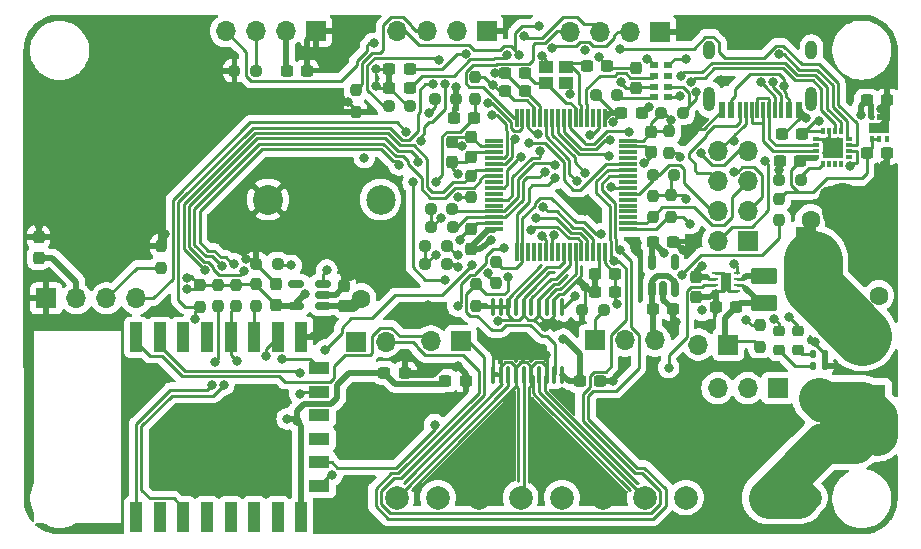
<source format=gtl>
G04 #@! TF.GenerationSoftware,KiCad,Pcbnew,7.0.2-0*
G04 #@! TF.CreationDate,2024-02-25T21:13:15-06:00*
G04 #@! TF.ProjectId,spudglo_driver_v7p0,73707564-676c-46f5-9f64-72697665725f,rev?*
G04 #@! TF.SameCoordinates,Original*
G04 #@! TF.FileFunction,Copper,L1,Top*
G04 #@! TF.FilePolarity,Positive*
%FSLAX46Y46*%
G04 Gerber Fmt 4.6, Leading zero omitted, Abs format (unit mm)*
G04 Created by KiCad (PCBNEW 7.0.2-0) date 2024-02-25 21:13:15*
%MOMM*%
%LPD*%
G01*
G04 APERTURE LIST*
G04 Aperture macros list*
%AMRoundRect*
0 Rectangle with rounded corners*
0 $1 Rounding radius*
0 $2 $3 $4 $5 $6 $7 $8 $9 X,Y pos of 4 corners*
0 Add a 4 corners polygon primitive as box body*
4,1,4,$2,$3,$4,$5,$6,$7,$8,$9,$2,$3,0*
0 Add four circle primitives for the rounded corners*
1,1,$1+$1,$2,$3*
1,1,$1+$1,$4,$5*
1,1,$1+$1,$6,$7*
1,1,$1+$1,$8,$9*
0 Add four rect primitives between the rounded corners*
20,1,$1+$1,$2,$3,$4,$5,0*
20,1,$1+$1,$4,$5,$6,$7,0*
20,1,$1+$1,$6,$7,$8,$9,0*
20,1,$1+$1,$8,$9,$2,$3,0*%
G04 Aperture macros list end*
G04 #@! TA.AperFunction,SMDPad,CuDef*
%ADD10RoundRect,0.237500X-0.250000X-0.237500X0.250000X-0.237500X0.250000X0.237500X-0.250000X0.237500X0*%
G04 #@! TD*
G04 #@! TA.AperFunction,SMDPad,CuDef*
%ADD11RoundRect,0.237500X-0.300000X-0.237500X0.300000X-0.237500X0.300000X0.237500X-0.300000X0.237500X0*%
G04 #@! TD*
G04 #@! TA.AperFunction,ComponentPad*
%ADD12R,1.700000X1.700000*%
G04 #@! TD*
G04 #@! TA.AperFunction,ComponentPad*
%ADD13O,1.700000X1.700000*%
G04 #@! TD*
G04 #@! TA.AperFunction,SMDPad,CuDef*
%ADD14RoundRect,0.075000X-0.075000X0.700000X-0.075000X-0.700000X0.075000X-0.700000X0.075000X0.700000X0*%
G04 #@! TD*
G04 #@! TA.AperFunction,SMDPad,CuDef*
%ADD15RoundRect,0.075000X-0.700000X0.075000X-0.700000X-0.075000X0.700000X-0.075000X0.700000X0.075000X0*%
G04 #@! TD*
G04 #@! TA.AperFunction,SMDPad,CuDef*
%ADD16RoundRect,0.237500X0.300000X0.237500X-0.300000X0.237500X-0.300000X-0.237500X0.300000X-0.237500X0*%
G04 #@! TD*
G04 #@! TA.AperFunction,SMDPad,CuDef*
%ADD17RoundRect,0.237500X0.237500X-0.300000X0.237500X0.300000X-0.237500X0.300000X-0.237500X-0.300000X0*%
G04 #@! TD*
G04 #@! TA.AperFunction,SMDPad,CuDef*
%ADD18RoundRect,0.237500X-0.237500X0.250000X-0.237500X-0.250000X0.237500X-0.250000X0.237500X0.250000X0*%
G04 #@! TD*
G04 #@! TA.AperFunction,SMDPad,CuDef*
%ADD19R,4.000000X3.000000*%
G04 #@! TD*
G04 #@! TA.AperFunction,SMDPad,CuDef*
%ADD20R,1.200000X1.000000*%
G04 #@! TD*
G04 #@! TA.AperFunction,SMDPad,CuDef*
%ADD21RoundRect,0.237500X0.237500X-0.250000X0.237500X0.250000X-0.237500X0.250000X-0.237500X-0.250000X0*%
G04 #@! TD*
G04 #@! TA.AperFunction,SMDPad,CuDef*
%ADD22RoundRect,0.237500X0.250000X0.237500X-0.250000X0.237500X-0.250000X-0.237500X0.250000X-0.237500X0*%
G04 #@! TD*
G04 #@! TA.AperFunction,SMDPad,CuDef*
%ADD23RoundRect,0.237500X-0.237500X0.300000X-0.237500X-0.300000X0.237500X-0.300000X0.237500X0.300000X0*%
G04 #@! TD*
G04 #@! TA.AperFunction,SMDPad,CuDef*
%ADD24RoundRect,0.150000X0.150000X-0.512500X0.150000X0.512500X-0.150000X0.512500X-0.150000X-0.512500X0*%
G04 #@! TD*
G04 #@! TA.AperFunction,SMDPad,CuDef*
%ADD25RoundRect,0.218750X0.256250X-0.218750X0.256250X0.218750X-0.256250X0.218750X-0.256250X-0.218750X0*%
G04 #@! TD*
G04 #@! TA.AperFunction,SMDPad,CuDef*
%ADD26RoundRect,0.135000X-0.135000X-0.185000X0.135000X-0.185000X0.135000X0.185000X-0.135000X0.185000X0*%
G04 #@! TD*
G04 #@! TA.AperFunction,ComponentPad*
%ADD27R,1.800000X4.400000*%
G04 #@! TD*
G04 #@! TA.AperFunction,ComponentPad*
%ADD28O,1.800000X4.000000*%
G04 #@! TD*
G04 #@! TA.AperFunction,ComponentPad*
%ADD29O,4.000000X1.800000*%
G04 #@! TD*
G04 #@! TA.AperFunction,SMDPad,CuDef*
%ADD30R,0.600000X1.450000*%
G04 #@! TD*
G04 #@! TA.AperFunction,SMDPad,CuDef*
%ADD31R,0.300000X1.450000*%
G04 #@! TD*
G04 #@! TA.AperFunction,ComponentPad*
%ADD32O,1.000000X2.100000*%
G04 #@! TD*
G04 #@! TA.AperFunction,ComponentPad*
%ADD33O,1.000000X1.600000*%
G04 #@! TD*
G04 #@! TA.AperFunction,SMDPad,CuDef*
%ADD34R,1.000000X2.500000*%
G04 #@! TD*
G04 #@! TA.AperFunction,SMDPad,CuDef*
%ADD35R,1.800000X1.000000*%
G04 #@! TD*
G04 #@! TA.AperFunction,SMDPad,CuDef*
%ADD36R,0.400000X0.470000*%
G04 #@! TD*
G04 #@! TA.AperFunction,SMDPad,CuDef*
%ADD37R,1.700000X0.950000*%
G04 #@! TD*
G04 #@! TA.AperFunction,SMDPad,CuDef*
%ADD38R,0.300000X0.625000*%
G04 #@! TD*
G04 #@! TA.AperFunction,SMDPad,CuDef*
%ADD39R,0.625000X0.300000*%
G04 #@! TD*
G04 #@! TA.AperFunction,SMDPad,CuDef*
%ADD40R,1.700000X1.700000*%
G04 #@! TD*
G04 #@! TA.AperFunction,SMDPad,CuDef*
%ADD41RoundRect,0.250001X-0.849999X0.462499X-0.849999X-0.462499X0.849999X-0.462499X0.849999X0.462499X0*%
G04 #@! TD*
G04 #@! TA.AperFunction,SMDPad,CuDef*
%ADD42R,0.500000X0.250000*%
G04 #@! TD*
G04 #@! TA.AperFunction,ComponentPad*
%ADD43C,0.600000*%
G04 #@! TD*
G04 #@! TA.AperFunction,SMDPad,CuDef*
%ADD44R,0.900000X1.600000*%
G04 #@! TD*
G04 #@! TA.AperFunction,ComponentPad*
%ADD45C,2.000000*%
G04 #@! TD*
G04 #@! TA.AperFunction,SMDPad,CuDef*
%ADD46RoundRect,0.150000X0.512500X0.150000X-0.512500X0.150000X-0.512500X-0.150000X0.512500X-0.150000X0*%
G04 #@! TD*
G04 #@! TA.AperFunction,SMDPad,CuDef*
%ADD47RoundRect,0.100000X-0.100000X0.637500X-0.100000X-0.637500X0.100000X-0.637500X0.100000X0.637500X0*%
G04 #@! TD*
G04 #@! TA.AperFunction,SMDPad,CuDef*
%ADD48R,0.800000X0.500000*%
G04 #@! TD*
G04 #@! TA.AperFunction,ComponentPad*
%ADD49C,2.500000*%
G04 #@! TD*
G04 #@! TA.AperFunction,ComponentPad*
%ADD50C,2.540000*%
G04 #@! TD*
G04 #@! TA.AperFunction,ViaPad*
%ADD51C,4.000000*%
G04 #@! TD*
G04 #@! TA.AperFunction,ViaPad*
%ADD52C,1.600000*%
G04 #@! TD*
G04 #@! TA.AperFunction,ViaPad*
%ADD53C,0.800000*%
G04 #@! TD*
G04 #@! TA.AperFunction,ViaPad*
%ADD54C,2.000000*%
G04 #@! TD*
G04 #@! TA.AperFunction,Conductor*
%ADD55C,0.500000*%
G04 #@! TD*
G04 #@! TA.AperFunction,Conductor*
%ADD56C,5.000000*%
G04 #@! TD*
G04 #@! TA.AperFunction,Conductor*
%ADD57C,1.000000*%
G04 #@! TD*
G04 #@! TA.AperFunction,Conductor*
%ADD58C,0.250000*%
G04 #@! TD*
G04 #@! TA.AperFunction,Conductor*
%ADD59C,3.500000*%
G04 #@! TD*
G04 #@! TA.AperFunction,Conductor*
%ADD60C,0.200000*%
G04 #@! TD*
G04 APERTURE END LIST*
D10*
X102595000Y-153500000D03*
X104420000Y-153500000D03*
D11*
X121830000Y-158900000D03*
X123555000Y-158900000D03*
D12*
X107830000Y-135350000D03*
D13*
X105290000Y-135350000D03*
X102750000Y-135350000D03*
X100210000Y-135350000D03*
D10*
X103035000Y-150430000D03*
X104860000Y-150430000D03*
D14*
X117810000Y-142690000D03*
X117310000Y-142690000D03*
X116810000Y-142690000D03*
X116310000Y-142690000D03*
X115810000Y-142690000D03*
X115310000Y-142690000D03*
X114810000Y-142690000D03*
X114310000Y-142690000D03*
X113810000Y-142690000D03*
X113310000Y-142690000D03*
X112810000Y-142690000D03*
X112310000Y-142690000D03*
X111810000Y-142690000D03*
X111310000Y-142690000D03*
X110810000Y-142690000D03*
X110310000Y-142690000D03*
D15*
X108385000Y-144615000D03*
X108385000Y-145115000D03*
X108385000Y-145615000D03*
X108385000Y-146115000D03*
X108385000Y-146615000D03*
X108385000Y-147115000D03*
X108385000Y-147615000D03*
X108385000Y-148115000D03*
X108385000Y-148615000D03*
X108385000Y-149115000D03*
X108385000Y-149615000D03*
X108385000Y-150115000D03*
X108385000Y-150615000D03*
X108385000Y-151115000D03*
X108385000Y-151615000D03*
X108385000Y-152115000D03*
D14*
X110310000Y-154040000D03*
X110810000Y-154040000D03*
X111310000Y-154040000D03*
X111810000Y-154040000D03*
X112310000Y-154040000D03*
X112810000Y-154040000D03*
X113310000Y-154040000D03*
X113810000Y-154040000D03*
X114310000Y-154040000D03*
X114810000Y-154040000D03*
X115310000Y-154040000D03*
X115810000Y-154040000D03*
X116310000Y-154040000D03*
X116810000Y-154040000D03*
X117310000Y-154040000D03*
X117810000Y-154040000D03*
D15*
X119735000Y-152115000D03*
X119735000Y-151615000D03*
X119735000Y-151115000D03*
X119735000Y-150615000D03*
X119735000Y-150115000D03*
X119735000Y-149615000D03*
X119735000Y-149115000D03*
X119735000Y-148615000D03*
X119735000Y-148115000D03*
X119735000Y-147615000D03*
X119735000Y-147115000D03*
X119735000Y-146615000D03*
X119735000Y-146115000D03*
X119735000Y-145615000D03*
X119735000Y-145115000D03*
X119735000Y-144615000D03*
D16*
X106710000Y-142690000D03*
X104985000Y-142690000D03*
X128882499Y-158730001D03*
X127157499Y-158730001D03*
D17*
X95730000Y-158655000D03*
X95730000Y-156930000D03*
D12*
X128250000Y-161880000D03*
D13*
X125710000Y-161880000D03*
D18*
X96700000Y-140357500D03*
X96700000Y-142182500D03*
D17*
X69839992Y-154530001D03*
X69839992Y-152805001D03*
D10*
X102575000Y-155070000D03*
X104400000Y-155070000D03*
D19*
X139570000Y-161130001D03*
X139570000Y-166730001D03*
D20*
X112820000Y-139710000D03*
X114520000Y-139710000D03*
X114520000Y-138410000D03*
X112820000Y-138410000D03*
D10*
X103085000Y-151970000D03*
X104910000Y-151970000D03*
D17*
X106470000Y-146032500D03*
X106470000Y-144307500D03*
D21*
X86600000Y-158630000D03*
X86600000Y-156805000D03*
D22*
X134375000Y-147930000D03*
X132550000Y-147930000D03*
D10*
X99500000Y-141720000D03*
X101325000Y-141720000D03*
D17*
X106490000Y-153825000D03*
X106490000Y-152100000D03*
D18*
X108540001Y-154860001D03*
X108540001Y-156685001D03*
D16*
X101265000Y-140160000D03*
X99540000Y-140160000D03*
D18*
X121830000Y-149270000D03*
X121830000Y-151095000D03*
D16*
X118685000Y-155890000D03*
X116960000Y-155890000D03*
D11*
X104285000Y-164960000D03*
X106010000Y-164960000D03*
D12*
X96690000Y-161630000D03*
D13*
X99230000Y-161630000D03*
D18*
X132549999Y-149554999D03*
X132549999Y-151379999D03*
D12*
X122480000Y-135410000D03*
D13*
X119940000Y-135410000D03*
X117400000Y-135410000D03*
X114860000Y-135410000D03*
D21*
X130900000Y-162065000D03*
X130900000Y-160240000D03*
D23*
X125520001Y-156164997D03*
X125520001Y-157889997D03*
D21*
X80240000Y-155362500D03*
X80240000Y-153537500D03*
D24*
X121790000Y-157165000D03*
X122740000Y-157165000D03*
X123690000Y-157165000D03*
X123690000Y-154890000D03*
X121790000Y-154890000D03*
D16*
X111060000Y-138900000D03*
X109335000Y-138900000D03*
D11*
X109315000Y-140420000D03*
X111040000Y-140420000D03*
X90840000Y-138730000D03*
X92565000Y-138730000D03*
D12*
X129915000Y-153130000D03*
D13*
X127375000Y-153130000D03*
X129915000Y-150590000D03*
X127375000Y-150590000D03*
X129915000Y-148050000D03*
X127375000Y-148050000D03*
X129915000Y-145510000D03*
X127375000Y-145510000D03*
D25*
X134100000Y-162315000D03*
X134100000Y-160740000D03*
D10*
X88250000Y-155040000D03*
X90075000Y-155040000D03*
D26*
X135380000Y-163710000D03*
X136400000Y-163710000D03*
D21*
X106430000Y-149425000D03*
X106430000Y-147600000D03*
D11*
X99124999Y-164290004D03*
X100849999Y-164290004D03*
D22*
X117685000Y-158940000D03*
X115860000Y-158940000D03*
D21*
X83470000Y-158665000D03*
X83470000Y-156840000D03*
D16*
X134322500Y-146360000D03*
X132597500Y-146360000D03*
D18*
X106789997Y-139264999D03*
X106789997Y-141089999D03*
D12*
X116930000Y-161540000D03*
D13*
X119470000Y-161540000D03*
X122010000Y-161540000D03*
D27*
X134850000Y-154160000D03*
D28*
X140650000Y-154160000D03*
D29*
X137850000Y-149360000D03*
D11*
X119187500Y-142280000D03*
X120912500Y-142280000D03*
D18*
X106840000Y-156787500D03*
X106840000Y-158612500D03*
D30*
X134210000Y-142035000D03*
X133410000Y-142035000D03*
D31*
X132210000Y-142035000D03*
X131210000Y-142035000D03*
X130710000Y-142035000D03*
X129710000Y-142035000D03*
D30*
X128510000Y-142035000D03*
X127710000Y-142035000D03*
X127710000Y-142035000D03*
X128510000Y-142035000D03*
D31*
X129210000Y-142035000D03*
X130210000Y-142035000D03*
X131710000Y-142035000D03*
X132710000Y-142035000D03*
D30*
X133410000Y-142035000D03*
X134210000Y-142035000D03*
D32*
X135280000Y-141120000D03*
D33*
X135280000Y-136940000D03*
D32*
X126640000Y-141120000D03*
D33*
X126640000Y-136940000D03*
D34*
X78100000Y-176470000D03*
X80100000Y-176470000D03*
X82100000Y-176470000D03*
X84100000Y-176470000D03*
X86100000Y-176470000D03*
X88100000Y-176470000D03*
X90100000Y-176470000D03*
X92100000Y-176470000D03*
D35*
X93600000Y-173870000D03*
X93600000Y-171870000D03*
X93600000Y-169870000D03*
X93600000Y-167870000D03*
X93600000Y-165870000D03*
X93600000Y-163870000D03*
D34*
X92100000Y-161270000D03*
X90100000Y-161270000D03*
X88100000Y-161270000D03*
X86100000Y-161270000D03*
X84100000Y-161270000D03*
X82100000Y-161270000D03*
X80100000Y-161270000D03*
X78100000Y-161270000D03*
D11*
X121850000Y-153160000D03*
X123575000Y-153160000D03*
X139955000Y-141200000D03*
X141680000Y-141200000D03*
D12*
X93320000Y-135340000D03*
D13*
X90780000Y-135340000D03*
X88240000Y-135340000D03*
X85700000Y-135340000D03*
D10*
X122565000Y-142270001D03*
X124390000Y-142270001D03*
D16*
X118685000Y-157430000D03*
X116960000Y-157430000D03*
D36*
X141690000Y-142645000D03*
X141040000Y-142645000D03*
X140390000Y-142645000D03*
X140390000Y-144475000D03*
X141040000Y-144475000D03*
X141690000Y-144475000D03*
D37*
X141040000Y-143560000D03*
D10*
X103384999Y-141130003D03*
X105209999Y-141130003D03*
D38*
X136290000Y-146617695D03*
X136790000Y-146617695D03*
X137290000Y-146617695D03*
X137790000Y-146617695D03*
D39*
X138457500Y-146010195D03*
X138457500Y-145510195D03*
X138457500Y-145010195D03*
X138457500Y-144510195D03*
D38*
X137790000Y-143842695D03*
X137290000Y-143842695D03*
X136790000Y-143842695D03*
X136290000Y-143842695D03*
D39*
X135682500Y-144510195D03*
X135682500Y-145010195D03*
X135682500Y-145510195D03*
X135682500Y-146010195D03*
D40*
X137065000Y-145235195D03*
D16*
X101272500Y-138550000D03*
X99547500Y-138550000D03*
D12*
X70500000Y-157980000D03*
D13*
X73040000Y-157980000D03*
X75580000Y-157980000D03*
X78120000Y-157980000D03*
D21*
X88230001Y-158585000D03*
X88230001Y-156760000D03*
D12*
X105600000Y-161620000D03*
D13*
X103060000Y-161620000D03*
D21*
X85040000Y-158650000D03*
X85040000Y-156825000D03*
D41*
X131300001Y-156075003D03*
X131300001Y-158400003D03*
D11*
X116285000Y-138310000D03*
X118010000Y-138310000D03*
D22*
X88255000Y-138710000D03*
X86430000Y-138710000D03*
D17*
X104840000Y-146470000D03*
X104840000Y-144745000D03*
D12*
X132410000Y-165570000D03*
D13*
X129870000Y-165570000D03*
X127330000Y-165570000D03*
D17*
X89930000Y-158505000D03*
X89930000Y-156780000D03*
D23*
X121710000Y-143890000D03*
X121710000Y-145615000D03*
D42*
X127080000Y-155820000D03*
X127080000Y-156320000D03*
X127080000Y-156820000D03*
X127080000Y-157320000D03*
X128980000Y-157320000D03*
X128980000Y-156820000D03*
X128980000Y-156320000D03*
X128980000Y-155820000D03*
D43*
X128030000Y-156070000D03*
D44*
X128030000Y-156570000D03*
D43*
X128030000Y-157070000D03*
D10*
X117027500Y-140730000D03*
X118852500Y-140730000D03*
D45*
X135150000Y-174840000D03*
X131650000Y-174840000D03*
X128150000Y-174840000D03*
X124650000Y-174840000D03*
X121150000Y-174840000D03*
X117650000Y-174840000D03*
X114150000Y-174840000D03*
X110650000Y-174840000D03*
X107150000Y-174840000D03*
X103650000Y-174840000D03*
X100150000Y-174840000D03*
X96650000Y-174840000D03*
D46*
X93930000Y-158620000D03*
X93930000Y-157670000D03*
X93930000Y-156720000D03*
X91655000Y-156720000D03*
X91655000Y-158620000D03*
D47*
X114155000Y-158707500D03*
X113505000Y-158707500D03*
X112855000Y-158707500D03*
X112205000Y-158707500D03*
X111555000Y-158707500D03*
X110905000Y-158707500D03*
X110255000Y-158707500D03*
X109605000Y-158707500D03*
X108955000Y-158707500D03*
X108305000Y-158707500D03*
X108305000Y-164432500D03*
X108955000Y-164432500D03*
X109605000Y-164432500D03*
X110255000Y-164432500D03*
X110905000Y-164432500D03*
X111555000Y-164432500D03*
X112205000Y-164432500D03*
X112855000Y-164432500D03*
X113505000Y-164432500D03*
X114155000Y-164432500D03*
D18*
X123430000Y-149260000D03*
X123430000Y-151085000D03*
D25*
X132530000Y-162350000D03*
X132530000Y-160775000D03*
D48*
X121970000Y-138250000D03*
X121970000Y-139150000D03*
X121970000Y-140050000D03*
X121970000Y-140950000D03*
X123170000Y-140950000D03*
X123170000Y-140050000D03*
X123170000Y-139150000D03*
X123170000Y-138250000D03*
D11*
X139960001Y-145679996D03*
X141685001Y-145679996D03*
D17*
X120420000Y-140170000D03*
X120420000Y-138445000D03*
D18*
X123250000Y-143830000D03*
X123250000Y-145655000D03*
D22*
X123675000Y-147490000D03*
X121850000Y-147490000D03*
D11*
X115660000Y-164990000D03*
X117385000Y-164990000D03*
D26*
X135420000Y-162670000D03*
X136440000Y-162670000D03*
D16*
X134495000Y-144090000D03*
X132770000Y-144090000D03*
D49*
X98796605Y-149610000D03*
D50*
X89266605Y-149610000D03*
D51*
X136809999Y-158370001D03*
D52*
X135209299Y-151317803D03*
X140980000Y-157740000D03*
X97140000Y-158000000D03*
D53*
X114242818Y-161402818D03*
X107894632Y-155840899D03*
X80505500Y-152510000D03*
X105352496Y-149391397D03*
X114120000Y-165930000D03*
X108510217Y-138908684D03*
X123830000Y-159940000D03*
X98400000Y-140000000D03*
D52*
X96090000Y-155710000D03*
D53*
X85160000Y-138840000D03*
X136600000Y-145660000D03*
D54*
X138469000Y-151171000D03*
D53*
X136599903Y-144770097D03*
X105733776Y-145060307D03*
X112830000Y-162800000D03*
X120530000Y-153290000D03*
X132550000Y-147140000D03*
X141440000Y-146700000D03*
X124190000Y-140870000D03*
X110830000Y-162730000D03*
X116070000Y-150560000D03*
X141199500Y-141957896D03*
X118510000Y-164980000D03*
X105500000Y-153050000D03*
X112449500Y-137434285D03*
X93120000Y-161190000D03*
X105340000Y-163700000D03*
X121511907Y-141796679D03*
X135590000Y-161660000D03*
X69839992Y-151790000D03*
X96032652Y-141325693D03*
X114820000Y-140690000D03*
X127610000Y-139500000D03*
X90040000Y-173610000D03*
X117280000Y-137580000D03*
X105209999Y-140060000D03*
X80760000Y-158820000D03*
X112730000Y-160440000D03*
X134853555Y-142683433D03*
X124870000Y-143595500D03*
X113880000Y-160210000D03*
X116100000Y-157020000D03*
X121109158Y-146518505D03*
X124371265Y-153848814D03*
X87420421Y-154660977D03*
X137480000Y-145640000D03*
X98390000Y-138550000D03*
X137520000Y-144770000D03*
X109240000Y-162770000D03*
X102810000Y-158570000D03*
X108720000Y-159930000D03*
X122790000Y-154100000D03*
X128756891Y-144638314D03*
X124647364Y-149520500D03*
X135880000Y-142980000D03*
X118459792Y-143045781D03*
X108110000Y-153040000D03*
X103932488Y-151158974D03*
X123398921Y-142896566D03*
X103525021Y-154275750D03*
X118790000Y-158410000D03*
X105355500Y-147438000D03*
X108347052Y-139894779D03*
X132978695Y-140031305D03*
X139510000Y-142430000D03*
X110529098Y-137375500D03*
X119070000Y-136820000D03*
X116070000Y-136964500D03*
X112085500Y-144064500D03*
X112170000Y-134940000D03*
X116510000Y-144140000D03*
X98200000Y-136380000D03*
X100928759Y-143855500D03*
X110659500Y-145964000D03*
X121353114Y-137679500D03*
X112680000Y-147241393D03*
X103710000Y-137825500D03*
X110945912Y-135800500D03*
X124207243Y-139121807D03*
X118215652Y-144551551D03*
X125058964Y-139644852D03*
X118110000Y-145890500D03*
X132040367Y-139687005D03*
X101551239Y-148152653D03*
X126020672Y-158984548D03*
X104260000Y-156380000D03*
X119830821Y-143854583D03*
X132571707Y-137315500D03*
X103530000Y-148080000D03*
X131307603Y-146332493D03*
X113600000Y-147810000D03*
X138570000Y-146759697D03*
X119153597Y-139657060D03*
X97420000Y-146054500D03*
X117420127Y-152535823D03*
X124289588Y-156002185D03*
X131040864Y-139687005D03*
X125933406Y-145661192D03*
X112562163Y-150198151D03*
X105370697Y-154307276D03*
X82430000Y-157210000D03*
X91695000Y-168365000D03*
X92370000Y-157620000D03*
X82404500Y-156220000D03*
X90890000Y-168170000D03*
X89112874Y-162830424D03*
X91230000Y-155180000D03*
X124994375Y-151655500D03*
X125541633Y-140520085D03*
X112263107Y-145513577D03*
X113536130Y-146649916D03*
X124622701Y-137679500D03*
X105354385Y-155306645D03*
X115250000Y-157750000D03*
X113478080Y-152635002D03*
X111397028Y-144789077D03*
X102862000Y-142280000D03*
X112479267Y-152672119D03*
X109585946Y-156144500D03*
X84800000Y-163380000D03*
X85382842Y-155238243D03*
X84500000Y-165294500D03*
X94240000Y-155590000D03*
X85524500Y-165294500D03*
X83920000Y-155580000D03*
X129770000Y-159770000D03*
X128750000Y-155029500D03*
X108227987Y-142462013D03*
X103220612Y-139855142D03*
X83099999Y-159689241D03*
X94728260Y-172924346D03*
X109210000Y-153670000D03*
X103383107Y-168673107D03*
X105315500Y-158620500D03*
X111534500Y-152200000D03*
X106537688Y-155147940D03*
X111920000Y-151140000D03*
X94100000Y-162354500D03*
X91960000Y-166070000D03*
X90420000Y-163119502D03*
X102000739Y-146466141D03*
X102237250Y-144652749D03*
X104220000Y-139840000D03*
X107856658Y-141454288D03*
X87248258Y-155645540D03*
X100377451Y-146672049D03*
X86430844Y-155070354D03*
X86610000Y-163300000D03*
X110209500Y-144514500D03*
X92000000Y-164320500D03*
X128693573Y-147269503D03*
X118290000Y-148510000D03*
X124169308Y-145965500D03*
X124169308Y-145965500D03*
D54*
X140826747Y-169544749D03*
D53*
X113274979Y-136804314D03*
D54*
X136100000Y-170390000D03*
D53*
X106001207Y-137265000D03*
D54*
X134195000Y-172295000D03*
X138980000Y-170210000D03*
D53*
X109510000Y-137370000D03*
X126044938Y-155214355D03*
D54*
X135890000Y-166370000D03*
D53*
X123190000Y-163830000D03*
X133370000Y-159560000D03*
X116128306Y-147348996D03*
X115421552Y-148055752D03*
X132140000Y-159712003D03*
X119056845Y-153889088D03*
X118595180Y-154775582D03*
D55*
X141690000Y-142448396D02*
X141199500Y-141957896D01*
X141690000Y-142645000D02*
X141690000Y-142448396D01*
X141199500Y-141957896D02*
X141680000Y-141477396D01*
X141680000Y-141477396D02*
X141680000Y-141200000D01*
D56*
X136809999Y-158370001D02*
X136809999Y-158370000D01*
X136810000Y-158370001D02*
X136809999Y-158370001D01*
X136809999Y-158370000D02*
X135382577Y-156942578D01*
X135382577Y-156942578D02*
X135382577Y-154692577D01*
X139570000Y-161130001D02*
X136810000Y-158370001D01*
D55*
X121830000Y-158900000D02*
X121830000Y-161360000D01*
X122217500Y-156052500D02*
X121790000Y-156480000D01*
X114712500Y-164990000D02*
X114155000Y-164432500D01*
X93930000Y-158620000D02*
X95695000Y-158620000D01*
X121790000Y-156480000D02*
X121790000Y-157165000D01*
D57*
X96485000Y-158655000D02*
X95730000Y-158655000D01*
D55*
X115660000Y-164990000D02*
X114712500Y-164990000D01*
D57*
X97140000Y-158000000D02*
X96485000Y-158655000D01*
D55*
X123138529Y-156052500D02*
X122217500Y-156052500D01*
X115660000Y-162670000D02*
X114340000Y-161350000D01*
X95695000Y-158620000D02*
X95730000Y-158655000D01*
X121790000Y-158860000D02*
X121830000Y-158900000D01*
X115660000Y-164990000D02*
X115660000Y-162670000D01*
X123690000Y-156603972D02*
X123138529Y-156052500D01*
X121790000Y-157165000D02*
X121790000Y-158860000D01*
X121830000Y-161360000D02*
X122010000Y-161540000D01*
X123690000Y-157165000D02*
X123690000Y-156603972D01*
D58*
X110905000Y-157942208D02*
X111698604Y-157148604D01*
D55*
X141685001Y-145679996D02*
X141685001Y-146454999D01*
D59*
X140650000Y-153352001D02*
X140650000Y-154160000D01*
D58*
X112855000Y-163743959D02*
X112481041Y-163370000D01*
X111555000Y-164432500D02*
X111555000Y-165350000D01*
X106280000Y-152100000D02*
X105530000Y-152850000D01*
X110905000Y-159396041D02*
X110531041Y-159770000D01*
D55*
X124371265Y-153848814D02*
X123682451Y-153160000D01*
X141685001Y-146454999D02*
X141440000Y-146700000D01*
D58*
X136440000Y-162670000D02*
X136390000Y-162670000D01*
X105209999Y-140060000D02*
X105209999Y-141130003D01*
X112730000Y-165783604D02*
X114623198Y-167676802D01*
X134853555Y-142683433D02*
X134296567Y-142683433D01*
X113180000Y-159770000D02*
X113440000Y-159770000D01*
X105958198Y-169668198D02*
X101603198Y-174023198D01*
X88250000Y-155040000D02*
X88250000Y-155100000D01*
X106975000Y-151615000D02*
X106490000Y-152100000D01*
X134296567Y-142683433D02*
X132890000Y-144090000D01*
X112205000Y-158707500D02*
X112205000Y-159396041D01*
X127080000Y-157320000D02*
X127780000Y-157320000D01*
X112205000Y-157928604D02*
X112205000Y-157915000D01*
X111040000Y-140420000D02*
X110855000Y-140420000D01*
X121511907Y-141796679D02*
X121028586Y-142280000D01*
X116960000Y-157430000D02*
X116960000Y-155890000D01*
X114205000Y-157645000D02*
X115760000Y-156090000D01*
D55*
X134853555Y-142678555D02*
X134210000Y-142035000D01*
D58*
X110830000Y-163168959D02*
X110830000Y-162730000D01*
X98390000Y-138550000D02*
X99547500Y-138550000D01*
X111680000Y-164557500D02*
X111680000Y-165246041D01*
X105352496Y-149391397D02*
X105386099Y-149425000D01*
X108518901Y-138900000D02*
X109335000Y-138900000D01*
X116510000Y-157430000D02*
X116100000Y-157020000D01*
X107894632Y-155840899D02*
X107894632Y-156039632D01*
X110255000Y-163743959D02*
X110255000Y-164432500D01*
D55*
X122740000Y-158085000D02*
X122740000Y-157165000D01*
X127157499Y-158730001D02*
X127157499Y-157397499D01*
X123555000Y-158900000D02*
X122740000Y-158085000D01*
D58*
X121210000Y-145115000D02*
X119735000Y-145115000D01*
X108955000Y-163743959D02*
X108955000Y-164432500D01*
X109881041Y-163370000D02*
X109328959Y-163370000D01*
X111698604Y-157148604D02*
X113090406Y-155756802D01*
X80505500Y-153272000D02*
X80240000Y-153537500D01*
X108955000Y-164432500D02*
X108955000Y-163055000D01*
X136400000Y-163710000D02*
X136400000Y-162710000D01*
X113832208Y-156745000D02*
X114608604Y-155968604D01*
D55*
X126714998Y-157840000D02*
X125569998Y-157840000D01*
D58*
X110455000Y-165590000D02*
X110455000Y-173460000D01*
X96700000Y-141993041D02*
X96700000Y-142182500D01*
X128280000Y-157320000D02*
X128030000Y-157070000D01*
D55*
X96090000Y-155710000D02*
X95730000Y-156070000D01*
D58*
X101325000Y-141720000D02*
X101100000Y-141720000D01*
D55*
X95730000Y-156070000D02*
X95730000Y-156930000D01*
D58*
X104985000Y-141355002D02*
X105209999Y-141130003D01*
X109605000Y-159396041D02*
X109605000Y-158707500D01*
X113505000Y-159445000D02*
X113180000Y-159770000D01*
X121710000Y-145615000D02*
X121210000Y-145115000D01*
X120540000Y-173593604D02*
X120558198Y-173611802D01*
D55*
X141690000Y-142645000D02*
X141690000Y-142910000D01*
X94990000Y-157670000D02*
X95730000Y-156930000D01*
D58*
X135590000Y-161870000D02*
X135590000Y-161660000D01*
X112205000Y-158018959D02*
X113478959Y-156745000D01*
X108510217Y-138908684D02*
X108518901Y-138900000D01*
X121109158Y-146518505D02*
X121710000Y-145917663D01*
X105155307Y-145060307D02*
X104840000Y-144745000D01*
X110855000Y-140420000D02*
X109335000Y-138900000D01*
X110255000Y-165371396D02*
X109488198Y-166138198D01*
X114820000Y-140010000D02*
X114820000Y-140690000D01*
X117310000Y-154040000D02*
X117310000Y-155540000D01*
D55*
X106010000Y-164960000D02*
X106010000Y-164370000D01*
D58*
X107277500Y-145115000D02*
X106470000Y-144307500D01*
X124110000Y-140950000D02*
X123170000Y-140950000D01*
D55*
X117395000Y-164980000D02*
X117385000Y-164990000D01*
D58*
X98400000Y-140000000D02*
X98560000Y-140160000D01*
X110255000Y-163743959D02*
X109881041Y-163370000D01*
X108305000Y-164432500D02*
X108955000Y-164432500D01*
D59*
X138469000Y-151171000D02*
X137850000Y-150552001D01*
D58*
X112449500Y-137434285D02*
X112820000Y-137804785D01*
X111181041Y-163370000D02*
X110628959Y-163370000D01*
X112730000Y-160440000D02*
X112501041Y-160440000D01*
D55*
X100849999Y-164290004D02*
X101019995Y-164460000D01*
D58*
X126149500Y-143595500D02*
X127710000Y-142035000D01*
X136400000Y-162710000D02*
X136440000Y-162670000D01*
X110255000Y-165390000D02*
X110455000Y-165590000D01*
X137065000Y-145235195D02*
X136790000Y-144960195D01*
X136340000Y-144510195D02*
X135682500Y-144510195D01*
X105386099Y-149425000D02*
X106430000Y-149425000D01*
X109328959Y-163370000D02*
X108955000Y-163743959D01*
X105277500Y-144307500D02*
X104840000Y-144745000D01*
X101603198Y-174023198D02*
X101428198Y-174198198D01*
X113505000Y-158018959D02*
X113878959Y-157645000D01*
X105530000Y-152850000D02*
X105530000Y-153020000D01*
D55*
X123555000Y-158900000D02*
X123555000Y-159665000D01*
D58*
X111680000Y-165246041D02*
X111680000Y-166006396D01*
X104985000Y-142690000D02*
X104985000Y-141355002D01*
X136790000Y-144960195D02*
X136790000Y-143842695D01*
D59*
X137850000Y-150552001D02*
X137850000Y-149895000D01*
D55*
X92565000Y-136095000D02*
X93320000Y-135340000D01*
X92565000Y-138730000D02*
X92565000Y-136095000D01*
D58*
X112855000Y-164432500D02*
X112855000Y-163743959D01*
X137065000Y-145235195D02*
X136599903Y-144770098D01*
D55*
X134853555Y-142683433D02*
X134853555Y-142678555D01*
D58*
X96032652Y-141325693D02*
X96700000Y-141993041D01*
D55*
X132550000Y-147930000D02*
X132550000Y-146407500D01*
D58*
X112205000Y-158707500D02*
X112205000Y-158018959D01*
X108385000Y-151615000D02*
X106975000Y-151615000D01*
X112486802Y-166813198D02*
X119901802Y-174228198D01*
X109488198Y-166138198D02*
X105958198Y-169668198D01*
X85160000Y-138840000D02*
X86300000Y-138840000D01*
X120420000Y-138445000D02*
X120382940Y-138482060D01*
X136599902Y-144770097D02*
X136340000Y-144510195D01*
D55*
X101019995Y-164460000D02*
X103275228Y-164460000D01*
D58*
X109605000Y-158707500D02*
X109640000Y-158672500D01*
X112730000Y-164557500D02*
X112730000Y-165246041D01*
X80505500Y-152510000D02*
X80505500Y-153272000D01*
D55*
X132550000Y-147140000D02*
X132550000Y-147930000D01*
X93040000Y-161270000D02*
X92100000Y-161270000D01*
X123682451Y-153160000D02*
X123575000Y-153160000D01*
D58*
X111555000Y-164432500D02*
X111680000Y-164557500D01*
D55*
X127157499Y-157397499D02*
X126714998Y-157840000D01*
D58*
X109640000Y-157934416D02*
X112417208Y-155157208D01*
X106840000Y-158612500D02*
X108210000Y-158612500D01*
X124870000Y-143595500D02*
X126149500Y-143595500D01*
D55*
X104035228Y-163700000D02*
X105340000Y-163700000D01*
X132550000Y-146407500D02*
X132597500Y-146360000D01*
D58*
X112205000Y-159396041D02*
X111831041Y-159770000D01*
X127780000Y-155820000D02*
X128030000Y-156070000D01*
X111928959Y-163370000D02*
X111555000Y-163743959D01*
X108955000Y-164432500D02*
X108955000Y-165121041D01*
X112578959Y-159770000D02*
X112205000Y-159396041D01*
X116100000Y-158700000D02*
X116100000Y-157020000D01*
X112481041Y-163370000D02*
X111928959Y-163370000D01*
X114623198Y-167676802D02*
X120540000Y-173593604D01*
X112205000Y-158707500D02*
X112205000Y-157928604D01*
X86300000Y-138840000D02*
X86430000Y-138710000D01*
X124190000Y-140870000D02*
X124110000Y-140950000D01*
X112310000Y-141690000D02*
X111040000Y-140420000D01*
X111555000Y-163743959D02*
X111181041Y-163370000D01*
X112855000Y-162825000D02*
X112855000Y-164432500D01*
X105733776Y-145060307D02*
X105155307Y-145060307D01*
X136390000Y-162670000D02*
X135590000Y-161870000D01*
D55*
X141690000Y-142645000D02*
X141090000Y-142645000D01*
D58*
X116960000Y-157430000D02*
X116510000Y-157430000D01*
D55*
X106010000Y-164370000D02*
X105340000Y-163700000D01*
D58*
X132890000Y-144090000D02*
X132770000Y-144090000D01*
X115860000Y-158940000D02*
X116100000Y-158700000D01*
X113505000Y-158707500D02*
X113505000Y-158018959D01*
X115760000Y-156090000D02*
X115760000Y-155273604D01*
X98560000Y-140160000D02*
X99540000Y-140160000D01*
X106470000Y-144307500D02*
X105277500Y-144307500D01*
X87870977Y-154660977D02*
X88250000Y-155040000D01*
X113478959Y-156745000D02*
X113832208Y-156745000D01*
D55*
X141690000Y-142910000D02*
X141040000Y-143560000D01*
D58*
X111831041Y-159770000D02*
X111278959Y-159770000D01*
X117310000Y-155540000D02*
X116960000Y-155890000D01*
X112820000Y-137804785D02*
X112820000Y-138410000D01*
D55*
X125569998Y-157840000D02*
X125520001Y-157889997D01*
D59*
X138469000Y-151171000D02*
X140650000Y-153352001D01*
D58*
X113505000Y-158707500D02*
X113505000Y-159445000D01*
X110905000Y-158707500D02*
X110905000Y-157942208D01*
X127780000Y-157320000D02*
X128030000Y-157070000D01*
X110255000Y-164432500D02*
X110255000Y-165390000D01*
X118010000Y-138310000D02*
X117280000Y-137580000D01*
X111355000Y-165550000D02*
X111355000Y-173530000D01*
D55*
X123555000Y-159665000D02*
X123830000Y-159940000D01*
D58*
X118182060Y-138482060D02*
X118010000Y-138310000D01*
X107894632Y-156039632D02*
X108540001Y-156685001D01*
X111555000Y-165350000D02*
X111355000Y-165550000D01*
X105530000Y-153020000D02*
X105500000Y-153050000D01*
X108720000Y-159930000D02*
X108880000Y-159770000D01*
X128980000Y-157320000D02*
X128280000Y-157320000D01*
X111680000Y-166006396D02*
X112486802Y-166813198D01*
X110905000Y-158707500D02*
X110905000Y-159396041D01*
X106490000Y-152100000D02*
X106280000Y-152100000D01*
X113090406Y-155756802D02*
X113496802Y-155756802D01*
X111555000Y-163743959D02*
X111555000Y-164432500D01*
X109978959Y-159770000D02*
X109605000Y-159396041D01*
X111278959Y-159770000D02*
X110905000Y-159396041D01*
X108305000Y-158707500D02*
X108955000Y-158707500D01*
X114520000Y-139710000D02*
X114820000Y-140010000D01*
X88250000Y-155100000D02*
X89930000Y-156780000D01*
D55*
X69839992Y-151790000D02*
X69839992Y-152805001D01*
D58*
X136599903Y-144770098D02*
X136599903Y-144770097D01*
X87420421Y-154660977D02*
X87870977Y-154660977D01*
X110255000Y-163743959D02*
X110830000Y-163168959D01*
X113180000Y-159770000D02*
X112578959Y-159770000D01*
D55*
X103275228Y-164460000D02*
X104035228Y-163700000D01*
D58*
X110255000Y-164432500D02*
X110255000Y-165371396D01*
X113878959Y-157645000D02*
X114205000Y-157645000D01*
X112501041Y-160440000D02*
X111831041Y-159770000D01*
X113440000Y-159770000D02*
X113880000Y-160210000D01*
D55*
X93930000Y-157670000D02*
X94990000Y-157670000D01*
D58*
X109640000Y-158672500D02*
X109640000Y-157934416D01*
X108385000Y-145115000D02*
X107277500Y-145115000D01*
X112310000Y-142690000D02*
X112310000Y-141690000D01*
X117280000Y-137580000D02*
X117210000Y-137510000D01*
X110628959Y-163370000D02*
X110255000Y-163743959D01*
X109093782Y-165259823D02*
X100768719Y-173584886D01*
X127080000Y-155820000D02*
X127780000Y-155820000D01*
X101100000Y-141720000D02*
X99540000Y-140160000D01*
X110531041Y-159770000D02*
X109978959Y-159770000D01*
X121028586Y-142280000D02*
X120912500Y-142280000D01*
X109605000Y-158707500D02*
X108955000Y-158707500D01*
D55*
X93120000Y-161190000D02*
X93040000Y-161270000D01*
D58*
X108955000Y-163055000D02*
X109240000Y-162770000D01*
D55*
X118510000Y-164980000D02*
X117395000Y-164980000D01*
D58*
X112830000Y-162800000D02*
X112855000Y-162825000D01*
X112855000Y-164432500D02*
X112730000Y-164557500D01*
X108210000Y-158612500D02*
X108305000Y-158707500D01*
X120382940Y-138482060D02*
X118182060Y-138482060D01*
X108955000Y-165121041D02*
X109093782Y-165259823D01*
X112730000Y-165246041D02*
X112730000Y-165783604D01*
X136599903Y-144770097D02*
X136599902Y-144770097D01*
X108880000Y-159770000D02*
X109978959Y-159770000D01*
X121710000Y-145917663D02*
X121710000Y-145615000D01*
X124647364Y-149520500D02*
X124386864Y-149260000D01*
X121770000Y-143830000D02*
X121710000Y-143890000D01*
X123250000Y-143830000D02*
X121770000Y-143830000D01*
X121710000Y-143125001D02*
X122565000Y-142270001D01*
X134495000Y-144090000D02*
X134742305Y-143842695D01*
X129710000Y-142035000D02*
X129710000Y-143175000D01*
X123430000Y-149260000D02*
X123430000Y-147735000D01*
X105355500Y-147438000D02*
X104840000Y-146922500D01*
X124386864Y-149260000D02*
X123430000Y-149260000D01*
X123430000Y-149260000D02*
X121840000Y-149260000D01*
X111180685Y-141220000D02*
X110115000Y-141220000D01*
X102575000Y-153520000D02*
X102595000Y-153500000D01*
X119735000Y-144615000D02*
X120985000Y-144615000D01*
X121710000Y-143890000D02*
X121710000Y-143125001D01*
D55*
X121790000Y-153220000D02*
X121850000Y-153160000D01*
D58*
X103035000Y-151920000D02*
X103085000Y-151970000D01*
X118459792Y-143045781D02*
X119187500Y-142318073D01*
D55*
X121790000Y-154890000D02*
X121790000Y-153220000D01*
D58*
X103525021Y-154275750D02*
X103369250Y-154275750D01*
X117810000Y-154040000D02*
X117810000Y-155015000D01*
X128756891Y-144638314D02*
X128756891Y-144149505D01*
X103369250Y-154275750D02*
X102575000Y-155070000D01*
X119187500Y-142318073D02*
X119187500Y-142280000D01*
D55*
X118220000Y-142280000D02*
X117910000Y-142590000D01*
D58*
X123250000Y-143830000D02*
X123250000Y-143045487D01*
X134495000Y-144090000D02*
X135605000Y-142980000D01*
X106887500Y-145615000D02*
X106470000Y-146032500D01*
X118685000Y-157430000D02*
X118685000Y-155890000D01*
X107949695Y-139625000D02*
X107589694Y-139264999D01*
X118685000Y-158305000D02*
X118685000Y-157430000D01*
D55*
X119187500Y-142280000D02*
X118220000Y-142280000D01*
D58*
X103896026Y-151158974D02*
X103085000Y-151970000D01*
X108385000Y-145615000D02*
X106887500Y-145615000D01*
D55*
X107420000Y-153650000D02*
X107245000Y-153825000D01*
D58*
X122565000Y-142270001D02*
X122772356Y-142270001D01*
X102575000Y-155070000D02*
X102575000Y-153520000D01*
X104840000Y-146470000D02*
X106032500Y-146470000D01*
D55*
X121850000Y-153160000D02*
X122790000Y-154100000D01*
D58*
X111810000Y-141849315D02*
X111180685Y-141220000D01*
D55*
X107884772Y-152215000D02*
X108385000Y-152215000D01*
D58*
X118790000Y-158410000D02*
X118685000Y-158305000D01*
X117027500Y-140730000D02*
X118577500Y-142280000D01*
X118577500Y-142280000D02*
X119187500Y-142280000D01*
D55*
X117910000Y-142590000D02*
X117910000Y-142690000D01*
D58*
X129710000Y-143175000D02*
X127375000Y-145510000D01*
X104840000Y-146922500D02*
X104840000Y-146470000D01*
X129710000Y-143196396D02*
X129710000Y-142035000D01*
D55*
X106490000Y-153609772D02*
X107884772Y-152215000D01*
D58*
X111810000Y-142690000D02*
X111810000Y-141849315D01*
X108077273Y-139625000D02*
X107949695Y-139625000D01*
X110115000Y-141220000D02*
X109315000Y-140420000D01*
X122772356Y-142270001D02*
X123398921Y-142896566D01*
D55*
X107245000Y-153825000D02*
X106490000Y-153825000D01*
D58*
X134742305Y-143842695D02*
X136290000Y-143842695D01*
X123430000Y-147735000D02*
X123675000Y-147490000D01*
X123250000Y-143045487D02*
X123398921Y-142896566D01*
X120985000Y-144615000D02*
X121710000Y-143890000D01*
X109315000Y-140420000D02*
X108872273Y-140420000D01*
X117810000Y-155015000D02*
X118685000Y-155890000D01*
X108872273Y-140420000D02*
X108347052Y-139894779D01*
D55*
X107500000Y-153650000D02*
X107420000Y-153650000D01*
D58*
X135605000Y-142980000D02*
X135880000Y-142980000D01*
D55*
X106490000Y-153825000D02*
X106490000Y-153609772D01*
D58*
X128756891Y-144149505D02*
X129710000Y-143196396D01*
X106032500Y-146470000D02*
X106470000Y-146032500D01*
D55*
X108110000Y-153040000D02*
X107500000Y-153650000D01*
D58*
X107589694Y-139264999D02*
X106789997Y-139264999D01*
X108347052Y-139894779D02*
X108077273Y-139625000D01*
X121840000Y-149260000D02*
X121830000Y-149270000D01*
X103932488Y-151158974D02*
X103896026Y-151158974D01*
X103035000Y-150430000D02*
X103035000Y-151920000D01*
X133110000Y-140550812D02*
X133110000Y-140839949D01*
D55*
X139510000Y-142430000D02*
X139510000Y-141645000D01*
D58*
X129544804Y-139525196D02*
X129544804Y-139514195D01*
X129544804Y-139514195D02*
X130096494Y-138962505D01*
D55*
X140350000Y-142595000D02*
X140390000Y-142635000D01*
D58*
X128510000Y-142035000D02*
X128510000Y-141139949D01*
X132978695Y-140419507D02*
X133110000Y-140550812D01*
X130096494Y-138962505D02*
X132572505Y-138962505D01*
X128510000Y-141139949D02*
X128830000Y-140819949D01*
X132978695Y-140031305D02*
X132978695Y-140419507D01*
X133410000Y-141139949D02*
X133410000Y-142035000D01*
D55*
X139510000Y-141645000D02*
X139955000Y-141200000D01*
D58*
X133110000Y-140839949D02*
X133410000Y-141139949D01*
X128830000Y-140819949D02*
X128830000Y-140240000D01*
D55*
X140350000Y-141595000D02*
X140350000Y-142595000D01*
D58*
X128830000Y-140240000D02*
X129544804Y-139525196D01*
D55*
X139955000Y-141200000D02*
X140350000Y-141595000D01*
D58*
X132978695Y-139368695D02*
X132978695Y-140031305D01*
X132572505Y-138962505D02*
X132978695Y-139368695D01*
X109810305Y-136645000D02*
X109209695Y-136645000D01*
X127465000Y-136298274D02*
X127465000Y-137105000D01*
X125293274Y-136820000D02*
X126298274Y-135815000D01*
X119070000Y-136820000D02*
X125293274Y-136820000D01*
X137528993Y-141560000D02*
X139095000Y-143126007D01*
X102030000Y-136530000D02*
X100850000Y-135350000D01*
X110235000Y-137069695D02*
X109810305Y-136645000D01*
X110220912Y-135499088D02*
X110780000Y-134940000D01*
X110529098Y-137375500D02*
X110235000Y-137081402D01*
X110220912Y-137067314D02*
X110220912Y-135499088D01*
X131271902Y-137590000D02*
X132271402Y-136590500D01*
X110780000Y-134940000D02*
X112170000Y-134940000D01*
X126298274Y-135815000D02*
X126981726Y-135815000D01*
X127950000Y-137590000D02*
X131271902Y-137590000D01*
X132871305Y-136590500D02*
X134450805Y-138170000D01*
X109209695Y-136645000D02*
X108914695Y-136940000D01*
X134450805Y-138170000D02*
X135955914Y-138170000D01*
X126981726Y-135815000D02*
X127465000Y-136298274D01*
X139070000Y-145010195D02*
X138457500Y-145010195D01*
X100850000Y-135350000D02*
X100210000Y-135350000D01*
X111310000Y-143530685D02*
X111310000Y-142690000D01*
X108914695Y-136940000D02*
X106700805Y-136940000D01*
X111843815Y-144064500D02*
X111310000Y-143530685D01*
X127465000Y-137105000D02*
X127950000Y-137590000D01*
X110235000Y-137081402D02*
X110235000Y-137069695D01*
X139095000Y-143126007D02*
X139095000Y-144985195D01*
X135955914Y-138170000D02*
X137528993Y-139743079D01*
X110529098Y-137375500D02*
X110220912Y-137067314D01*
X106290805Y-136530000D02*
X102030000Y-136530000D01*
X106700805Y-136940000D02*
X106290805Y-136530000D01*
X139095000Y-144985195D02*
X139070000Y-145010195D01*
X137528993Y-139743079D02*
X137528993Y-141560000D01*
X132271402Y-136590500D02*
X132871305Y-136590500D01*
X112085500Y-144064500D02*
X111843815Y-144064500D01*
X117310000Y-142690000D02*
X117310000Y-143530685D01*
X95450000Y-139530000D02*
X87792005Y-139530000D01*
X116700685Y-144140000D02*
X116510000Y-144140000D01*
X117310000Y-143530685D02*
X116700685Y-144140000D01*
X96765000Y-138215000D02*
X95450000Y-139530000D01*
X97650000Y-136991903D02*
X96765000Y-137876903D01*
X87442500Y-137082500D02*
X85700000Y-135340000D01*
X97860000Y-136380000D02*
X97650000Y-136590000D01*
X87792005Y-139530000D02*
X87442500Y-139180495D01*
X98200000Y-136380000D02*
X97860000Y-136380000D01*
X97650000Y-136590000D02*
X97650000Y-136991903D01*
X96765000Y-137876903D02*
X96765000Y-138215000D01*
X87442500Y-139180495D02*
X87442500Y-137082500D01*
X109510000Y-148330685D02*
X109225685Y-148615000D01*
X109225685Y-148615000D02*
X108385000Y-148615000D01*
X110685500Y-145990000D02*
X110790000Y-145990000D01*
X100928759Y-143855500D02*
X100153259Y-143080000D01*
X100153259Y-143080000D02*
X87780609Y-143080000D01*
X109510000Y-147103477D02*
X109510000Y-148330685D01*
X110659500Y-145964000D02*
X110685500Y-145990000D01*
X110385000Y-146155000D02*
X110385000Y-146228477D01*
X110385000Y-146228477D02*
X109510000Y-147103477D01*
X81230000Y-156310000D02*
X79560000Y-157980000D01*
X110659500Y-145964000D02*
X110576000Y-145964000D01*
X110576000Y-145964000D02*
X110385000Y-146155000D01*
X81230000Y-149630609D02*
X81230000Y-156310000D01*
X87780609Y-143080000D02*
X81230000Y-149630609D01*
X79560000Y-157980000D02*
X78120000Y-157980000D01*
X105989997Y-139747994D02*
X105989997Y-138770003D01*
X106319502Y-140077499D02*
X105989997Y-139747994D01*
X106585000Y-138175000D02*
X108550305Y-138175000D01*
X107504467Y-140077499D02*
X106319502Y-140077499D01*
X105989997Y-138770003D02*
X106585000Y-138175000D01*
X111725000Y-137765000D02*
X111725000Y-136545000D01*
X110116968Y-142690000D02*
X107504467Y-140077499D01*
X111390000Y-138100000D02*
X111725000Y-137765000D01*
X111899500Y-136370500D02*
X112684195Y-136370500D01*
X114780000Y-135330000D02*
X114860000Y-135410000D01*
X110310000Y-142690000D02*
X110116968Y-142690000D01*
X112684195Y-136370500D02*
X113724695Y-135330000D01*
X113724695Y-135330000D02*
X114780000Y-135330000D01*
X111725000Y-136545000D02*
X111899500Y-136370500D01*
X108550305Y-138175000D02*
X108625305Y-138100000D01*
X108625305Y-138100000D02*
X111390000Y-138100000D01*
X109605000Y-165385000D02*
X100150000Y-174840000D01*
X109605000Y-164432500D02*
X109605000Y-165385000D01*
X104910000Y-151970000D02*
X105287005Y-151970000D01*
X105287005Y-151970000D02*
X106142005Y-151115000D01*
X110860000Y-148061597D02*
X110860000Y-149617081D01*
X108385000Y-151115000D02*
X106142005Y-151115000D01*
X112680000Y-147241393D02*
X112191393Y-147730000D01*
X121399500Y-137679500D02*
X121970000Y-138250000D01*
X110860000Y-149617081D02*
X109362081Y-151115000D01*
X111191597Y-147730000D02*
X110860000Y-148061597D01*
X112191393Y-147730000D02*
X111191597Y-147730000D01*
X109362081Y-151115000D02*
X108385000Y-151115000D01*
X121353114Y-137679500D02*
X121399500Y-137679500D01*
D55*
X127990000Y-159622500D02*
X127990000Y-161320000D01*
D58*
X130405000Y-161570000D02*
X128240000Y-161570000D01*
X130900000Y-162065000D02*
X130405000Y-161570000D01*
D55*
X131300001Y-158400003D02*
X131020003Y-158400003D01*
D58*
X128980000Y-156820000D02*
X129440000Y-156820000D01*
D55*
X131300001Y-158400003D02*
X129212497Y-158400003D01*
X129212497Y-158400003D02*
X128882499Y-158730001D01*
X128882499Y-158730001D02*
X127990000Y-159622500D01*
X127990000Y-161320000D02*
X128240000Y-161570000D01*
D58*
X129440000Y-156820000D02*
X129680000Y-157060000D01*
D55*
X131020003Y-158400003D02*
X129680000Y-157060000D01*
D58*
X110905000Y-164432500D02*
X110905000Y-174585000D01*
X110905000Y-174585000D02*
X110650000Y-174840000D01*
X112205000Y-164432500D02*
X112205000Y-165895000D01*
X112205000Y-165895000D02*
X121150000Y-174840000D01*
X97665000Y-140290305D02*
X99094695Y-141720000D01*
X112497799Y-135920500D02*
X114263299Y-134155000D01*
X116041701Y-134780000D02*
X116770000Y-134780000D01*
X115416701Y-134155000D02*
X116041701Y-134780000D01*
X98284695Y-137630000D02*
X97665000Y-138249695D01*
X110945912Y-135800500D02*
X111065912Y-135920500D01*
X111065912Y-135920500D02*
X112497799Y-135920500D01*
X103710000Y-137825500D02*
X103514500Y-137630000D01*
X99094695Y-141720000D02*
X99500000Y-141720000D01*
X103514500Y-137630000D02*
X98284695Y-137630000D01*
X116770000Y-134780000D02*
X117400000Y-135410000D01*
X97665000Y-138249695D02*
X97665000Y-140290305D01*
X114263299Y-134155000D02*
X115416701Y-134155000D01*
X88255000Y-138710000D02*
X88240000Y-138695000D01*
X88240000Y-138695000D02*
X88240000Y-135340000D01*
X99035000Y-136925000D02*
X99035000Y-134863299D01*
X99035000Y-134863299D02*
X99723299Y-134175000D01*
X101385000Y-134935000D02*
X101800000Y-135350000D01*
X101800000Y-135350000D02*
X102750000Y-135350000D01*
X99723299Y-134175000D02*
X100696701Y-134175000D01*
X101385000Y-134863299D02*
X101385000Y-134935000D01*
X96700000Y-140357500D02*
X97215000Y-139842500D01*
X97215000Y-139842500D02*
X97215000Y-138063299D01*
X97215000Y-138063299D02*
X98098299Y-137180000D01*
X98780000Y-137180000D02*
X99035000Y-136925000D01*
X100696701Y-134175000D02*
X101385000Y-134863299D01*
X98098299Y-137180000D02*
X98780000Y-137180000D01*
X136628993Y-141932792D02*
X136628993Y-140115871D01*
X117059000Y-145320000D02*
X115776396Y-145320000D01*
X124207243Y-139121807D02*
X124479050Y-138850000D01*
X124479050Y-138850000D02*
X126053604Y-138850000D01*
X126053604Y-138850000D02*
X126863604Y-138040000D01*
X118215652Y-144551551D02*
X117827449Y-144551551D01*
X126863604Y-138040000D02*
X131920000Y-138040000D01*
X137765000Y-143068799D02*
X136628993Y-141932792D01*
X137790000Y-143842695D02*
X137772695Y-143842695D01*
X114310000Y-143853604D02*
X114310000Y-142690000D01*
X133048013Y-138040000D02*
X131920000Y-138040000D01*
X134078013Y-139070000D02*
X133048013Y-138040000D01*
X131920000Y-138040000D02*
X131650000Y-138040000D01*
X137772695Y-143842695D02*
X137765000Y-143835000D01*
X115776396Y-145320000D02*
X114310000Y-143853604D01*
X135583122Y-139070000D02*
X134078013Y-139070000D01*
X136628993Y-140115871D02*
X135583122Y-139070000D01*
X117827449Y-144551551D02*
X117059000Y-145320000D01*
X137765000Y-143835000D02*
X137765000Y-143068799D01*
X137290000Y-143230195D02*
X137290000Y-143842695D01*
X115590000Y-145770000D02*
X113810000Y-143990000D01*
X127050000Y-138490000D02*
X132861617Y-138490000D01*
X133891617Y-139520000D02*
X135396726Y-139520000D01*
X113810000Y-143990000D02*
X113810000Y-142690000D01*
X136105000Y-140228274D02*
X136105000Y-142045195D01*
X125403816Y-139300000D02*
X126240000Y-139300000D01*
X117989500Y-145770000D02*
X115590000Y-145770000D01*
X135396726Y-139520000D02*
X136105000Y-140228274D01*
X132861617Y-138490000D02*
X133891617Y-139520000D01*
X118110000Y-145890500D02*
X117989500Y-145770000D01*
X136105000Y-142045195D02*
X137290000Y-143230195D01*
X126240000Y-139300000D02*
X127050000Y-138490000D01*
X125058964Y-139644852D02*
X125403816Y-139300000D01*
X131710000Y-142035000D02*
X131710000Y-144456446D01*
X130710000Y-142035000D02*
X130710000Y-141010000D01*
X130735000Y-140985000D02*
X131635000Y-140985000D01*
X130710000Y-141010000D02*
X130735000Y-140985000D01*
X131710000Y-141060000D02*
X131710000Y-142035000D01*
X131635000Y-140985000D02*
X131710000Y-141060000D01*
X131710000Y-144456446D02*
X132263749Y-145010195D01*
X132263749Y-145010195D02*
X135682500Y-145010195D01*
X130210000Y-143060000D02*
X130235000Y-143085000D01*
X131185000Y-143085000D02*
X131210000Y-143060000D01*
X131210000Y-142035000D02*
X131210000Y-144663554D01*
X130210000Y-142035000D02*
X130210000Y-143060000D01*
D60*
X131210000Y-142035000D02*
X131234999Y-142059999D01*
D58*
X131210000Y-143060000D02*
X131210000Y-142035000D01*
X132056641Y-145510195D02*
X135682500Y-145510195D01*
X130235000Y-143085000D02*
X131185000Y-143085000D01*
X131210000Y-144663554D02*
X132056641Y-145510195D01*
X115069315Y-143790000D02*
X115069315Y-143799315D01*
X104394505Y-143857500D02*
X104040000Y-144212005D01*
X138265000Y-142932403D02*
X138265000Y-144355000D01*
X105542500Y-143857500D02*
X104394505Y-143857500D01*
X138420195Y-144510195D02*
X138457500Y-144510195D01*
X137078993Y-141746396D02*
X138265000Y-142932403D01*
X135769518Y-138620000D02*
X137078993Y-139929475D01*
X114810000Y-142690000D02*
X114810000Y-143530685D01*
X102602005Y-156380000D02*
X104260000Y-156380000D01*
X117952604Y-143790000D02*
X118460000Y-143790000D01*
X132710000Y-141060000D02*
X132710000Y-142035000D01*
X131640000Y-146664890D02*
X131640000Y-150526701D01*
X104040000Y-144212005D02*
X104040000Y-147530000D01*
X119766238Y-143790000D02*
X118460000Y-143790000D01*
X104040000Y-147530000D02*
X103530000Y-148040000D01*
X138265000Y-144355000D02*
X138420195Y-144510195D01*
X131640000Y-150526701D02*
X130211701Y-151955000D01*
X116120000Y-144870000D02*
X116872604Y-144870000D01*
X132571707Y-137315500D02*
X132959909Y-137315500D01*
X137078993Y-139929475D02*
X137078993Y-141746396D01*
X134264409Y-138620000D02*
X135769518Y-138620000D01*
X132040367Y-140117575D02*
X132660000Y-140737208D01*
X101551239Y-148152653D02*
X101551239Y-155329234D01*
X132660000Y-141010000D02*
X132710000Y-141060000D01*
X131307603Y-146332493D02*
X131640000Y-146664890D01*
X116120000Y-144850000D02*
X116120000Y-144870000D01*
X103530000Y-148040000D02*
X103530000Y-148080000D01*
X114810000Y-143530685D02*
X115069315Y-143790000D01*
X106710000Y-142690000D02*
X105542500Y-143857500D01*
X116872604Y-144870000D02*
X117952604Y-143790000D01*
X101551239Y-155329234D02*
X102602005Y-156380000D01*
X128550000Y-151955000D02*
X127375000Y-153130000D01*
X106789997Y-142610003D02*
X106710000Y-142690000D01*
X118460000Y-143790000D02*
X118480000Y-143770000D01*
X132660000Y-140737208D02*
X132660000Y-141010000D01*
X115069315Y-143799315D02*
X116120000Y-144850000D01*
X130211701Y-151955000D02*
X128550000Y-151955000D01*
X132959909Y-137315500D02*
X134264409Y-138620000D01*
X106789997Y-141089999D02*
X106789997Y-142610003D01*
X132040367Y-139687005D02*
X132040367Y-140117575D01*
X119830821Y-143854583D02*
X119766238Y-143790000D01*
X139097501Y-146482694D02*
X139097501Y-145537696D01*
X111380000Y-148690000D02*
X111660000Y-148410000D01*
X138570000Y-146759697D02*
X138844502Y-146485195D01*
X139097501Y-145537696D02*
X139070000Y-145510195D01*
X110310000Y-154040000D02*
X110310000Y-150860000D01*
X139095000Y-146485195D02*
X139097501Y-146482694D01*
X110710000Y-150460000D02*
X111380000Y-149790000D01*
X139070000Y-145510195D02*
X138457500Y-145510195D01*
X113000000Y-148410000D02*
X113600000Y-147810000D01*
X111660000Y-148410000D02*
X113000000Y-148410000D01*
X138844502Y-146485195D02*
X139095000Y-146485195D01*
X111380000Y-149440000D02*
X111380000Y-148690000D01*
X111380000Y-149790000D02*
X111380000Y-149440000D01*
X110310000Y-150860000D02*
X110710000Y-150460000D01*
X118853292Y-138932060D02*
X118675352Y-139110000D01*
X121812500Y-139307500D02*
X119949505Y-139307500D01*
X116215000Y-141475000D02*
X116310000Y-141570000D01*
X119949505Y-139307500D02*
X119574065Y-138932060D01*
X119574065Y-138932060D02*
X118853292Y-138932060D01*
X116310000Y-141570000D02*
X116310000Y-142690000D01*
X116215000Y-140259505D02*
X116215000Y-141475000D01*
X121970000Y-139150000D02*
X121812500Y-139307500D01*
X117364505Y-139110000D02*
X116215000Y-140259505D01*
X118675352Y-139110000D02*
X117364505Y-139110000D01*
X119153597Y-139748102D02*
X119575495Y-140170000D01*
X119153597Y-139657060D02*
X119153597Y-139748102D01*
X119575495Y-140170000D02*
X120420000Y-140170000D01*
X120540000Y-140050000D02*
X120420000Y-140170000D01*
X97304500Y-146170000D02*
X97420000Y-146054500D01*
X121970000Y-140050000D02*
X120540000Y-140050000D01*
X121970000Y-140950000D02*
X121887500Y-141032500D01*
X119155000Y-141032500D02*
X118852500Y-140730000D01*
X121887500Y-141032500D02*
X119155000Y-141032500D01*
X125959695Y-154305000D02*
X131090000Y-154305000D01*
X110810000Y-154040000D02*
X110810000Y-154880685D01*
X124289588Y-155945107D02*
X125944695Y-154290000D01*
X110810000Y-151170000D02*
X111837163Y-150142837D01*
X112261858Y-149473151D02*
X113250722Y-149473151D01*
X113250722Y-149473151D02*
X115307571Y-151530000D01*
X125944695Y-154290000D02*
X125959695Y-154305000D01*
X110810000Y-154880685D02*
X110270685Y-155420000D01*
X117055697Y-152535823D02*
X117420127Y-152535823D01*
X124289588Y-156002185D02*
X124289588Y-155945107D01*
X131090000Y-154305000D02*
X132549999Y-152845001D01*
X110810000Y-154040000D02*
X110810000Y-151170000D01*
X116049874Y-151530000D02*
X117055697Y-152535823D01*
X109100000Y-155420000D02*
X108540001Y-154860001D01*
X110270685Y-155420000D02*
X109100000Y-155420000D01*
X132549999Y-152845001D02*
X132549999Y-151379999D01*
X115307571Y-151530000D02*
X116049874Y-151530000D01*
X111837163Y-150142837D02*
X111837163Y-149897846D01*
X111837163Y-149897846D02*
X112261858Y-149473151D01*
X133562500Y-148400495D02*
X134132004Y-148970000D01*
X134132004Y-148970000D02*
X135407588Y-148970000D01*
X135407588Y-148970000D02*
X136557588Y-147820000D01*
X133562500Y-147120000D02*
X133562500Y-148400495D01*
X140390000Y-145249997D02*
X139960001Y-145679996D01*
X134132004Y-148970000D02*
X133134998Y-148970000D01*
X134322500Y-146360000D02*
X133562500Y-147120000D01*
D55*
X134572305Y-146110195D02*
X135682500Y-146110195D01*
D58*
X136557588Y-147820000D02*
X139530000Y-147820000D01*
X139960001Y-147389999D02*
X139960001Y-145679996D01*
X139530000Y-147820000D02*
X139960001Y-147389999D01*
X140390000Y-144475000D02*
X141040000Y-144475000D01*
X140390000Y-144475000D02*
X140390000Y-145249997D01*
X133134998Y-148970000D02*
X132549999Y-149554999D01*
D55*
X134322500Y-146360000D02*
X134572305Y-146110195D01*
D58*
X134375000Y-147930000D02*
X134375000Y-147640495D01*
X134375000Y-147640495D02*
X135067748Y-146947747D01*
X135067748Y-146947747D02*
X135959948Y-146947747D01*
X135959948Y-146947747D02*
X136290000Y-146617695D01*
X131040864Y-139687005D02*
X131315367Y-139961508D01*
X126892601Y-146689302D02*
X127857399Y-146689302D01*
X115863478Y-151980000D02*
X116810000Y-152926522D01*
X112932837Y-150568825D02*
X113710000Y-150568825D01*
X116810000Y-152926522D02*
X116810000Y-154040000D01*
X125933406Y-145730107D02*
X126892601Y-146689302D01*
X112562163Y-150198151D02*
X112932837Y-150568825D01*
X125933406Y-145661192D02*
X125933406Y-145730107D01*
X129036701Y-145510000D02*
X129915000Y-145510000D01*
X113710000Y-150568825D02*
X115121175Y-151980000D01*
X105370697Y-154307276D02*
X105227276Y-154307276D01*
X127857399Y-146689302D02*
X129036701Y-145510000D01*
X132210000Y-140923604D02*
X132210000Y-142035000D01*
X131315367Y-139961508D02*
X131315367Y-140028971D01*
X115121175Y-151980000D02*
X115863478Y-151980000D01*
X131315367Y-140028971D02*
X132210000Y-140923604D01*
X105227276Y-154307276D02*
X104420000Y-153500000D01*
X88100000Y-161270000D02*
X88100000Y-158715001D01*
X88100000Y-158715001D02*
X88230001Y-158585000D01*
D55*
X95120000Y-166390000D02*
X95120000Y-165310000D01*
D58*
X82504500Y-156120000D02*
X82800000Y-156120000D01*
X85040000Y-156825000D02*
X86580000Y-156825000D01*
D55*
X99124999Y-164290004D02*
X100049999Y-165215004D01*
X90045000Y-158620000D02*
X89930000Y-158505000D01*
X92100000Y-168770000D02*
X92100000Y-176470000D01*
D58*
X88230001Y-156805001D02*
X89930000Y-158505000D01*
X88230001Y-156760000D02*
X86645000Y-156760000D01*
D55*
X91695000Y-167475000D02*
X92290000Y-166880000D01*
D58*
X86645000Y-156760000D02*
X86600000Y-156805000D01*
X83100000Y-157210000D02*
X82430000Y-157210000D01*
X82404500Y-156220000D02*
X82850000Y-156220000D01*
D55*
X94630000Y-166880000D02*
X95120000Y-166390000D01*
X91695000Y-168365000D02*
X92100000Y-168770000D01*
D58*
X82850000Y-156220000D02*
X83470000Y-156840000D01*
D55*
X91655000Y-158335000D02*
X92370000Y-157620000D01*
X96139996Y-164290004D02*
X99124999Y-164290004D01*
D58*
X83470000Y-156840000D02*
X85025000Y-156840000D01*
X82404500Y-156220000D02*
X82504500Y-156120000D01*
D55*
X91655000Y-158620000D02*
X90045000Y-158620000D01*
D58*
X85025000Y-156840000D02*
X85040000Y-156825000D01*
D55*
X91695000Y-168365000D02*
X91500000Y-168170000D01*
X91500000Y-168170000D02*
X90890000Y-168170000D01*
X100049999Y-165215004D02*
X104029996Y-165215004D01*
X95120000Y-165310000D02*
X96139996Y-164290004D01*
D58*
X88230001Y-156760000D02*
X88230001Y-156805001D01*
D55*
X91655000Y-158620000D02*
X91655000Y-158335000D01*
X92290000Y-166880000D02*
X94630000Y-166880000D01*
D58*
X83470000Y-156840000D02*
X83100000Y-157210000D01*
D55*
X104029996Y-165215004D02*
X104285000Y-164960000D01*
D58*
X86580000Y-156825000D02*
X86600000Y-156805000D01*
D55*
X91695000Y-168365000D02*
X91695000Y-167475000D01*
D58*
X89112874Y-162830424D02*
X89112874Y-162257126D01*
X91230000Y-155180000D02*
X90215000Y-155180000D01*
X89112874Y-162257126D02*
X90100000Y-161270000D01*
X90215000Y-155180000D02*
X90075000Y-155040000D01*
X124423875Y-151085000D02*
X123430000Y-151085000D01*
X124994375Y-151655500D02*
X124423875Y-151085000D01*
X124894308Y-146054104D02*
X125387500Y-146547296D01*
X119735000Y-152115000D02*
X122092995Y-152115000D01*
X125387500Y-147107500D02*
X125608701Y-147328701D01*
X126335896Y-144045500D02*
X126335896Y-144234104D01*
X123122995Y-151085000D02*
X123430000Y-151085000D01*
X124894308Y-145675692D02*
X124894308Y-146054104D01*
X128870000Y-143350000D02*
X127031396Y-143350000D01*
X126653701Y-147328701D02*
X127375000Y-148050000D01*
X125387500Y-146547296D02*
X125387500Y-147107500D01*
X129210000Y-143010000D02*
X128870000Y-143350000D01*
X129210000Y-142035000D02*
X129210000Y-143010000D01*
X127031396Y-143350000D02*
X126335896Y-144045500D01*
X125608701Y-147328701D02*
X126653701Y-147328701D01*
X122092995Y-152115000D02*
X123122995Y-151085000D01*
X126335896Y-144234104D02*
X124894308Y-145675692D01*
X124395305Y-140050000D02*
X123170000Y-140050000D01*
X112263107Y-146016893D02*
X112213107Y-146066893D01*
X109960000Y-149244289D02*
X109589289Y-149615000D01*
X112213107Y-146066893D02*
X111581912Y-146066893D01*
X124915000Y-140569695D02*
X124395305Y-140050000D01*
X112263107Y-145513577D02*
X112263107Y-146016893D01*
X125541633Y-140520085D02*
X125541633Y-141068367D01*
X124390000Y-142220000D02*
X124390000Y-142270001D01*
X109960000Y-147688805D02*
X109960000Y-149244289D01*
X124390000Y-142270001D02*
X124915000Y-141745001D01*
X125541633Y-141068367D02*
X124390000Y-142220000D01*
X111581912Y-146066893D02*
X109960000Y-147688805D01*
X124915000Y-141745001D02*
X124915000Y-140569695D01*
X109589289Y-149615000D02*
X108385000Y-149615000D01*
X110410000Y-147875201D02*
X110410000Y-149430685D01*
X110410000Y-149430685D02*
X109225685Y-150615000D01*
X113403107Y-146516893D02*
X111768308Y-146516893D01*
X113536130Y-146649916D02*
X113403107Y-146516893D01*
X123740500Y-137679500D02*
X123170000Y-138250000D01*
X109225685Y-150615000D02*
X108385000Y-150615000D01*
X111768308Y-146516893D02*
X110410000Y-147875201D01*
X105045000Y-150615000D02*
X104860000Y-150430000D01*
X108385000Y-150615000D02*
X105045000Y-150615000D01*
X124622701Y-137679500D02*
X123740500Y-137679500D01*
X113310000Y-152803082D02*
X113310000Y-154040000D01*
X105117740Y-155070000D02*
X104400000Y-155070000D01*
X114155000Y-158707500D02*
X114292500Y-158707500D01*
X105354385Y-155306645D02*
X105117740Y-155070000D01*
X114292500Y-158707500D02*
X115250000Y-157750000D01*
X113478080Y-152635002D02*
X113310000Y-152803082D01*
X114325000Y-146414188D02*
X114325000Y-147984505D01*
X112699889Y-144789077D02*
X114325000Y-146414188D01*
X115721150Y-148780752D02*
X116945951Y-147555951D01*
X114325000Y-147984505D02*
X115121247Y-148780752D01*
X111397028Y-144789077D02*
X112699889Y-144789077D01*
X117886903Y-146615000D02*
X119735000Y-146615000D01*
X116649263Y-147852640D02*
X117886903Y-146615000D01*
X103384999Y-141757001D02*
X103384999Y-141130003D01*
X115121247Y-148780752D02*
X115721150Y-148780752D01*
X102862000Y-142280000D02*
X103384999Y-141757001D01*
X116649263Y-147858670D02*
X116649263Y-147852640D01*
X113555000Y-161815000D02*
X112905000Y-161165000D01*
X113555000Y-164382500D02*
X113555000Y-161815000D01*
X112905000Y-161165000D02*
X112429695Y-161165000D01*
X108234505Y-160655000D02*
X107004505Y-159425000D01*
X109020305Y-160655000D02*
X108234505Y-160655000D01*
X112479267Y-152672119D02*
X112489892Y-152672119D01*
X113505000Y-164432500D02*
X113555000Y-164382500D01*
X107004505Y-159425000D02*
X106369505Y-159425000D01*
X109445000Y-160220000D02*
X109445000Y-160230305D01*
X109585946Y-156144500D02*
X109585946Y-157334054D01*
X109445000Y-160230305D02*
X109020305Y-160655000D01*
X112810000Y-152992227D02*
X112810000Y-154040000D01*
X111484695Y-160220000D02*
X109445000Y-160220000D01*
X106369505Y-159425000D02*
X106040000Y-159095495D01*
X106040000Y-159095495D02*
X106040000Y-157587500D01*
X112489892Y-152672119D02*
X112810000Y-152992227D01*
X109585946Y-157334054D02*
X109275000Y-157645000D01*
X106040000Y-157587500D02*
X106840000Y-156787500D01*
X107697500Y-157645000D02*
X106840000Y-156787500D01*
X112429695Y-161165000D02*
X111484695Y-160220000D01*
X109275000Y-157645000D02*
X107697500Y-157645000D01*
X102275739Y-147766446D02*
X102275739Y-148732135D01*
X85382842Y-155238243D02*
X84528203Y-154383604D01*
X83030000Y-153417208D02*
X83030000Y-150376193D01*
X84528203Y-154383604D02*
X83996396Y-154383604D01*
X84500000Y-165294500D02*
X84064500Y-165730000D01*
X100661207Y-145930500D02*
X101102451Y-146371744D01*
X85040000Y-163140000D02*
X84800000Y-163380000D01*
X104268588Y-149450000D02*
X105106088Y-148612500D01*
X101102451Y-146371744D02*
X101102451Y-146593158D01*
X105106088Y-148612500D02*
X106700495Y-148612500D01*
X83030000Y-150376193D02*
X88526193Y-144880000D01*
X78100000Y-168610000D02*
X78100000Y-176470000D01*
X100069266Y-145930500D02*
X100661207Y-145930500D01*
X84064500Y-165730000D02*
X80980000Y-165730000D01*
X107250000Y-148062995D02*
X107250000Y-147909315D01*
X80980000Y-165730000D02*
X78100000Y-168610000D01*
X88526193Y-144880000D02*
X99018766Y-144880000D01*
X101102451Y-146593158D02*
X102275739Y-147766446D01*
X99018766Y-144880000D02*
X100069266Y-145930500D01*
X107544315Y-147615000D02*
X108385000Y-147615000D01*
X85040000Y-158650000D02*
X85040000Y-163140000D01*
X106700495Y-148612500D02*
X107250000Y-148062995D01*
X83996396Y-154383604D02*
X83030000Y-153417208D01*
X102993604Y-149450000D02*
X104268588Y-149450000D01*
X107250000Y-147909315D02*
X107544315Y-147615000D01*
X102275739Y-148732135D02*
X102993604Y-149450000D01*
X82130000Y-153790000D02*
X82130000Y-150003401D01*
X103180000Y-149000000D02*
X104082192Y-149000000D01*
X104919692Y-148162500D02*
X105867500Y-148162500D01*
X82100000Y-175720000D02*
X82100000Y-176470000D01*
X104082192Y-149000000D02*
X104919692Y-148162500D01*
X82130000Y-150003401D02*
X88153401Y-143980000D01*
X105867500Y-148162500D02*
X106430000Y-147600000D01*
X106430000Y-147600000D02*
X106915000Y-147115000D01*
X93930000Y-155900000D02*
X94240000Y-155590000D01*
X99391558Y-143980000D02*
X100442058Y-145030500D01*
X102725739Y-146165836D02*
X102725739Y-148545739D01*
X101590403Y-145030500D02*
X102725739Y-146165836D01*
X79255000Y-174895000D02*
X81275000Y-174895000D01*
X84650000Y-166200000D02*
X81146396Y-166200000D01*
X81275000Y-174895000D02*
X82100000Y-175720000D01*
X83920000Y-155580000D02*
X82130000Y-153790000D01*
X93930000Y-156720000D02*
X93930000Y-155900000D01*
X85524500Y-165294500D02*
X85524500Y-165325500D01*
X78550000Y-174190000D02*
X79255000Y-174895000D01*
X78550000Y-168796396D02*
X78550000Y-174190000D01*
X85524500Y-165325500D02*
X84650000Y-166200000D01*
X106915000Y-147115000D02*
X108385000Y-147115000D01*
X88153401Y-143980000D02*
X99391558Y-143980000D01*
X81146396Y-166200000D02*
X78550000Y-168796396D01*
X100442058Y-145030500D02*
X101590403Y-145030500D01*
X102725739Y-148545739D02*
X103180000Y-149000000D01*
X129770000Y-159770000D02*
X129640000Y-159640000D01*
X128750000Y-155029500D02*
X128980000Y-155259500D01*
X128980000Y-155259500D02*
X128980000Y-155820000D01*
X130240000Y-160240000D02*
X129770000Y-159770000D01*
X130900000Y-160240000D02*
X130240000Y-160240000D01*
X81680000Y-158090000D02*
X82255000Y-158665000D01*
X94545654Y-172924346D02*
X93600000Y-173870000D01*
X99577954Y-143530000D02*
X87967005Y-143530000D01*
X109225685Y-146115000D02*
X108385000Y-146115000D01*
X87967005Y-143530000D02*
X81680000Y-149817005D01*
X109385000Y-143230824D02*
X109385000Y-143742081D01*
X100628454Y-144580500D02*
X99577954Y-143530000D01*
X103220612Y-139855142D02*
X102594858Y-139855142D01*
X102127500Y-140322500D02*
X102137500Y-140332500D01*
X81680000Y-149817005D02*
X81680000Y-158090000D01*
X101990000Y-142337995D02*
X101990000Y-143819564D01*
X108227987Y-142462013D02*
X108616189Y-142462013D01*
X102137500Y-142190495D02*
X101990000Y-142337995D01*
X102594858Y-139855142D02*
X102127500Y-140322500D01*
X101229064Y-144580500D02*
X100628454Y-144580500D01*
X108616189Y-142462013D02*
X109385000Y-143230824D01*
X94728260Y-172924346D02*
X94545654Y-172924346D01*
X109385000Y-143742081D02*
X109485000Y-143842081D01*
X83099999Y-159035001D02*
X83470000Y-158665000D01*
X82255000Y-158665000D02*
X83470000Y-158665000D01*
X109485000Y-143842081D02*
X109485000Y-145855685D01*
X102137500Y-140332500D02*
X102137500Y-142190495D01*
X101990000Y-143819564D02*
X101229064Y-144580500D01*
X109485000Y-145855685D02*
X109225685Y-146115000D01*
X83099999Y-159689241D02*
X83099999Y-159035001D01*
X106760000Y-155975000D02*
X106760000Y-155950226D01*
X94699219Y-171870000D02*
X93600000Y-171870000D01*
X115810000Y-153199315D02*
X115810000Y-154040000D01*
X113778385Y-151910002D02*
X114748383Y-152880000D01*
X107740001Y-154377006D02*
X108352007Y-153765000D01*
X109115000Y-153765000D02*
X109210000Y-153670000D01*
X105920000Y-156420000D02*
X106365000Y-155975000D01*
X107740001Y-154600000D02*
X107740001Y-154377006D01*
X106760000Y-155950226D02*
X107700227Y-155009999D01*
X115490686Y-152880000D02*
X115810000Y-153199315D01*
X111824498Y-151910002D02*
X113778385Y-151910002D01*
X105315500Y-158620500D02*
X105590000Y-158346000D01*
X107710001Y-155009999D02*
X107740001Y-154979999D01*
X107740001Y-154979999D02*
X107740001Y-154600000D01*
X103383107Y-168673107D02*
X103383107Y-169061310D01*
X108352007Y-153765000D02*
X109115000Y-153765000D01*
X105920000Y-156420000D02*
X106030000Y-156310000D01*
X107700227Y-155009999D02*
X107710001Y-155009999D01*
X100125813Y-172318604D02*
X95147823Y-172318604D01*
X106365000Y-155975000D02*
X106760000Y-155975000D01*
X111534500Y-152200000D02*
X111824498Y-151910002D01*
X95147823Y-172318604D02*
X94699219Y-171870000D01*
X103383107Y-169061310D02*
X100125813Y-172318604D01*
X105590000Y-158346000D02*
X105590000Y-156750000D01*
X105590000Y-156750000D02*
X105920000Y-156420000D01*
X114748383Y-152880000D02*
X115490686Y-152880000D01*
X135420000Y-162670000D02*
X134455000Y-162670000D01*
X134455000Y-162670000D02*
X134100000Y-162315000D01*
X135380000Y-163710000D02*
X133890000Y-163710000D01*
X133890000Y-163710000D02*
X132530000Y-162350000D01*
X104013604Y-157690000D02*
X105630885Y-156072719D01*
X114357389Y-151852610D02*
X113644779Y-151140000D01*
X93600000Y-165870000D02*
X92160000Y-165870000D01*
X114934779Y-152430000D02*
X114357389Y-151852610D01*
X105630885Y-156054743D02*
X106537688Y-155147940D01*
X95515000Y-160455000D02*
X96305000Y-159665000D01*
X116310000Y-154040000D02*
X116310000Y-153062918D01*
X115304290Y-152430000D02*
X114970000Y-152430000D01*
X100050000Y-157690000D02*
X104013604Y-157690000D01*
X113644779Y-151140000D02*
X111920000Y-151140000D01*
X114970000Y-152430000D02*
X114934779Y-152430000D01*
X96305000Y-159665000D02*
X98075000Y-159665000D01*
X105630885Y-156072719D02*
X105630885Y-156054743D01*
X115677082Y-152430000D02*
X115304290Y-152430000D01*
X116310000Y-153062918D02*
X115677082Y-152430000D01*
X98075000Y-159665000D02*
X100050000Y-157690000D01*
X94100000Y-162354500D02*
X95515000Y-160939500D01*
X95515000Y-160939500D02*
X95515000Y-160455000D01*
X92160000Y-165870000D02*
X91960000Y-166070000D01*
X110550685Y-143790000D02*
X110810000Y-143530685D01*
X101404007Y-145480500D02*
X100255662Y-145480500D01*
X107856658Y-141454288D02*
X108244860Y-141454288D01*
X102470000Y-144036396D02*
X102470000Y-143430000D01*
X108244860Y-141454288D02*
X109835000Y-143044428D01*
X84645000Y-155279695D02*
X84645000Y-155525000D01*
X92849502Y-163119502D02*
X93600000Y-163870000D01*
X90420000Y-163119502D02*
X92849502Y-163119502D01*
X83831396Y-154855000D02*
X84220305Y-154855000D01*
X110069315Y-143790000D02*
X110550685Y-143790000D01*
X99205162Y-144430000D02*
X88339797Y-144430000D01*
X102895000Y-143005000D02*
X103162305Y-143005000D01*
X109835000Y-143044428D02*
X109835000Y-143555685D01*
X85100000Y-155980000D02*
X86913798Y-155980000D01*
X102470000Y-143430000D02*
X102895000Y-143005000D01*
X82580000Y-153603604D02*
X83831396Y-154855000D01*
X102000739Y-146466141D02*
X102000739Y-146077232D01*
X109835000Y-143555685D02*
X110069315Y-143790000D01*
X100255662Y-145480500D02*
X99205162Y-144430000D01*
X88339797Y-144430000D02*
X82580000Y-150189797D01*
X84220305Y-154855000D02*
X84645000Y-155279695D01*
X86913798Y-155980000D02*
X87248258Y-155645540D01*
X104220000Y-141947305D02*
X104220000Y-139840000D01*
X103162305Y-143005000D02*
X104220000Y-141947305D01*
X110810000Y-143530685D02*
X110810000Y-142690000D01*
X84645000Y-155525000D02*
X85100000Y-155980000D01*
X102237250Y-144652749D02*
X102237250Y-144269146D01*
X102000739Y-146077232D02*
X101404007Y-145480500D01*
X102237250Y-144269146D02*
X102470000Y-144036396D01*
X82580000Y-150189797D02*
X82580000Y-153603604D01*
X109362081Y-146615000D02*
X108385000Y-146615000D01*
X109935000Y-146042081D02*
X109362081Y-146615000D01*
X85683147Y-154513243D02*
X86240258Y-155070354D01*
X100085902Y-146380500D02*
X99882870Y-146380500D01*
X84182792Y-153933604D02*
X84714599Y-153933604D01*
X110209500Y-144514500D02*
X109935000Y-144789000D01*
X99882870Y-146380500D02*
X98832370Y-145330000D01*
X86100000Y-159130000D02*
X86600000Y-158630000D01*
X88760000Y-145330000D02*
X83480000Y-150610000D01*
X85294238Y-154513243D02*
X85683147Y-154513243D01*
X83480000Y-150610000D02*
X83480000Y-153230812D01*
X109935000Y-144789000D02*
X109935000Y-146042081D01*
X98832370Y-145330000D02*
X88760000Y-145330000D01*
X86100000Y-161270000D02*
X86100000Y-162790000D01*
X83480000Y-153230812D02*
X84182792Y-153933604D01*
X86100000Y-161270000D02*
X86100000Y-159130000D01*
X86240258Y-155070354D02*
X86430844Y-155070354D01*
X86100000Y-162790000D02*
X86610000Y-163300000D01*
X84714599Y-153933604D02*
X85294238Y-154513243D01*
X100377451Y-146672049D02*
X100085902Y-146380500D01*
D55*
X131300001Y-156075003D02*
X129774997Y-156075003D01*
X129774997Y-156075003D02*
X129600000Y-156250000D01*
D58*
X129530000Y-156320000D02*
X129600000Y-156250000D01*
X128980000Y-156320000D02*
X129530000Y-156320000D01*
X113228959Y-157645000D02*
X112855000Y-158018959D01*
X114018604Y-157195000D02*
X113692563Y-157195000D01*
X115310000Y-154040000D02*
X115310000Y-155903604D01*
X113692563Y-157195000D02*
X113242563Y-157645000D01*
X115310000Y-155903604D02*
X114018604Y-157195000D01*
X113242563Y-157645000D02*
X113228959Y-157645000D01*
X112855000Y-158018959D02*
X112855000Y-158707500D01*
X80100000Y-162020000D02*
X80100000Y-161270000D01*
X91799500Y-164120000D02*
X82200000Y-164120000D01*
X82200000Y-164120000D02*
X80100000Y-162020000D01*
X92000000Y-164320500D02*
X91799500Y-164120000D01*
X94825000Y-163725000D02*
X95745000Y-162805000D01*
X78100000Y-161270000D02*
X78100000Y-161670000D01*
X90194695Y-164570000D02*
X90669695Y-165045000D01*
X78100000Y-161670000D02*
X79275000Y-162845000D01*
X95745000Y-162805000D02*
X97865000Y-162805000D01*
X98050000Y-162620000D02*
X98050000Y-161148299D01*
X97865000Y-162805000D02*
X98050000Y-162620000D01*
X82013604Y-164570000D02*
X90194695Y-164570000D01*
X98050000Y-161148299D02*
X98743299Y-160455000D01*
X94475000Y-165045000D02*
X94825000Y-164695000D01*
X98743299Y-160455000D02*
X99716701Y-160455000D01*
X80288604Y-162845000D02*
X82013604Y-164570000D01*
X90669695Y-165045000D02*
X94475000Y-165045000D01*
X79275000Y-162845000D02*
X80288604Y-162845000D01*
X102620000Y-161180000D02*
X103060000Y-161620000D01*
X100441701Y-161180000D02*
X102620000Y-161180000D01*
X99716701Y-160455000D02*
X100441701Y-161180000D01*
X94825000Y-164695000D02*
X94825000Y-163725000D01*
X114810000Y-155130812D02*
X114810000Y-154040000D01*
X111555000Y-157928604D02*
X113188604Y-156295000D01*
X113645812Y-156295000D02*
X114810000Y-155130812D01*
X113188604Y-156295000D02*
X113645812Y-156295000D01*
X111555000Y-158707500D02*
X111555000Y-157928604D01*
X113883883Y-155306802D02*
X112904010Y-155306802D01*
X110255000Y-157955812D02*
X110255000Y-158707500D01*
X112904010Y-155306802D02*
X110255000Y-157955812D01*
X114310000Y-154040000D02*
X114310000Y-154943604D01*
X114310000Y-154040000D02*
X114310000Y-154880685D01*
X114310000Y-154880685D02*
X113883883Y-155306802D01*
X122665000Y-150260000D02*
X124444695Y-150260000D01*
X128550000Y-149415000D02*
X129915000Y-148050000D01*
X127861701Y-151765000D02*
X128550000Y-151076701D01*
X119735000Y-151615000D02*
X121310000Y-151615000D01*
X125368299Y-150245000D02*
X126888299Y-151765000D01*
X124459695Y-150245000D02*
X125368299Y-150245000D01*
X124444695Y-150260000D02*
X124459695Y-150245000D01*
X121310000Y-151615000D02*
X121830000Y-151095000D01*
X121830000Y-151095000D02*
X122665000Y-150260000D01*
X128550000Y-151076701D02*
X128550000Y-149415000D01*
X126888299Y-151765000D02*
X127861701Y-151765000D01*
X120702005Y-149115000D02*
X121850000Y-147967005D01*
X126850000Y-150590000D02*
X127375000Y-150590000D01*
X124487500Y-147019505D02*
X124487500Y-148227500D01*
X121850000Y-147967005D02*
X121850000Y-147490000D01*
X121850000Y-147490000D02*
X122392005Y-147490000D01*
X119735000Y-149115000D02*
X120702005Y-149115000D01*
X124157995Y-146690000D02*
X124487500Y-147019505D01*
X124487500Y-148227500D02*
X126850000Y-150590000D01*
X123192005Y-146690000D02*
X124157995Y-146690000D01*
X122392005Y-147490000D02*
X123192005Y-146690000D01*
X124169308Y-145965500D02*
X123858808Y-145655000D01*
X131090000Y-147540000D02*
X131090000Y-149415000D01*
X123858808Y-145655000D02*
X123250000Y-145655000D01*
X128693573Y-147269503D02*
X129033796Y-147269503D01*
X131090000Y-149415000D02*
X129915000Y-150590000D01*
X118395000Y-148615000D02*
X118290000Y-148510000D01*
X129033796Y-147269503D02*
X129428299Y-146875000D01*
X130425000Y-146875000D02*
X131090000Y-147540000D01*
X119735000Y-148615000D02*
X118395000Y-148615000D01*
X129428299Y-146875000D02*
X130425000Y-146875000D01*
X78197500Y-155362500D02*
X75580000Y-157980000D01*
X80240000Y-155362500D02*
X78197500Y-155362500D01*
X104010805Y-138550000D02*
X101272500Y-138550000D01*
X109230000Y-137650000D02*
X108438909Y-137650000D01*
D59*
X136250001Y-166730001D02*
X135890000Y-166370000D01*
D58*
X115691701Y-136240000D02*
X116440000Y-136240000D01*
D55*
X71020001Y-154530001D02*
X69839992Y-154530001D01*
D58*
X118875000Y-135410000D02*
X119940000Y-135410000D01*
D59*
X131650000Y-174840000D02*
X134175812Y-174840000D01*
X136280000Y-170210000D02*
X136100000Y-170390000D01*
D58*
X106398604Y-137725000D02*
X104983604Y-139140000D01*
X116785000Y-136585000D02*
X117886701Y-136585000D01*
X104520305Y-139115000D02*
X102310000Y-139115000D01*
X108438909Y-137650000D02*
X108363909Y-137725000D01*
D55*
X73040000Y-156550000D02*
X71020001Y-154530001D01*
D58*
X104983604Y-139140000D02*
X104545305Y-139140000D01*
D55*
X126044938Y-155214355D02*
X125520001Y-155739292D01*
D58*
X118575000Y-135710000D02*
X118875000Y-135410000D01*
D59*
X140826747Y-167986748D02*
X139570000Y-166730001D01*
D55*
X125520001Y-155739292D02*
X125520001Y-156164997D01*
D59*
X138980000Y-170210000D02*
X136280000Y-170210000D01*
X138980000Y-170210000D02*
X139570000Y-169620000D01*
D55*
X73040000Y-157980000D02*
X73040000Y-156550000D01*
D58*
X127080000Y-156320000D02*
X126570000Y-156320000D01*
X108363909Y-137725000D02*
X106398604Y-137725000D01*
D55*
X90780000Y-138670000D02*
X90840000Y-138730000D01*
D58*
X115346701Y-136585000D02*
X115691701Y-136240000D01*
D59*
X134195000Y-172295000D02*
X131650000Y-174840000D01*
D58*
X118575000Y-135896701D02*
X118575000Y-135710000D01*
D59*
X139570000Y-169620000D02*
X139570000Y-166730001D01*
D58*
X116440000Y-136240000D02*
X116785000Y-136585000D01*
D55*
X90780000Y-135340000D02*
X90780000Y-138670000D01*
D59*
X140826747Y-169544749D02*
X140826747Y-167986748D01*
D58*
X117886701Y-136585000D02*
X118575000Y-135896701D01*
X104545305Y-139140000D02*
X104520305Y-139115000D01*
X102310000Y-139115000D02*
X101265000Y-140160000D01*
X105295805Y-137265000D02*
X104010805Y-138550000D01*
X113494293Y-136585000D02*
X115346701Y-136585000D01*
D59*
X139570000Y-166730001D02*
X136250001Y-166730001D01*
D55*
X125520001Y-156164997D02*
X126414997Y-156164997D01*
D58*
X109510000Y-137370000D02*
X109230000Y-137650000D01*
X126570000Y-156320000D02*
X126430000Y-156180000D01*
X106001207Y-137265000D02*
X105295805Y-137265000D01*
X113274979Y-136804314D02*
X113494293Y-136585000D01*
D59*
X136100000Y-170390000D02*
X134195000Y-172295000D01*
D55*
X126414997Y-156164997D02*
X126430000Y-156180000D01*
D58*
X114900000Y-138030000D02*
X116005000Y-138030000D01*
X115570000Y-139010000D02*
X114970000Y-138410000D01*
X114970000Y-138410000D02*
X114520000Y-138410000D01*
X114520000Y-138410000D02*
X114900000Y-138030000D01*
X115570000Y-141472919D02*
X115570000Y-139010000D01*
X115810000Y-141712919D02*
X115570000Y-141472919D01*
X116005000Y-138030000D02*
X116285000Y-138310000D01*
X115810000Y-142690000D02*
X115810000Y-141712919D01*
X125049506Y-157027497D02*
X124720001Y-157357002D01*
X123190000Y-162738299D02*
X123190000Y-163830000D01*
X126197993Y-156820000D02*
X125990496Y-157027497D01*
X116930000Y-159695000D02*
X116930000Y-161540000D01*
X127080000Y-156820000D02*
X126197993Y-156820000D01*
X125990496Y-157027497D02*
X125049506Y-157027497D01*
X117685000Y-158940000D02*
X116930000Y-159695000D01*
X124720001Y-157357002D02*
X124720001Y-161208298D01*
X124720001Y-161208298D02*
X123190000Y-162738299D01*
X112820000Y-139715305D02*
X112820000Y-139710000D01*
X114519695Y-141415000D02*
X112820000Y-139715305D01*
X114875685Y-141415000D02*
X114519695Y-141415000D01*
X111870000Y-139710000D02*
X111060000Y-138900000D01*
X115310000Y-142690000D02*
X115310000Y-141849315D01*
X112820000Y-139710000D02*
X111870000Y-139710000D01*
X115310000Y-141849315D02*
X114875685Y-141415000D01*
X116128306Y-147348996D02*
X115225000Y-146445690D01*
X113310000Y-144126396D02*
X113310000Y-142690000D01*
X134100000Y-160290000D02*
X133370000Y-159560000D01*
X115225000Y-146041396D02*
X113310000Y-144126396D01*
X134100000Y-160740000D02*
X134100000Y-160290000D01*
X115225000Y-146445690D02*
X115225000Y-146041396D01*
X114775000Y-147409200D02*
X114775000Y-146227792D01*
X115421552Y-148055752D02*
X114775000Y-147409200D01*
X112810000Y-144262792D02*
X112810000Y-142690000D01*
X132140000Y-159712003D02*
X132490000Y-160062003D01*
X132490000Y-160062003D02*
X132490000Y-160525000D01*
X114775000Y-146227792D02*
X112810000Y-144262792D01*
X118705914Y-165809391D02*
X116810000Y-165809391D01*
X107110000Y-164120000D02*
X105785000Y-162795000D01*
X116810000Y-165809391D02*
X116379391Y-166240000D01*
X101885000Y-162106701D02*
X101885000Y-162005000D01*
X120645000Y-161053299D02*
X120645000Y-163870305D01*
X117520000Y-148254695D02*
X118159695Y-147615000D01*
X119997500Y-160405799D02*
X120645000Y-161053299D01*
X118159695Y-147615000D02*
X119735000Y-147615000D01*
X119056845Y-153889088D02*
X119997500Y-154829743D01*
X122925000Y-175575229D02*
X121885229Y-176615000D01*
X118739088Y-153889088D02*
X118735000Y-153885000D01*
X116379391Y-168160203D02*
X120537792Y-172318604D01*
X119997500Y-154829743D02*
X119997500Y-160405799D01*
X121138833Y-172318604D02*
X122925000Y-174104771D01*
X99711167Y-172768604D02*
X100312209Y-172768604D01*
X101510000Y-161630000D02*
X99230000Y-161630000D01*
X98375000Y-175575229D02*
X98375000Y-174104771D01*
X121885229Y-176615000D02*
X99414771Y-176615000D01*
X120645000Y-163870305D02*
X118705914Y-165809391D01*
X118735000Y-152928604D02*
X118635000Y-152828604D01*
X105785000Y-162795000D02*
X102573299Y-162795000D01*
X118635000Y-149880305D02*
X117520000Y-148765305D01*
X119056845Y-153889088D02*
X118739088Y-153889088D01*
X107110000Y-165970813D02*
X107110000Y-164120000D01*
X118635000Y-152828604D02*
X118635000Y-149880305D01*
X122925000Y-174104771D02*
X122925000Y-175575229D01*
X98375000Y-174104771D02*
X99711167Y-172768604D01*
X118735000Y-153885000D02*
X118735000Y-152928604D01*
X116379391Y-166240000D02*
X116379391Y-168160203D01*
X102573299Y-162795000D02*
X101885000Y-162106701D01*
X101885000Y-162005000D02*
X101510000Y-161630000D01*
X117520000Y-148765305D02*
X117520000Y-148254695D01*
X100312209Y-172768604D02*
X107110000Y-165970813D01*
X99414771Y-176615000D02*
X98375000Y-175575229D01*
X120537792Y-172318604D02*
X121138833Y-172318604D01*
X122475000Y-174291167D02*
X122475000Y-175388833D01*
X106200000Y-161620000D02*
X105600000Y-161620000D01*
X118285000Y-153115000D02*
X118185000Y-153015000D01*
X116522500Y-164519505D02*
X116522500Y-165460495D01*
X118185000Y-150135000D02*
X117070000Y-149020000D01*
X98825000Y-174291167D02*
X99897563Y-173218604D01*
X100498605Y-173218604D02*
X107560000Y-166157209D01*
X118595180Y-154775582D02*
X118285000Y-154465402D01*
X117070000Y-149020000D02*
X117070000Y-148068299D01*
X120351396Y-172768604D02*
X120952437Y-172768604D01*
X118023299Y-147115000D02*
X119735000Y-147115000D01*
X122475000Y-175388833D02*
X121698833Y-176165000D01*
X118595180Y-154775582D02*
X118903577Y-154775582D01*
X118295000Y-163739695D02*
X117844695Y-164190000D01*
X115929391Y-166053604D02*
X115929391Y-168346599D01*
X121698833Y-176165000D02*
X99601167Y-176165000D01*
X107560000Y-162980000D02*
X106200000Y-161620000D01*
X99897563Y-173218604D02*
X100498605Y-173218604D01*
X117844695Y-164190000D02*
X116852005Y-164190000D01*
X98825000Y-175388833D02*
X98825000Y-174291167D01*
X119547500Y-155419505D02*
X119547500Y-159800799D01*
X107560000Y-166157209D02*
X107560000Y-162980000D01*
X115929391Y-168346599D02*
X120351396Y-172768604D01*
X117070000Y-148068299D02*
X118023299Y-147115000D01*
X118185000Y-153015000D02*
X118185000Y-150135000D01*
X118295000Y-161053299D02*
X118295000Y-163739695D01*
X116522500Y-165460495D02*
X115929391Y-166053604D01*
X119547500Y-159800799D02*
X118295000Y-161053299D01*
X116852005Y-164190000D02*
X116522500Y-164519505D01*
X120952437Y-172768604D02*
X122475000Y-174291167D01*
X118903577Y-154775582D02*
X119547500Y-155419505D01*
X99601167Y-176165000D02*
X98825000Y-175388833D01*
X118285000Y-154465402D02*
X118285000Y-153115000D01*
G04 #@! TA.AperFunction,Conductor*
G36*
X84936673Y-133943433D02*
G01*
X85003709Y-133963126D01*
X85049457Y-134015936D01*
X85059392Y-134085096D01*
X85030358Y-134148648D01*
X84995674Y-134176487D01*
X84954426Y-134198809D01*
X84776760Y-134337094D01*
X84624279Y-134502730D01*
X84501138Y-134691211D01*
X84410705Y-134897381D01*
X84410704Y-134897384D01*
X84373043Y-135046105D01*
X84355435Y-135115636D01*
X84336843Y-135340000D01*
X84355435Y-135564363D01*
X84355435Y-135564366D01*
X84355436Y-135564368D01*
X84408763Y-135774952D01*
X84410705Y-135782618D01*
X84501138Y-135988788D01*
X84501140Y-135988791D01*
X84624278Y-136177268D01*
X84776760Y-136342906D01*
X84954424Y-136481189D01*
X85152426Y-136588342D01*
X85365365Y-136661444D01*
X85587431Y-136698500D01*
X85812569Y-136698500D01*
X86044771Y-136659753D01*
X86045249Y-136662619D01*
X86098870Y-136660189D01*
X86157038Y-136692943D01*
X86460280Y-136996184D01*
X86772681Y-137308585D01*
X86806166Y-137369908D01*
X86809000Y-137396266D01*
X86809000Y-137611000D01*
X86789315Y-137678039D01*
X86736511Y-137723794D01*
X86685000Y-137735000D01*
X86680000Y-137735000D01*
X86680000Y-139684999D01*
X86725997Y-139684999D01*
X86732279Y-139684678D01*
X86830148Y-139674681D01*
X86915754Y-139646314D01*
X86985583Y-139643912D01*
X87042440Y-139676339D01*
X87284915Y-139918814D01*
X87297964Y-139935101D01*
X87300004Y-139937016D01*
X87300005Y-139937018D01*
X87349706Y-139983690D01*
X87352470Y-139986369D01*
X87372236Y-140006135D01*
X87375315Y-140008523D01*
X87375491Y-140008660D01*
X87384381Y-140016252D01*
X87398290Y-140029313D01*
X87416685Y-140046587D01*
X87434570Y-140056419D01*
X87450837Y-140067104D01*
X87466964Y-140079614D01*
X87484731Y-140087302D01*
X87507621Y-140097207D01*
X87518117Y-140102348D01*
X87556945Y-140123695D01*
X87576713Y-140128770D01*
X87595124Y-140135073D01*
X87613860Y-140143181D01*
X87657631Y-140150113D01*
X87669046Y-140152477D01*
X87711975Y-140163500D01*
X87732389Y-140163500D01*
X87751788Y-140165027D01*
X87771948Y-140168220D01*
X87816061Y-140164050D01*
X87827731Y-140163500D01*
X95366367Y-140163500D01*
X95387108Y-140165789D01*
X95389905Y-140165701D01*
X95389909Y-140165702D01*
X95458017Y-140163560D01*
X95461913Y-140163500D01*
X95485958Y-140163500D01*
X95489856Y-140163500D01*
X95493724Y-140163011D01*
X95493947Y-140162983D01*
X95505608Y-140162064D01*
X95549889Y-140160673D01*
X95557901Y-140158345D01*
X95627765Y-140158539D01*
X95686438Y-140196477D01*
X95715286Y-140260113D01*
X95716500Y-140277419D01*
X95716500Y-140654063D01*
X95716500Y-140654082D01*
X95716501Y-140657212D01*
X95716820Y-140660343D01*
X95716821Y-140660346D01*
X95726937Y-140759381D01*
X95771327Y-140893342D01*
X95781791Y-140924920D01*
X95829527Y-141002311D01*
X95873343Y-141073348D01*
X95988324Y-141188329D01*
X96021809Y-141249652D01*
X96016825Y-141319344D01*
X95988325Y-141363691D01*
X95880055Y-141471961D01*
X95789546Y-141618698D01*
X95735318Y-141782348D01*
X95725319Y-141880222D01*
X95725000Y-141886500D01*
X95725000Y-141932500D01*
X97674999Y-141932500D01*
X97674999Y-141886502D01*
X97674678Y-141880220D01*
X97664681Y-141782349D01*
X97610453Y-141618698D01*
X97519943Y-141471959D01*
X97411675Y-141363691D01*
X97378190Y-141302368D01*
X97383174Y-141232676D01*
X97411674Y-141188330D01*
X97418778Y-141181226D01*
X97451717Y-141148286D01*
X97513037Y-141114802D01*
X97582729Y-141119786D01*
X97627077Y-141148286D01*
X98056070Y-141577280D01*
X98474854Y-141996064D01*
X98508339Y-142057387D01*
X98510531Y-142071142D01*
X98514437Y-142109381D01*
X98572133Y-142283497D01*
X98574535Y-142353325D01*
X98538803Y-142413367D01*
X98476282Y-142444559D01*
X98454427Y-142446500D01*
X97740362Y-142446500D01*
X97692684Y-142432500D01*
X95706446Y-142432500D01*
X95685997Y-142443666D01*
X95659639Y-142446500D01*
X87864242Y-142446500D01*
X87843500Y-142444210D01*
X87840700Y-142444298D01*
X87772592Y-142446439D01*
X87768696Y-142446500D01*
X87740753Y-142446500D01*
X87736886Y-142446988D01*
X87736877Y-142446989D01*
X87736641Y-142447019D01*
X87725014Y-142447934D01*
X87680719Y-142449326D01*
X87661116Y-142455022D01*
X87642064Y-142458967D01*
X87621812Y-142461525D01*
X87580608Y-142477839D01*
X87569562Y-142481620D01*
X87527016Y-142493982D01*
X87509436Y-142504377D01*
X87491979Y-142512930D01*
X87472987Y-142520449D01*
X87437143Y-142546491D01*
X87427386Y-142552901D01*
X87389247Y-142575457D01*
X87374809Y-142589895D01*
X87360020Y-142602525D01*
X87343503Y-142614525D01*
X87315253Y-142648673D01*
X87307392Y-142657311D01*
X80841180Y-149123522D01*
X80824896Y-149136570D01*
X80776339Y-149188277D01*
X80773634Y-149191069D01*
X80753865Y-149210839D01*
X80751487Y-149213902D01*
X80751470Y-149213923D01*
X80751311Y-149214130D01*
X80743753Y-149222977D01*
X80713414Y-149255286D01*
X80708647Y-149263958D01*
X80703904Y-149272587D01*
X80703582Y-149273172D01*
X80692901Y-149289432D01*
X80680385Y-149305568D01*
X80662786Y-149346237D01*
X80657648Y-149356726D01*
X80636303Y-149395552D01*
X80631226Y-149415327D01*
X80624925Y-149433732D01*
X80616818Y-149452465D01*
X80609888Y-149496219D01*
X80607520Y-149507655D01*
X80596500Y-149550578D01*
X80596500Y-149570993D01*
X80594973Y-149590392D01*
X80591780Y-149610550D01*
X80595950Y-149654666D01*
X80596500Y-149666335D01*
X80596500Y-152426000D01*
X80576815Y-152493039D01*
X80524011Y-152538794D01*
X80494865Y-152545134D01*
X80490000Y-152550000D01*
X80490000Y-153663500D01*
X80470315Y-153730539D01*
X80417511Y-153776294D01*
X80366000Y-153787500D01*
X79265001Y-153787500D01*
X79265001Y-153833497D01*
X79265321Y-153839779D01*
X79275318Y-153937650D01*
X79329546Y-154101301D01*
X79420056Y-154248040D01*
X79528324Y-154356308D01*
X79561809Y-154417631D01*
X79556825Y-154487323D01*
X79528325Y-154531670D01*
X79413339Y-154646656D01*
X79398881Y-154670097D01*
X79346933Y-154716822D01*
X79293343Y-154729000D01*
X78281133Y-154729000D01*
X78260391Y-154726710D01*
X78257591Y-154726798D01*
X78189483Y-154728939D01*
X78185587Y-154729000D01*
X78157644Y-154729000D01*
X78153777Y-154729488D01*
X78153768Y-154729489D01*
X78153532Y-154729519D01*
X78141905Y-154730434D01*
X78097611Y-154731826D01*
X78078008Y-154737522D01*
X78058956Y-154741467D01*
X78038704Y-154744025D01*
X77997500Y-154760338D01*
X77986455Y-154764119D01*
X77943910Y-154776480D01*
X77940927Y-154778244D01*
X77926327Y-154786877D01*
X77908870Y-154795430D01*
X77889878Y-154802949D01*
X77854034Y-154828991D01*
X77844277Y-154835401D01*
X77806138Y-154857957D01*
X77791700Y-154872395D01*
X77776911Y-154885025D01*
X77760394Y-154897025D01*
X77732144Y-154931173D01*
X77724283Y-154939811D01*
X76037040Y-156627053D01*
X75975717Y-156660538D01*
X75925211Y-156657598D01*
X75924770Y-156660247D01*
X75692569Y-156621500D01*
X75467431Y-156621500D01*
X75245363Y-156658556D01*
X75032427Y-156731657D01*
X74834424Y-156838811D01*
X74656760Y-156977094D01*
X74504279Y-157142730D01*
X74413809Y-157281205D01*
X74360662Y-157326561D01*
X74291431Y-157335985D01*
X74228095Y-157306483D01*
X74206191Y-157281205D01*
X74153068Y-157199895D01*
X74115722Y-157142732D01*
X73963240Y-156977094D01*
X73939842Y-156958882D01*
X73846337Y-156886103D01*
X73805524Y-156829392D01*
X73798500Y-156788250D01*
X73798500Y-156614293D01*
X73799809Y-156596322D01*
X73801321Y-156585998D01*
X73803341Y-156572211D01*
X73798971Y-156522273D01*
X73798500Y-156511467D01*
X73798500Y-156509429D01*
X73798500Y-156505820D01*
X73794862Y-156474700D01*
X73794495Y-156471108D01*
X73787785Y-156394408D01*
X73783481Y-156374994D01*
X73783079Y-156373890D01*
X73783079Y-156373887D01*
X73757120Y-156302566D01*
X73755981Y-156299290D01*
X73732114Y-156227262D01*
X73732113Y-156227261D01*
X73731742Y-156226140D01*
X73723078Y-156208245D01*
X73680754Y-156143895D01*
X73678815Y-156140852D01*
X73638412Y-156075347D01*
X73625849Y-156059925D01*
X73569826Y-156007071D01*
X73567238Y-156004557D01*
X71601805Y-154039124D01*
X71590022Y-154025490D01*
X71575470Y-154005943D01*
X71575468Y-154005941D01*
X71537061Y-153973713D01*
X71529086Y-153966405D01*
X71527654Y-153964973D01*
X71525102Y-153962421D01*
X71522279Y-153960188D01*
X71522268Y-153960179D01*
X71500513Y-153942977D01*
X71497720Y-153940702D01*
X71438749Y-153891220D01*
X71421966Y-153880527D01*
X71352160Y-153847975D01*
X71348918Y-153846405D01*
X71280145Y-153811867D01*
X71261350Y-153805334D01*
X71185927Y-153789760D01*
X71182407Y-153788980D01*
X71176162Y-153787500D01*
X71108657Y-153771501D01*
X71107509Y-153771229D01*
X71087728Y-153769208D01*
X71086559Y-153769242D01*
X71010707Y-153771449D01*
X71007103Y-153771501D01*
X70753337Y-153771501D01*
X70686298Y-153751816D01*
X70640543Y-153699012D01*
X70630599Y-153629854D01*
X70653895Y-153578841D01*
X70652328Y-153577875D01*
X70750444Y-153418805D01*
X70793954Y-153287500D01*
X79265000Y-153287500D01*
X79990000Y-153287500D01*
X79990000Y-152550000D01*
X79956504Y-152550000D01*
X79950219Y-152550321D01*
X79852349Y-152560318D01*
X79688698Y-152614546D01*
X79541959Y-152705056D01*
X79420056Y-152826959D01*
X79329546Y-152973698D01*
X79275318Y-153137348D01*
X79265319Y-153235222D01*
X79265000Y-153241500D01*
X79265000Y-153287500D01*
X70793954Y-153287500D01*
X70804673Y-153255152D01*
X70814672Y-153157278D01*
X70814992Y-153151000D01*
X70814992Y-153055001D01*
X68864993Y-153055001D01*
X68864993Y-153150998D01*
X68865313Y-153157280D01*
X68875310Y-153255151D01*
X68929538Y-153418802D01*
X69020048Y-153565541D01*
X69028316Y-153573809D01*
X69061801Y-153635132D01*
X69056817Y-153704824D01*
X69028318Y-153749170D01*
X69013334Y-153764153D01*
X68951080Y-153865083D01*
X68924505Y-153908169D01*
X68921782Y-153912583D01*
X68866929Y-154078118D01*
X68856811Y-154177157D01*
X68856810Y-154177174D01*
X68856492Y-154180288D01*
X68856492Y-154183434D01*
X68856492Y-154183435D01*
X68856492Y-154876564D01*
X68856492Y-154876583D01*
X68856493Y-154879713D01*
X68856812Y-154882844D01*
X68856813Y-154882847D01*
X68866929Y-154981882D01*
X68905198Y-155097370D01*
X68921783Y-155147421D01*
X68982342Y-155245601D01*
X69013335Y-155295849D01*
X69136643Y-155419157D01*
X69136645Y-155419158D01*
X69136646Y-155419159D01*
X69285072Y-155510710D01*
X69356469Y-155534368D01*
X69450609Y-155565563D01*
X69512775Y-155571914D01*
X69552779Y-155576001D01*
X70127204Y-155576000D01*
X70229373Y-155565563D01*
X70394912Y-155510710D01*
X70543338Y-155419159D01*
X70602228Y-155360268D01*
X70663549Y-155326785D01*
X70733241Y-155331769D01*
X70777589Y-155360270D01*
X72173601Y-156756282D01*
X72207086Y-156817605D01*
X72202102Y-156887297D01*
X72162085Y-156941815D01*
X72116758Y-156977095D01*
X72047090Y-157052773D01*
X71987203Y-157088762D01*
X71917364Y-157086661D01*
X71859749Y-157047135D01*
X71839680Y-157012121D01*
X71793352Y-156887911D01*
X71707188Y-156772811D01*
X71592089Y-156686647D01*
X71457371Y-156636400D01*
X71401132Y-156630354D01*
X71394518Y-156630000D01*
X70750000Y-156630000D01*
X70750000Y-157544498D01*
X70642315Y-157495320D01*
X70535763Y-157480000D01*
X70464237Y-157480000D01*
X70357685Y-157495320D01*
X70250000Y-157544498D01*
X70250000Y-156630000D01*
X69605482Y-156630000D01*
X69598867Y-156630354D01*
X69542628Y-156636400D01*
X69407910Y-156686647D01*
X69292811Y-156772811D01*
X69206647Y-156887910D01*
X69156400Y-157022628D01*
X69150354Y-157078867D01*
X69150000Y-157085481D01*
X69150000Y-157730000D01*
X70066314Y-157730000D01*
X70040507Y-157770156D01*
X70000000Y-157908111D01*
X70000000Y-158051889D01*
X70040507Y-158189844D01*
X70066314Y-158230000D01*
X69150000Y-158230000D01*
X69150000Y-158874518D01*
X69150354Y-158881132D01*
X69156400Y-158937371D01*
X69206647Y-159072089D01*
X69292811Y-159187188D01*
X69407910Y-159273352D01*
X69542628Y-159323599D01*
X69598867Y-159329645D01*
X69605482Y-159330000D01*
X70250000Y-159330000D01*
X70250000Y-158415501D01*
X70357685Y-158464680D01*
X70464237Y-158480000D01*
X70535763Y-158480000D01*
X70642315Y-158464680D01*
X70750000Y-158415501D01*
X70750000Y-159330000D01*
X71394518Y-159330000D01*
X71401132Y-159329645D01*
X71457371Y-159323599D01*
X71592089Y-159273352D01*
X71707188Y-159187188D01*
X71793352Y-159072088D01*
X71839680Y-158947878D01*
X71881551Y-158891944D01*
X71947015Y-158867527D01*
X72015288Y-158882378D01*
X72047091Y-158907227D01*
X72104893Y-158970015D01*
X72116760Y-158982906D01*
X72294424Y-159121189D01*
X72492426Y-159228342D01*
X72705365Y-159301444D01*
X72927431Y-159338500D01*
X73152569Y-159338500D01*
X73374635Y-159301444D01*
X73587574Y-159228342D01*
X73785576Y-159121189D01*
X73963240Y-158982906D01*
X74115722Y-158817268D01*
X74189700Y-158704036D01*
X74206191Y-158678795D01*
X74259337Y-158633438D01*
X74328569Y-158624014D01*
X74391905Y-158653516D01*
X74413809Y-158678795D01*
X74504277Y-158817267D01*
X74506725Y-158819926D01*
X74656760Y-158982906D01*
X74834424Y-159121189D01*
X75032426Y-159228342D01*
X75245365Y-159301444D01*
X75467431Y-159338500D01*
X75692569Y-159338500D01*
X75914635Y-159301444D01*
X76127574Y-159228342D01*
X76325576Y-159121189D01*
X76503240Y-158982906D01*
X76655722Y-158817268D01*
X76746191Y-158678793D01*
X76799336Y-158633438D01*
X76868567Y-158624014D01*
X76931903Y-158653515D01*
X76953807Y-158678794D01*
X77044275Y-158817265D01*
X77046725Y-158819926D01*
X77196760Y-158982906D01*
X77374424Y-159121189D01*
X77572426Y-159228342D01*
X77598660Y-159237348D01*
X77694409Y-159270219D01*
X77751424Y-159310604D01*
X77777555Y-159375404D01*
X77764504Y-159444044D01*
X77716415Y-159494731D01*
X77654146Y-159511500D01*
X77551362Y-159511500D01*
X77548082Y-159511852D01*
X77548075Y-159511853D01*
X77490794Y-159518011D01*
X77353796Y-159569110D01*
X77236738Y-159656738D01*
X77149110Y-159773796D01*
X77098011Y-159910794D01*
X77092495Y-159962104D01*
X77091500Y-159971362D01*
X77091500Y-162568638D01*
X77091852Y-162571918D01*
X77091853Y-162571924D01*
X77098011Y-162629205D01*
X77149110Y-162766203D01*
X77236738Y-162883261D01*
X77353796Y-162970889D01*
X77490794Y-163021988D01*
X77490797Y-163021988D01*
X77490799Y-163021989D01*
X77551362Y-163028500D01*
X78511233Y-163028500D01*
X78578272Y-163048185D01*
X78598914Y-163064819D01*
X78767912Y-163233817D01*
X78780956Y-163250098D01*
X78782999Y-163252016D01*
X78783000Y-163252018D01*
X78832685Y-163298675D01*
X78835449Y-163301354D01*
X78855230Y-163321135D01*
X78858306Y-163323521D01*
X78858503Y-163323674D01*
X78867372Y-163331249D01*
X78899679Y-163361586D01*
X78910197Y-163367368D01*
X78917564Y-163371418D01*
X78933825Y-163382099D01*
X78949959Y-163394614D01*
X78990625Y-163412210D01*
X79001112Y-163417348D01*
X79039940Y-163438695D01*
X79059708Y-163443770D01*
X79078119Y-163450073D01*
X79096855Y-163458181D01*
X79140626Y-163465113D01*
X79152041Y-163467477D01*
X79194970Y-163478500D01*
X79215384Y-163478500D01*
X79234783Y-163480027D01*
X79254943Y-163483220D01*
X79299056Y-163479050D01*
X79310726Y-163478500D01*
X79974838Y-163478500D01*
X80041877Y-163498185D01*
X80062519Y-163514819D01*
X81432519Y-164884819D01*
X81466004Y-164946142D01*
X81461020Y-165015834D01*
X81419148Y-165071767D01*
X81353684Y-165096184D01*
X81344838Y-165096500D01*
X81063633Y-165096500D01*
X81042891Y-165094210D01*
X81040091Y-165094298D01*
X80971983Y-165096439D01*
X80968087Y-165096500D01*
X80940144Y-165096500D01*
X80936277Y-165096988D01*
X80936268Y-165096989D01*
X80936032Y-165097019D01*
X80924405Y-165097934D01*
X80880111Y-165099326D01*
X80860508Y-165105022D01*
X80841456Y-165108967D01*
X80821204Y-165111525D01*
X80780000Y-165127838D01*
X80768955Y-165131619D01*
X80726410Y-165143980D01*
X80726406Y-165143982D01*
X80726407Y-165143982D01*
X80708827Y-165154377D01*
X80691370Y-165162930D01*
X80672378Y-165170449D01*
X80636534Y-165196491D01*
X80626777Y-165202901D01*
X80588638Y-165225457D01*
X80574200Y-165239895D01*
X80559411Y-165252525D01*
X80542894Y-165264525D01*
X80514644Y-165298673D01*
X80506783Y-165307311D01*
X77711180Y-168102913D01*
X77694896Y-168115961D01*
X77646339Y-168167668D01*
X77643634Y-168170460D01*
X77623865Y-168190230D01*
X77621487Y-168193293D01*
X77621470Y-168193314D01*
X77621311Y-168193521D01*
X77613753Y-168202368D01*
X77583414Y-168234677D01*
X77573582Y-168252563D01*
X77562901Y-168268823D01*
X77550385Y-168284959D01*
X77532786Y-168325628D01*
X77527648Y-168336117D01*
X77506303Y-168374943D01*
X77501226Y-168394718D01*
X77494925Y-168413123D01*
X77486818Y-168431856D01*
X77479888Y-168475610D01*
X77477520Y-168487046D01*
X77466500Y-168529969D01*
X77466500Y-168550384D01*
X77464973Y-168569783D01*
X77461780Y-168589941D01*
X77465950Y-168634057D01*
X77466500Y-168645726D01*
X77466500Y-174640979D01*
X77446815Y-174708018D01*
X77394011Y-174753773D01*
X77385836Y-174757160D01*
X77353795Y-174769111D01*
X77236738Y-174856738D01*
X77149110Y-174973796D01*
X77098011Y-175110794D01*
X77091853Y-175168075D01*
X77091500Y-175171362D01*
X77091500Y-177768638D01*
X77091852Y-177771917D01*
X77091853Y-177771926D01*
X77095421Y-177805112D01*
X77083015Y-177873871D01*
X77035404Y-177925008D01*
X76972093Y-177942366D01*
X71630037Y-177940710D01*
X71628621Y-177940294D01*
X71581743Y-177940668D01*
X71575258Y-177940550D01*
X71445508Y-177934793D01*
X71264127Y-177926062D01*
X71251608Y-177924820D01*
X71102224Y-177902303D01*
X71090511Y-177900402D01*
X70941974Y-177876294D01*
X70930581Y-177873891D01*
X70780247Y-177834722D01*
X70627173Y-177791749D01*
X70617005Y-177788413D01*
X70471237Y-177733519D01*
X70468198Y-177732329D01*
X70323523Y-177673454D01*
X70314609Y-177669410D01*
X70174653Y-177599119D01*
X70170936Y-177597172D01*
X70034541Y-177522787D01*
X70026923Y-177518273D01*
X69894808Y-177433460D01*
X69890551Y-177430601D01*
X69763697Y-177341551D01*
X69757360Y-177336792D01*
X69634709Y-177238421D01*
X69630075Y-177234516D01*
X69598814Y-177206828D01*
X69561681Y-177147644D01*
X69562440Y-177077778D01*
X69600851Y-177019414D01*
X69664718Y-176991081D01*
X69681019Y-176990003D01*
X70220671Y-176990003D01*
X70287113Y-177009306D01*
X70419699Y-177093447D01*
X70419704Y-177093449D01*
X70422993Y-177095537D01*
X70426512Y-177097193D01*
X70426514Y-177097194D01*
X70433988Y-177100711D01*
X70707685Y-177229503D01*
X71006921Y-177326731D01*
X71315985Y-177385688D01*
X71551417Y-177400500D01*
X71553378Y-177400500D01*
X71706622Y-177400500D01*
X71708583Y-177400500D01*
X71944015Y-177385688D01*
X72253079Y-177326731D01*
X72552315Y-177229503D01*
X72837007Y-177095537D01*
X72840299Y-177093447D01*
X72840304Y-177093445D01*
X72949802Y-177023955D01*
X72972888Y-177009303D01*
X73039327Y-176990000D01*
X76799999Y-176989998D01*
X76800006Y-160749997D01*
X69479997Y-160749997D01*
X69479997Y-173588588D01*
X69464659Y-173648325D01*
X69364883Y-173829819D01*
X69363006Y-173833234D01*
X69361577Y-173836842D01*
X69361570Y-173836858D01*
X69263438Y-174084714D01*
X69247181Y-174125775D01*
X69246214Y-174129539D01*
X69246212Y-174129547D01*
X69169905Y-174426743D01*
X69169903Y-174426751D01*
X69168934Y-174430527D01*
X69168445Y-174434394D01*
X69168444Y-174434402D01*
X69129988Y-174738815D01*
X69129987Y-174738823D01*
X69129500Y-174742682D01*
X69129500Y-175057318D01*
X69129987Y-175061177D01*
X69129988Y-175061184D01*
X69161117Y-175307594D01*
X69168934Y-175369473D01*
X69169904Y-175373251D01*
X69169905Y-175373256D01*
X69246212Y-175670452D01*
X69247181Y-175674225D01*
X69248614Y-175677846D01*
X69248615Y-175677847D01*
X69361570Y-175963141D01*
X69361574Y-175963151D01*
X69363006Y-175966766D01*
X69413151Y-176057979D01*
X69464660Y-176151674D01*
X69479998Y-176211411D01*
X69479998Y-176782450D01*
X69460313Y-176849489D01*
X69407509Y-176895244D01*
X69338351Y-176905188D01*
X69274795Y-176876163D01*
X69259912Y-176860830D01*
X69185665Y-176769811D01*
X69180855Y-176763515D01*
X69090768Y-176637420D01*
X69087874Y-176633187D01*
X69066683Y-176600772D01*
X69001958Y-176501763D01*
X68997384Y-176494187D01*
X68921856Y-176358383D01*
X68919879Y-176354683D01*
X68909550Y-176334535D01*
X68848441Y-176215333D01*
X68844341Y-176206492D01*
X68784229Y-176062212D01*
X68783064Y-176059309D01*
X68726937Y-175913929D01*
X68723522Y-175903803D01*
X68679291Y-175751118D01*
X68638860Y-175601053D01*
X68636376Y-175589736D01*
X68609045Y-175429734D01*
X68585279Y-175280472D01*
X68583938Y-175268008D01*
X68573711Y-175086825D01*
X68566872Y-174956983D01*
X68566701Y-174950497D01*
X68566701Y-174948667D01*
X68562341Y-152555001D01*
X68864992Y-152555001D01*
X69589992Y-152555001D01*
X69589992Y-151767501D01*
X70089992Y-151767501D01*
X70089992Y-152555001D01*
X70814991Y-152555001D01*
X70814991Y-152459003D01*
X70814670Y-152452721D01*
X70804673Y-152354850D01*
X70750445Y-152191199D01*
X70659935Y-152044460D01*
X70538032Y-151922557D01*
X70391293Y-151832047D01*
X70227643Y-151777819D01*
X70129769Y-151767820D01*
X70123492Y-151767501D01*
X70089992Y-151767501D01*
X69589992Y-151767501D01*
X69556496Y-151767501D01*
X69550211Y-151767822D01*
X69452341Y-151777819D01*
X69288690Y-151832047D01*
X69141951Y-151922557D01*
X69020048Y-152044460D01*
X68929538Y-152191199D01*
X68875310Y-152354849D01*
X68865311Y-152452723D01*
X68864992Y-152459001D01*
X68864992Y-152555001D01*
X68562341Y-152555001D01*
X68559340Y-137137318D01*
X69119500Y-137137318D01*
X69119987Y-137141177D01*
X69119988Y-137141184D01*
X69157404Y-137437364D01*
X69158934Y-137449473D01*
X69159904Y-137453251D01*
X69159905Y-137453256D01*
X69236212Y-137750452D01*
X69237181Y-137754225D01*
X69238614Y-137757846D01*
X69238615Y-137757847D01*
X69347143Y-138031959D01*
X69353006Y-138046766D01*
X69354880Y-138050176D01*
X69354884Y-138050183D01*
X69499692Y-138313586D01*
X69504584Y-138322484D01*
X69548149Y-138382446D01*
X69651750Y-138525042D01*
X69689522Y-138577030D01*
X69904906Y-138806390D01*
X69990035Y-138876815D01*
X70131078Y-138993497D01*
X70147337Y-139006947D01*
X70412993Y-139175537D01*
X70697685Y-139309503D01*
X70996921Y-139406731D01*
X71305985Y-139465688D01*
X71541417Y-139480500D01*
X71543378Y-139480500D01*
X71696622Y-139480500D01*
X71698583Y-139480500D01*
X71934015Y-139465688D01*
X72243079Y-139406731D01*
X72542315Y-139309503D01*
X72827007Y-139175537D01*
X73092663Y-139006947D01*
X73149412Y-138960000D01*
X85442501Y-138960000D01*
X85442501Y-138993497D01*
X85442821Y-138999779D01*
X85452818Y-139097650D01*
X85507046Y-139261301D01*
X85597556Y-139408040D01*
X85719459Y-139529943D01*
X85866198Y-139620453D01*
X86029848Y-139674681D01*
X86127703Y-139684678D01*
X86134020Y-139684999D01*
X86179999Y-139684999D01*
X86180000Y-139684998D01*
X86180000Y-138960000D01*
X85442501Y-138960000D01*
X73149412Y-138960000D01*
X73335094Y-138806390D01*
X73550478Y-138577030D01*
X73635505Y-138460000D01*
X85442500Y-138460000D01*
X86180000Y-138460000D01*
X86180000Y-137735000D01*
X86134003Y-137735000D01*
X86127719Y-137735321D01*
X86029849Y-137745318D01*
X85866198Y-137799546D01*
X85719459Y-137890056D01*
X85597556Y-138011959D01*
X85507046Y-138158698D01*
X85452818Y-138322348D01*
X85442819Y-138420222D01*
X85442500Y-138426500D01*
X85442500Y-138460000D01*
X73635505Y-138460000D01*
X73735416Y-138322484D01*
X73886994Y-138046766D01*
X74002819Y-137754225D01*
X74081066Y-137449473D01*
X74120500Y-137137318D01*
X74120500Y-136822682D01*
X74081066Y-136510527D01*
X74002819Y-136205775D01*
X73886994Y-135913234D01*
X73883518Y-135906912D01*
X73737289Y-135640923D01*
X73735416Y-135637516D01*
X73550478Y-135382970D01*
X73335094Y-135153610D01*
X73161152Y-135009712D01*
X73095665Y-134955536D01*
X73095660Y-134955532D01*
X73092663Y-134953053D01*
X73089375Y-134950966D01*
X73089369Y-134950962D01*
X72830293Y-134786548D01*
X72830288Y-134786545D01*
X72827007Y-134784463D01*
X72801416Y-134772421D01*
X72557709Y-134657741D01*
X72542315Y-134650497D01*
X72538612Y-134649293D01*
X72538610Y-134649293D01*
X72246788Y-134554474D01*
X72246786Y-134554473D01*
X72243079Y-134553269D01*
X72239254Y-134552539D01*
X72239249Y-134552538D01*
X71937841Y-134495041D01*
X71937827Y-134495039D01*
X71934015Y-134494312D01*
X71930121Y-134494067D01*
X71700545Y-134479623D01*
X71700531Y-134479622D01*
X71698583Y-134479500D01*
X71541417Y-134479500D01*
X71539469Y-134479622D01*
X71539454Y-134479623D01*
X71309878Y-134494067D01*
X71309876Y-134494067D01*
X71305985Y-134494312D01*
X71302174Y-134495038D01*
X71302158Y-134495041D01*
X71000750Y-134552538D01*
X71000741Y-134552540D01*
X70996921Y-134553269D01*
X70993217Y-134554472D01*
X70993211Y-134554474D01*
X70701389Y-134649293D01*
X70701382Y-134649295D01*
X70697685Y-134650497D01*
X70694170Y-134652150D01*
X70694165Y-134652153D01*
X70416511Y-134782807D01*
X70416504Y-134782810D01*
X70412993Y-134784463D01*
X70409717Y-134786541D01*
X70409706Y-134786548D01*
X70150630Y-134950962D01*
X70150616Y-134950971D01*
X70147337Y-134953053D01*
X70144346Y-134955526D01*
X70144334Y-134955536D01*
X69907902Y-135151131D01*
X69907897Y-135151135D01*
X69904906Y-135153610D01*
X69902248Y-135156440D01*
X69902241Y-135156447D01*
X69692190Y-135380128D01*
X69692183Y-135380135D01*
X69689522Y-135382970D01*
X69687236Y-135386115D01*
X69687228Y-135386126D01*
X69506872Y-135634366D01*
X69506871Y-135634368D01*
X69504584Y-135637516D01*
X69502717Y-135640911D01*
X69502710Y-135640923D01*
X69354884Y-135909816D01*
X69354877Y-135909829D01*
X69353006Y-135913234D01*
X69351572Y-135916853D01*
X69351568Y-135916864D01*
X69238801Y-136201683D01*
X69237181Y-136205775D01*
X69236214Y-136209539D01*
X69236212Y-136209547D01*
X69159905Y-136506743D01*
X69159903Y-136506751D01*
X69158934Y-136510527D01*
X69158445Y-136514394D01*
X69158444Y-136514402D01*
X69119988Y-136818815D01*
X69119987Y-136818823D01*
X69119500Y-136822682D01*
X69119500Y-137137318D01*
X68559340Y-137137318D01*
X68559314Y-137005069D01*
X68559706Y-137003734D01*
X68559330Y-136956731D01*
X68559447Y-136950276D01*
X68565198Y-136820690D01*
X68566734Y-136788815D01*
X68573940Y-136639124D01*
X68575180Y-136626623D01*
X68597706Y-136477196D01*
X68623714Y-136316957D01*
X68626113Y-136305590D01*
X68629927Y-136290955D01*
X68665298Y-136155207D01*
X68669715Y-136139473D01*
X68708265Y-136002156D01*
X68711577Y-135992058D01*
X68766521Y-135846160D01*
X68767658Y-135843257D01*
X68826580Y-135698470D01*
X68830587Y-135689641D01*
X68900907Y-135549628D01*
X68902795Y-135546024D01*
X68977235Y-135409527D01*
X68981716Y-135401965D01*
X69066588Y-135269761D01*
X69069398Y-135265577D01*
X69158483Y-135138677D01*
X69163207Y-135132385D01*
X69261617Y-135009686D01*
X69265459Y-135005127D01*
X69368162Y-134889171D01*
X69372887Y-134884131D01*
X69483690Y-134772406D01*
X69488703Y-134767628D01*
X69603809Y-134663965D01*
X69608319Y-134660098D01*
X69730226Y-134560654D01*
X69736445Y-134555903D01*
X69862639Y-134465744D01*
X69866743Y-134462938D01*
X69998271Y-134376953D01*
X70005786Y-134372415D01*
X70141665Y-134296844D01*
X70145300Y-134294903D01*
X70284687Y-134223445D01*
X70293512Y-134219352D01*
X70437804Y-134159234D01*
X70440593Y-134158114D01*
X70586101Y-134101936D01*
X70596180Y-134098538D01*
X70748894Y-134054297D01*
X70898964Y-134013864D01*
X70910234Y-134011389D01*
X71070323Y-133984042D01*
X71219524Y-133960284D01*
X71231985Y-133958943D01*
X71413415Y-133948700D01*
X71543003Y-133941873D01*
X71549505Y-133941702D01*
X84936673Y-133943433D01*
G37*
G04 #@! TD.AperFunction*
G04 #@! TA.AperFunction,Conductor*
G36*
X80965834Y-157572583D02*
G01*
X81021767Y-157614455D01*
X81046184Y-157679919D01*
X81046500Y-157688765D01*
X81046500Y-158006367D01*
X81044210Y-158027108D01*
X81046439Y-158098016D01*
X81046500Y-158101912D01*
X81046500Y-158129856D01*
X81046987Y-158133716D01*
X81046988Y-158133722D01*
X81047019Y-158133965D01*
X81047934Y-158145596D01*
X81049326Y-158189888D01*
X81055022Y-158209492D01*
X81058967Y-158228544D01*
X81061525Y-158248798D01*
X81077838Y-158290001D01*
X81081621Y-158301049D01*
X81093982Y-158343593D01*
X81104374Y-158361166D01*
X81112931Y-158378633D01*
X81120448Y-158397618D01*
X81146491Y-158433463D01*
X81152905Y-158443227D01*
X81175458Y-158481362D01*
X81189890Y-158495794D01*
X81202526Y-158510589D01*
X81214526Y-158527105D01*
X81214527Y-158527106D01*
X81214528Y-158527107D01*
X81242949Y-158550619D01*
X81248667Y-158555349D01*
X81257308Y-158563212D01*
X81747913Y-159053818D01*
X81760959Y-159070101D01*
X81762999Y-159072016D01*
X81763000Y-159072018D01*
X81812685Y-159118675D01*
X81815449Y-159121354D01*
X81835230Y-159141135D01*
X81838306Y-159143521D01*
X81838503Y-159143674D01*
X81847372Y-159151249D01*
X81879679Y-159181586D01*
X81889913Y-159187212D01*
X81897564Y-159191418D01*
X81913825Y-159202099D01*
X81929959Y-159214614D01*
X81970625Y-159232210D01*
X81981112Y-159237348D01*
X82019940Y-159258695D01*
X82039708Y-159263770D01*
X82058119Y-159270073D01*
X82066501Y-159273700D01*
X82120207Y-159318393D01*
X82141225Y-159385026D01*
X82122882Y-159452445D01*
X82071002Y-159499244D01*
X82017250Y-159511500D01*
X81551362Y-159511500D01*
X81548082Y-159511852D01*
X81548075Y-159511853D01*
X81490794Y-159518011D01*
X81353796Y-159569110D01*
X81236738Y-159656738D01*
X81199267Y-159706795D01*
X81143334Y-159748667D01*
X81073642Y-159753651D01*
X81012319Y-159720166D01*
X81000733Y-159706795D01*
X80963261Y-159656738D01*
X80846203Y-159569110D01*
X80709205Y-159518011D01*
X80651924Y-159511853D01*
X80651918Y-159511852D01*
X80648638Y-159511500D01*
X79551362Y-159511500D01*
X79548082Y-159511852D01*
X79548075Y-159511853D01*
X79490794Y-159518011D01*
X79353796Y-159569110D01*
X79236738Y-159656738D01*
X79199267Y-159706795D01*
X79143334Y-159748667D01*
X79073642Y-159753651D01*
X79012319Y-159720166D01*
X79000733Y-159706795D01*
X78963261Y-159656738D01*
X78846203Y-159569110D01*
X78709205Y-159518011D01*
X78651924Y-159511853D01*
X78651918Y-159511852D01*
X78648638Y-159511500D01*
X78585854Y-159511500D01*
X78518815Y-159491815D01*
X78473060Y-159439011D01*
X78463116Y-159369853D01*
X78492141Y-159306297D01*
X78545591Y-159270219D01*
X78579159Y-159258695D01*
X78667574Y-159228342D01*
X78865576Y-159121189D01*
X79043240Y-158982906D01*
X79195722Y-158817268D01*
X79212557Y-158791500D01*
X79292147Y-158669679D01*
X79345294Y-158624322D01*
X79395956Y-158613500D01*
X79476367Y-158613500D01*
X79497108Y-158615789D01*
X79499905Y-158615701D01*
X79499909Y-158615702D01*
X79568017Y-158613560D01*
X79571913Y-158613500D01*
X79595958Y-158613500D01*
X79599856Y-158613500D01*
X79603724Y-158613011D01*
X79603947Y-158612983D01*
X79615608Y-158612064D01*
X79659889Y-158610673D01*
X79679498Y-158604975D01*
X79698531Y-158601033D01*
X79718797Y-158598474D01*
X79760006Y-158582157D01*
X79771037Y-158578380D01*
X79813593Y-158566018D01*
X79831160Y-158555628D01*
X79848632Y-158547068D01*
X79867617Y-158539552D01*
X79903475Y-158513498D01*
X79913223Y-158507096D01*
X79951362Y-158484542D01*
X79965800Y-158470103D01*
X79980588Y-158457472D01*
X79997107Y-158445472D01*
X80025359Y-158411319D01*
X80033203Y-158402699D01*
X80834820Y-157601083D01*
X80896142Y-157567599D01*
X80965834Y-157572583D01*
G37*
G04 #@! TD.AperFunction*
G04 #@! TA.AperFunction,Conductor*
G36*
X104338517Y-158275797D02*
G01*
X104397187Y-158313740D01*
X104426029Y-158377378D01*
X104422523Y-158417527D01*
X104423321Y-158417611D01*
X104421959Y-158430568D01*
X104421958Y-158430572D01*
X104408844Y-158555349D01*
X104402807Y-158612788D01*
X104401996Y-158620500D01*
X104408123Y-158678794D01*
X104421958Y-158810429D01*
X104480972Y-158992056D01*
X104576457Y-159157441D01*
X104603242Y-159187188D01*
X104704247Y-159299366D01*
X104840259Y-159398185D01*
X104858748Y-159411618D01*
X105033214Y-159489295D01*
X105220011Y-159529000D01*
X105220013Y-159529000D01*
X105410987Y-159529000D01*
X105479000Y-159514543D01*
X105548665Y-159519858D01*
X105583820Y-159540289D01*
X105608667Y-159560844D01*
X105617308Y-159568707D01*
X105862415Y-159813814D01*
X105875464Y-159830101D01*
X105877504Y-159832016D01*
X105877505Y-159832018D01*
X105927206Y-159878690D01*
X105929970Y-159881369D01*
X105949735Y-159901134D01*
X105952989Y-159903658D01*
X105961872Y-159911244D01*
X105994184Y-159941586D01*
X106012077Y-159951422D01*
X106028336Y-159962103D01*
X106044464Y-159974613D01*
X106085130Y-159992210D01*
X106095611Y-159997346D01*
X106148171Y-160026241D01*
X106147203Y-160028001D01*
X106189425Y-160053135D01*
X106220609Y-160115660D01*
X106213040Y-160185118D01*
X106169121Y-160239458D01*
X106102795Y-160261427D01*
X106098548Y-160261500D01*
X104701362Y-160261500D01*
X104698082Y-160261852D01*
X104698075Y-160261853D01*
X104640794Y-160268011D01*
X104503796Y-160319110D01*
X104386738Y-160406738D01*
X104299110Y-160523796D01*
X104253861Y-160645110D01*
X104211989Y-160701043D01*
X104146524Y-160725459D01*
X104078252Y-160710606D01*
X104046451Y-160685758D01*
X103983242Y-160617096D01*
X103983241Y-160617095D01*
X103983240Y-160617094D01*
X103805576Y-160478811D01*
X103607574Y-160371658D01*
X103607573Y-160371657D01*
X103607572Y-160371657D01*
X103394636Y-160298556D01*
X103172569Y-160261500D01*
X102947431Y-160261500D01*
X102725363Y-160298556D01*
X102512427Y-160371657D01*
X102314424Y-160478811D01*
X102261050Y-160520353D01*
X102196058Y-160545996D01*
X102184889Y-160546500D01*
X100755467Y-160546500D01*
X100688428Y-160526815D01*
X100667786Y-160510181D01*
X100223792Y-160066187D01*
X100210745Y-160049901D01*
X100159032Y-160001340D01*
X100156234Y-159998628D01*
X100139228Y-159981622D01*
X100136471Y-159978865D01*
X100133187Y-159976317D01*
X100124324Y-159968746D01*
X100092022Y-159938414D01*
X100085275Y-159934705D01*
X100074133Y-159928579D01*
X100057870Y-159917896D01*
X100041741Y-159905385D01*
X100001078Y-159887789D01*
X99990584Y-159882648D01*
X99951763Y-159861305D01*
X99938320Y-159857854D01*
X99931985Y-159856227D01*
X99913580Y-159849926D01*
X99899546Y-159843853D01*
X99894846Y-159841819D01*
X99894844Y-159841818D01*
X99894843Y-159841818D01*
X99851084Y-159834887D01*
X99839644Y-159832518D01*
X99796732Y-159821500D01*
X99796731Y-159821500D01*
X99776317Y-159821500D01*
X99756918Y-159819973D01*
X99736759Y-159816780D01*
X99736758Y-159816780D01*
X99704019Y-159819874D01*
X99692644Y-159820950D01*
X99680975Y-159821500D01*
X99113766Y-159821500D01*
X99046727Y-159801815D01*
X99000972Y-159749011D01*
X98991028Y-159679853D01*
X99020053Y-159616297D01*
X99026085Y-159609819D01*
X99563816Y-159072089D01*
X100276085Y-158359819D01*
X100337409Y-158326334D01*
X100363767Y-158323500D01*
X103929971Y-158323500D01*
X103950712Y-158325789D01*
X103953509Y-158325701D01*
X103953513Y-158325702D01*
X104021621Y-158323560D01*
X104025517Y-158323500D01*
X104049562Y-158323500D01*
X104053460Y-158323500D01*
X104057328Y-158323011D01*
X104057551Y-158322983D01*
X104069212Y-158322064D01*
X104113493Y-158320673D01*
X104133102Y-158314975D01*
X104152135Y-158311033D01*
X104172401Y-158308474D01*
X104213610Y-158292157D01*
X104224641Y-158288380D01*
X104267197Y-158276018D01*
X104267198Y-158276017D01*
X104268648Y-158275596D01*
X104338517Y-158275797D01*
G37*
G04 #@! TD.AperFunction*
G04 #@! TA.AperFunction,Conductor*
G36*
X107077278Y-160409525D02*
G01*
X107121627Y-160438026D01*
X107727415Y-161043814D01*
X107740464Y-161060101D01*
X107742504Y-161062016D01*
X107742505Y-161062018D01*
X107792206Y-161108690D01*
X107794970Y-161111369D01*
X107814736Y-161131135D01*
X107817815Y-161133523D01*
X107817991Y-161133660D01*
X107826881Y-161141252D01*
X107859184Y-161171586D01*
X107877075Y-161181421D01*
X107893328Y-161192097D01*
X107905321Y-161201399D01*
X107909466Y-161204615D01*
X107950123Y-161222208D01*
X107960607Y-161227343D01*
X107999445Y-161248695D01*
X108019219Y-161253772D01*
X108037624Y-161260073D01*
X108056360Y-161268181D01*
X108100135Y-161275113D01*
X108111546Y-161277477D01*
X108154475Y-161288500D01*
X108174889Y-161288500D01*
X108194288Y-161290027D01*
X108214448Y-161293220D01*
X108258561Y-161289050D01*
X108270231Y-161288500D01*
X108936672Y-161288500D01*
X108957413Y-161290789D01*
X108960210Y-161290701D01*
X108960214Y-161290702D01*
X109028322Y-161288560D01*
X109032218Y-161288500D01*
X109056263Y-161288500D01*
X109060161Y-161288500D01*
X109064029Y-161288011D01*
X109064252Y-161287983D01*
X109075913Y-161287064D01*
X109120194Y-161285673D01*
X109139803Y-161279975D01*
X109158836Y-161276033D01*
X109179102Y-161273474D01*
X109220311Y-161257157D01*
X109231342Y-161253380D01*
X109273898Y-161241018D01*
X109291465Y-161230628D01*
X109308937Y-161222068D01*
X109327922Y-161214552D01*
X109363780Y-161188498D01*
X109373528Y-161182096D01*
X109411667Y-161159542D01*
X109426105Y-161145103D01*
X109440893Y-161132472D01*
X109457412Y-161120472D01*
X109485664Y-161086319D01*
X109493498Y-161077709D01*
X109681391Y-160889816D01*
X109742714Y-160856334D01*
X109769071Y-160853500D01*
X111170929Y-160853500D01*
X111237968Y-160873185D01*
X111258610Y-160889819D01*
X111922604Y-161553813D01*
X111935653Y-161570100D01*
X111937694Y-161572016D01*
X111937695Y-161572018D01*
X111987380Y-161618675D01*
X111990144Y-161621354D01*
X112009925Y-161641135D01*
X112013001Y-161643521D01*
X112013198Y-161643674D01*
X112022067Y-161651249D01*
X112054374Y-161681586D01*
X112072259Y-161691418D01*
X112088520Y-161702099D01*
X112104654Y-161714614D01*
X112145320Y-161732210D01*
X112155807Y-161737348D01*
X112194635Y-161758695D01*
X112214403Y-161763770D01*
X112232814Y-161770073D01*
X112251550Y-161778181D01*
X112295321Y-161785113D01*
X112306736Y-161787477D01*
X112349665Y-161798500D01*
X112370079Y-161798500D01*
X112389478Y-161800027D01*
X112409638Y-161803220D01*
X112453751Y-161799050D01*
X112465421Y-161798500D01*
X112591234Y-161798500D01*
X112658273Y-161818185D01*
X112678915Y-161834819D01*
X112885181Y-162041085D01*
X112918666Y-162102408D01*
X112921500Y-162128766D01*
X112921500Y-163249612D01*
X112901815Y-163316651D01*
X112849011Y-163362406D01*
X112779853Y-163372350D01*
X112722015Y-163347989D01*
X112703514Y-163333793D01*
X112662310Y-163277365D01*
X112654999Y-163235415D01*
X112654999Y-163202988D01*
X112598369Y-163210444D01*
X112588555Y-163214509D01*
X112519085Y-163221975D01*
X112493654Y-163214507D01*
X112463850Y-163202162D01*
X112348904Y-163187029D01*
X112348902Y-163187028D01*
X112344885Y-163186500D01*
X112340831Y-163186500D01*
X112069170Y-163186500D01*
X112069154Y-163186500D01*
X112065116Y-163186501D01*
X112061104Y-163187029D01*
X112061091Y-163187030D01*
X111946151Y-163202161D01*
X111916341Y-163214508D01*
X111846872Y-163221974D01*
X111821444Y-163214508D01*
X111811632Y-163210444D01*
X111754998Y-163202987D01*
X111754999Y-163235416D01*
X111735315Y-163302455D01*
X111706487Y-163333792D01*
X111671011Y-163361013D01*
X111653373Y-163384000D01*
X111596944Y-163425201D01*
X111527198Y-163429354D01*
X111466279Y-163395141D01*
X111456628Y-163384003D01*
X111438987Y-163361013D01*
X111424033Y-163349538D01*
X111403512Y-163333791D01*
X111362310Y-163277362D01*
X111355000Y-163235416D01*
X111355000Y-163202987D01*
X111298369Y-163210444D01*
X111288555Y-163214509D01*
X111219085Y-163221975D01*
X111193654Y-163214507D01*
X111163850Y-163202162D01*
X111048904Y-163187029D01*
X111048902Y-163187028D01*
X111044885Y-163186500D01*
X111040831Y-163186500D01*
X110769170Y-163186500D01*
X110769154Y-163186500D01*
X110765116Y-163186501D01*
X110761104Y-163187029D01*
X110761091Y-163187030D01*
X110646151Y-163202161D01*
X110616341Y-163214508D01*
X110546872Y-163221974D01*
X110521444Y-163214508D01*
X110511632Y-163210444D01*
X110454998Y-163202987D01*
X110454999Y-163235416D01*
X110435315Y-163302455D01*
X110406487Y-163333792D01*
X110371011Y-163361014D01*
X110353375Y-163383998D01*
X110296947Y-163425200D01*
X110227201Y-163429355D01*
X110166281Y-163395142D01*
X110156625Y-163383998D01*
X110138988Y-163361013D01*
X110103512Y-163333791D01*
X110062310Y-163277362D01*
X110055000Y-163235416D01*
X110055000Y-163202987D01*
X109998369Y-163210444D01*
X109988555Y-163214509D01*
X109919085Y-163221975D01*
X109893654Y-163214507D01*
X109863850Y-163202162D01*
X109748904Y-163187029D01*
X109748902Y-163187028D01*
X109744885Y-163186500D01*
X109740831Y-163186500D01*
X109469170Y-163186500D01*
X109469154Y-163186500D01*
X109465116Y-163186501D01*
X109461104Y-163187029D01*
X109461091Y-163187030D01*
X109346151Y-163202161D01*
X109316341Y-163214508D01*
X109246872Y-163221974D01*
X109221444Y-163214508D01*
X109211632Y-163210444D01*
X109155000Y-163202987D01*
X109155000Y-163235416D01*
X109135315Y-163302455D01*
X109106488Y-163333791D01*
X109071011Y-163361013D01*
X108977375Y-163483042D01*
X108920947Y-163524244D01*
X108851201Y-163528399D01*
X108790281Y-163494186D01*
X108757529Y-163432469D01*
X108755000Y-163407555D01*
X108755000Y-163202987D01*
X108698367Y-163210444D01*
X108677447Y-163219109D01*
X108607978Y-163226575D01*
X108582547Y-163219108D01*
X108561629Y-163210443D01*
X108505000Y-163202987D01*
X108505000Y-164232500D01*
X108772501Y-164232500D01*
X108839540Y-164252185D01*
X108885295Y-164304989D01*
X108896500Y-164356497D01*
X108896501Y-164436819D01*
X108896501Y-164508500D01*
X108876816Y-164575539D01*
X108824012Y-164621294D01*
X108772501Y-164632500D01*
X108317500Y-164632500D01*
X108250461Y-164612815D01*
X108204706Y-164560011D01*
X108193500Y-164508500D01*
X108193500Y-163063627D01*
X108195789Y-163042894D01*
X108193561Y-162971999D01*
X108193500Y-162968104D01*
X108193500Y-162944035D01*
X108193500Y-162940144D01*
X108192982Y-162936043D01*
X108192064Y-162924387D01*
X108191849Y-162917544D01*
X108190673Y-162880110D01*
X108184978Y-162860511D01*
X108181033Y-162841462D01*
X108178474Y-162821203D01*
X108162163Y-162780007D01*
X108158380Y-162768958D01*
X108157580Y-162766203D01*
X108146018Y-162726406D01*
X108135622Y-162708828D01*
X108127067Y-162691366D01*
X108119552Y-162672383D01*
X108093512Y-162636542D01*
X108087098Y-162626778D01*
X108085720Y-162624449D01*
X108064542Y-162588637D01*
X108050106Y-162574202D01*
X108037470Y-162559407D01*
X108026276Y-162544000D01*
X108025472Y-162542893D01*
X107991324Y-162514643D01*
X107982696Y-162506791D01*
X106994819Y-161518914D01*
X106961334Y-161457591D01*
X106958500Y-161431233D01*
X106958500Y-160724671D01*
X106958500Y-160721362D01*
X106951989Y-160660799D01*
X106943781Y-160638794D01*
X106917765Y-160569042D01*
X106912780Y-160499350D01*
X106946264Y-160438027D01*
X107007587Y-160404541D01*
X107077278Y-160409525D01*
G37*
G04 #@! TD.AperFunction*
G04 #@! TA.AperFunction,Conductor*
G36*
X129859540Y-162223185D02*
G01*
X129905295Y-162275989D01*
X129916501Y-162327499D01*
X129916501Y-162364712D01*
X129916820Y-162367843D01*
X129916821Y-162367846D01*
X129926937Y-162466881D01*
X129979921Y-162626778D01*
X129981791Y-162632420D01*
X130039763Y-162726406D01*
X130073343Y-162780848D01*
X130196651Y-162904156D01*
X130196653Y-162904157D01*
X130196654Y-162904158D01*
X130345080Y-162995709D01*
X130424390Y-163021989D01*
X130510617Y-163050562D01*
X130572783Y-163056913D01*
X130612787Y-163061000D01*
X131187212Y-163060999D01*
X131289381Y-163050562D01*
X131454920Y-162995709D01*
X131514340Y-162959057D01*
X131581728Y-162940617D01*
X131648392Y-162961538D01*
X131684973Y-162999499D01*
X131699399Y-163022887D01*
X131819610Y-163143098D01*
X131819612Y-163143099D01*
X131819613Y-163143100D01*
X131964308Y-163232349D01*
X132021662Y-163251354D01*
X132125685Y-163285824D01*
X132149001Y-163288206D01*
X132225289Y-163296000D01*
X132528733Y-163295999D01*
X132595772Y-163315683D01*
X132616414Y-163332318D01*
X133283915Y-163999819D01*
X133317400Y-164061142D01*
X133312416Y-164130834D01*
X133270544Y-164186767D01*
X133205080Y-164211184D01*
X133196234Y-164211500D01*
X131511362Y-164211500D01*
X131508082Y-164211852D01*
X131508075Y-164211853D01*
X131450794Y-164218011D01*
X131313796Y-164269110D01*
X131196738Y-164356738D01*
X131109110Y-164473795D01*
X131063861Y-164595111D01*
X131021989Y-164651044D01*
X130956525Y-164675460D01*
X130888252Y-164660607D01*
X130856454Y-164635762D01*
X130793240Y-164567094D01*
X130615576Y-164428811D01*
X130417574Y-164321658D01*
X130417573Y-164321657D01*
X130417572Y-164321657D01*
X130204636Y-164248556D01*
X129982569Y-164211500D01*
X129757431Y-164211500D01*
X129535363Y-164248556D01*
X129322427Y-164321657D01*
X129124424Y-164428811D01*
X128946760Y-164567094D01*
X128794277Y-164732732D01*
X128703809Y-164871205D01*
X128650663Y-164916562D01*
X128581431Y-164925986D01*
X128518095Y-164896484D01*
X128496191Y-164871205D01*
X128405722Y-164732732D01*
X128395111Y-164721206D01*
X128253240Y-164567094D01*
X128075576Y-164428811D01*
X127877574Y-164321658D01*
X127877573Y-164321657D01*
X127877572Y-164321657D01*
X127664636Y-164248556D01*
X127442569Y-164211500D01*
X127217431Y-164211500D01*
X126995363Y-164248556D01*
X126782427Y-164321657D01*
X126584424Y-164428811D01*
X126406760Y-164567094D01*
X126254279Y-164732730D01*
X126131138Y-164921211D01*
X126048782Y-165108967D01*
X126040704Y-165127384D01*
X126010359Y-165247213D01*
X125985435Y-165345636D01*
X125966843Y-165570000D01*
X125985435Y-165794363D01*
X125985435Y-165794366D01*
X125985436Y-165794368D01*
X126040704Y-166012616D01*
X126049885Y-166033547D01*
X126131138Y-166218788D01*
X126131140Y-166218791D01*
X126254278Y-166407268D01*
X126406760Y-166572906D01*
X126584424Y-166711189D01*
X126782426Y-166818342D01*
X126995365Y-166891444D01*
X127217431Y-166928500D01*
X127442569Y-166928500D01*
X127664635Y-166891444D01*
X127877574Y-166818342D01*
X128075576Y-166711189D01*
X128253240Y-166572906D01*
X128405722Y-166407268D01*
X128496191Y-166268793D01*
X128549336Y-166223438D01*
X128618567Y-166214014D01*
X128681903Y-166243515D01*
X128703807Y-166268794D01*
X128794275Y-166407265D01*
X128813238Y-166427864D01*
X128946760Y-166572906D01*
X129124424Y-166711189D01*
X129322426Y-166818342D01*
X129535365Y-166891444D01*
X129757431Y-166928500D01*
X129982569Y-166928500D01*
X130204635Y-166891444D01*
X130417574Y-166818342D01*
X130615576Y-166711189D01*
X130793240Y-166572906D01*
X130856452Y-166504239D01*
X130916336Y-166468250D01*
X130986174Y-166470349D01*
X131043791Y-166509873D01*
X131063861Y-166544888D01*
X131109110Y-166666204D01*
X131196738Y-166783261D01*
X131313796Y-166870889D01*
X131450794Y-166921988D01*
X131450797Y-166921988D01*
X131450799Y-166921989D01*
X131511362Y-166928500D01*
X131514672Y-166928500D01*
X133305328Y-166928500D01*
X133308638Y-166928500D01*
X133369201Y-166921989D01*
X133369203Y-166921988D01*
X133369205Y-166921988D01*
X133461542Y-166887547D01*
X133506204Y-166870889D01*
X133509389Y-166868504D01*
X133574849Y-166844087D01*
X133643122Y-166858937D01*
X133692529Y-166908341D01*
X133703823Y-166937012D01*
X133739582Y-167076668D01*
X133852958Y-167356985D01*
X133855011Y-167360587D01*
X133855012Y-167360589D01*
X133883074Y-167409825D01*
X134002686Y-167619690D01*
X134005193Y-167622976D01*
X134005195Y-167622979D01*
X134143537Y-167804313D01*
X134186093Y-167860094D01*
X134639670Y-168313671D01*
X134723209Y-168400050D01*
X134755655Y-168461927D01*
X134749497Y-168531524D01*
X134717241Y-168578201D01*
X134652903Y-168636394D01*
X134650234Y-168639549D01*
X134650225Y-168639560D01*
X134619582Y-168675804D01*
X134612589Y-168683409D01*
X134609910Y-168686088D01*
X134609906Y-168686092D01*
X133600060Y-169695938D01*
X132704906Y-170591092D01*
X130095243Y-173200754D01*
X130090741Y-173205036D01*
X130025979Y-173263611D01*
X130025972Y-173263617D01*
X130022903Y-173266394D01*
X130020234Y-173269549D01*
X130020227Y-173269558D01*
X129966616Y-173332970D01*
X129937464Y-173367451D01*
X129850371Y-173467042D01*
X129848084Y-173470494D01*
X129848076Y-173470506D01*
X129843917Y-173476788D01*
X129835231Y-173488373D01*
X129830356Y-173494139D01*
X129830352Y-173494144D01*
X129827680Y-173497305D01*
X129825449Y-173500798D01*
X129825448Y-173500801D01*
X129756487Y-173608826D01*
X129720054Y-173663849D01*
X129683430Y-173719159D01*
X129681628Y-173722876D01*
X129681618Y-173722895D01*
X129678326Y-173729690D01*
X129671263Y-173742327D01*
X129667202Y-173748688D01*
X129667195Y-173748699D01*
X129664976Y-173752177D01*
X129663242Y-173755912D01*
X129663234Y-173755928D01*
X129609289Y-173872176D01*
X129553391Y-173987545D01*
X129553387Y-173987553D01*
X129551583Y-173991278D01*
X129550290Y-173995210D01*
X129550284Y-173995227D01*
X129547934Y-174002380D01*
X129542614Y-174015858D01*
X129539437Y-174022703D01*
X129539432Y-174022713D01*
X129537694Y-174026461D01*
X129536467Y-174030413D01*
X129536465Y-174030421D01*
X129498489Y-174152843D01*
X129458477Y-174274601D01*
X129458473Y-174274615D01*
X129457183Y-174278542D01*
X129456426Y-174282609D01*
X129456426Y-174282612D01*
X129455045Y-174290037D01*
X129451573Y-174304085D01*
X129449994Y-174309177D01*
X129448107Y-174315262D01*
X129447421Y-174319323D01*
X129447418Y-174319340D01*
X129426104Y-174445708D01*
X129417888Y-174489902D01*
X129401913Y-174575826D01*
X129401706Y-174579947D01*
X129401705Y-174579957D01*
X129401326Y-174587512D01*
X129399757Y-174601900D01*
X129397813Y-174613428D01*
X129397674Y-174617561D01*
X129397674Y-174617569D01*
X129393391Y-174745661D01*
X129387054Y-174871989D01*
X129386761Y-174877824D01*
X129387106Y-174881953D01*
X129387107Y-174881962D01*
X129387736Y-174889468D01*
X129388099Y-174903947D01*
X129387847Y-174911483D01*
X129387847Y-174911495D01*
X129387709Y-174915637D01*
X129388123Y-174919758D01*
X129388124Y-174919769D01*
X129400807Y-175045834D01*
X129400952Y-175047279D01*
X129411996Y-175179146D01*
X129412886Y-175183179D01*
X129412888Y-175183192D01*
X129414515Y-175190564D01*
X129416804Y-175204862D01*
X129417558Y-175212356D01*
X129417561Y-175212375D01*
X129417976Y-175216496D01*
X129418936Y-175220527D01*
X129418938Y-175220535D01*
X129433228Y-175280497D01*
X129448650Y-175345212D01*
X129477169Y-175474417D01*
X129478590Y-175478299D01*
X129478593Y-175478309D01*
X129481189Y-175485400D01*
X129485363Y-175499266D01*
X129488073Y-175510636D01*
X129489559Y-175514496D01*
X129489560Y-175514497D01*
X129535625Y-175634104D01*
X129572204Y-175734027D01*
X129581115Y-175758367D01*
X129586563Y-175768715D01*
X129592550Y-175781906D01*
X129595259Y-175788940D01*
X129595263Y-175788949D01*
X129596750Y-175792809D01*
X129598737Y-175796435D01*
X129598739Y-175796439D01*
X129660326Y-175908822D01*
X129660327Y-175908822D01*
X129721981Y-176025928D01*
X129724384Y-176029307D01*
X129724387Y-176029311D01*
X129728757Y-176035455D01*
X129736450Y-176047731D01*
X129740069Y-176054335D01*
X129740075Y-176054345D01*
X129742067Y-176057979D01*
X129744528Y-176061319D01*
X129820558Y-176164509D01*
X129833494Y-176182695D01*
X129897253Y-176272326D01*
X129900077Y-176275346D01*
X129900085Y-176275355D01*
X129905232Y-176280858D01*
X129914498Y-176292005D01*
X129921431Y-176301414D01*
X129971631Y-176353321D01*
X130013411Y-176396521D01*
X130100964Y-176490132D01*
X130100973Y-176490141D01*
X130103802Y-176493165D01*
X130107011Y-176495787D01*
X130112853Y-176500561D01*
X130123518Y-176510370D01*
X130131642Y-176518770D01*
X130235483Y-176600772D01*
X130337944Y-176684502D01*
X130347886Y-176690617D01*
X130359769Y-176698921D01*
X130365687Y-176703595D01*
X130365699Y-176703603D01*
X130368948Y-176706169D01*
X130372516Y-176708282D01*
X130372517Y-176708283D01*
X130482782Y-176773593D01*
X130505498Y-176787566D01*
X130595498Y-176842925D01*
X130606180Y-176847666D01*
X130619063Y-176854312D01*
X130629114Y-176860265D01*
X130750894Y-176911904D01*
X130871871Y-176965605D01*
X130883094Y-176968881D01*
X130896739Y-176973748D01*
X130907498Y-176978310D01*
X131035076Y-177013257D01*
X131162129Y-177050354D01*
X131166231Y-177050975D01*
X131166233Y-177050976D01*
X131173683Y-177052105D01*
X131187863Y-177055110D01*
X131199132Y-177058197D01*
X131330229Y-177075827D01*
X131461093Y-177095659D01*
X131472781Y-177095853D01*
X131487235Y-177096942D01*
X131498811Y-177098500D01*
X131631112Y-177098500D01*
X131759281Y-177100642D01*
X131759285Y-177100641D01*
X131763428Y-177100711D01*
X131775035Y-177099346D01*
X131789507Y-177098500D01*
X134249241Y-177098500D01*
X134251323Y-177098500D01*
X134477514Y-177083358D01*
X134773833Y-177023129D01*
X135059480Y-176923942D01*
X135329357Y-176787566D01*
X135578650Y-176616437D01*
X135802909Y-176413606D01*
X135998132Y-176182695D01*
X136105066Y-176015184D01*
X136129048Y-175987622D01*
X136219969Y-175909969D01*
X136374176Y-175729416D01*
X136498240Y-175526963D01*
X136589105Y-175307594D01*
X136644535Y-175076711D01*
X136663165Y-174840000D01*
X136644535Y-174603289D01*
X136589105Y-174372406D01*
X136498240Y-174153037D01*
X136374176Y-173950584D01*
X136219969Y-173770031D01*
X136156928Y-173716189D01*
X136118736Y-173657683D01*
X136118238Y-173587815D01*
X136149778Y-173534221D01*
X137179181Y-172504819D01*
X137240505Y-172471334D01*
X137266863Y-172468500D01*
X138343448Y-172468500D01*
X138410487Y-172488185D01*
X138456242Y-172540989D01*
X138466186Y-172610147D01*
X138437161Y-172673703D01*
X138396244Y-172704699D01*
X138336517Y-172732804D01*
X138336512Y-172732807D01*
X138332993Y-172734463D01*
X138329717Y-172736541D01*
X138329706Y-172736548D01*
X138070630Y-172900962D01*
X138070616Y-172900971D01*
X138067337Y-172903053D01*
X138064346Y-172905526D01*
X138064334Y-172905536D01*
X137827902Y-173101131D01*
X137827897Y-173101135D01*
X137824906Y-173103610D01*
X137822248Y-173106440D01*
X137822241Y-173106447D01*
X137612190Y-173330128D01*
X137612183Y-173330135D01*
X137609522Y-173332970D01*
X137607236Y-173336115D01*
X137607228Y-173336126D01*
X137426872Y-173584366D01*
X137426867Y-173584372D01*
X137424584Y-173587516D01*
X137422717Y-173590911D01*
X137422710Y-173590923D01*
X137274884Y-173859816D01*
X137274877Y-173859829D01*
X137273006Y-173863234D01*
X137271572Y-173866853D01*
X137271568Y-173866864D01*
X137163230Y-174140497D01*
X137157181Y-174155775D01*
X137156214Y-174159539D01*
X137156212Y-174159547D01*
X137079905Y-174456743D01*
X137079903Y-174456751D01*
X137078934Y-174460527D01*
X137078445Y-174464394D01*
X137078444Y-174464402D01*
X137039988Y-174768815D01*
X137039987Y-174768823D01*
X137039500Y-174772682D01*
X137039500Y-175087318D01*
X137039987Y-175091177D01*
X137039988Y-175091184D01*
X137078444Y-175395597D01*
X137078934Y-175399473D01*
X137079904Y-175403251D01*
X137079905Y-175403256D01*
X137150408Y-175677847D01*
X137157181Y-175704225D01*
X137158614Y-175707846D01*
X137158615Y-175707847D01*
X137271022Y-175991757D01*
X137273006Y-175996766D01*
X137274880Y-176000176D01*
X137274884Y-176000183D01*
X137393175Y-176215352D01*
X137424584Y-176272484D01*
X137458228Y-176318791D01*
X137605386Y-176521338D01*
X137609522Y-176527030D01*
X137824906Y-176756390D01*
X137864847Y-176789432D01*
X138012889Y-176911904D01*
X138067337Y-176956947D01*
X138070627Y-176959035D01*
X138070630Y-176959037D01*
X138288331Y-177097194D01*
X138332993Y-177125537D01*
X138617685Y-177259503D01*
X138916921Y-177356731D01*
X139225985Y-177415688D01*
X139461417Y-177430500D01*
X139463378Y-177430500D01*
X139616622Y-177430500D01*
X139618583Y-177430500D01*
X139854015Y-177415688D01*
X140163079Y-177356731D01*
X140462315Y-177259503D01*
X140747007Y-177125537D01*
X141012663Y-176956947D01*
X141255094Y-176756390D01*
X141470478Y-176527030D01*
X141655416Y-176272484D01*
X141806994Y-175996766D01*
X141922819Y-175704225D01*
X142001066Y-175399473D01*
X142040500Y-175087318D01*
X142040500Y-174772682D01*
X142001066Y-174460527D01*
X141922819Y-174155775D01*
X141806994Y-173863234D01*
X141744021Y-173748688D01*
X141657289Y-173590923D01*
X141655416Y-173587516D01*
X141470478Y-173332970D01*
X141255094Y-173103610D01*
X141128071Y-172998527D01*
X141015665Y-172905536D01*
X141015660Y-172905532D01*
X141012663Y-172903053D01*
X141009375Y-172900966D01*
X141009369Y-172900962D01*
X140750293Y-172736548D01*
X140750288Y-172736545D01*
X140747007Y-172734463D01*
X140743481Y-172732804D01*
X140465834Y-172602153D01*
X140465835Y-172602153D01*
X140462315Y-172600497D01*
X140458612Y-172599293D01*
X140458610Y-172599293D01*
X140166788Y-172504474D01*
X140166786Y-172504473D01*
X140163079Y-172503269D01*
X140145934Y-172499998D01*
X140009663Y-172474003D01*
X139947500Y-172442105D01*
X139912450Y-172381662D01*
X139915642Y-172311865D01*
X139956062Y-172254874D01*
X139971484Y-172244477D01*
X140046472Y-172201737D01*
X140051886Y-172198828D01*
X140133545Y-172157566D01*
X140176106Y-172128348D01*
X140184846Y-172122872D01*
X140229690Y-172097314D01*
X140302440Y-172041811D01*
X140307389Y-172038228D01*
X140382838Y-171986437D01*
X140421116Y-171951814D01*
X140429067Y-171945205D01*
X140470094Y-171913907D01*
X140534773Y-171849226D01*
X140539257Y-171844963D01*
X140555440Y-171830326D01*
X140618363Y-171799955D01*
X140642753Y-171798359D01*
X140902384Y-171807040D01*
X141203243Y-171776773D01*
X141497383Y-171706676D01*
X141779556Y-171597999D01*
X142044726Y-171452682D01*
X142288161Y-171273318D01*
X142365480Y-171198540D01*
X142427351Y-171166086D01*
X142496950Y-171172233D01*
X142552176Y-171215032D01*
X142575497Y-171280895D01*
X142575682Y-171287715D01*
X142574513Y-174907123D01*
X142574165Y-174908303D01*
X142574473Y-174946737D01*
X142574355Y-174953223D01*
X142568688Y-175080984D01*
X142559843Y-175264533D01*
X142558602Y-175277046D01*
X142536353Y-175424649D01*
X142510053Y-175586704D01*
X142507649Y-175598098D01*
X142468764Y-175747342D01*
X142457834Y-175786278D01*
X142425484Y-175901513D01*
X142422152Y-175911671D01*
X142367567Y-176056618D01*
X142366377Y-176059656D01*
X142307155Y-176205185D01*
X142303111Y-176214098D01*
X142233189Y-176353321D01*
X142231243Y-176357038D01*
X142156457Y-176494172D01*
X142151941Y-176501791D01*
X142067499Y-176633327D01*
X142064640Y-176637585D01*
X141975184Y-176765015D01*
X141970427Y-176771351D01*
X141872456Y-176893505D01*
X141868550Y-176898138D01*
X141765473Y-177014518D01*
X141760691Y-177019620D01*
X141650363Y-177130866D01*
X141645301Y-177135690D01*
X141529786Y-177239723D01*
X141525185Y-177243668D01*
X141403836Y-177342657D01*
X141397540Y-177347466D01*
X141270875Y-177437962D01*
X141266640Y-177440857D01*
X141135785Y-177526400D01*
X141128205Y-177530977D01*
X140991741Y-177606874D01*
X140988040Y-177608852D01*
X140849356Y-177679949D01*
X140840476Y-177684067D01*
X140695438Y-177744495D01*
X140692409Y-177745710D01*
X140547954Y-177801480D01*
X140537798Y-177804905D01*
X140383981Y-177849466D01*
X140235073Y-177889584D01*
X140223712Y-177892079D01*
X140061901Y-177919719D01*
X139914477Y-177943192D01*
X139901974Y-177944537D01*
X139715720Y-177955051D01*
X139591169Y-177961611D01*
X139584609Y-177961783D01*
X93227288Y-177947407D01*
X93160254Y-177927702D01*
X93114516Y-177874883D01*
X93104037Y-177810150D01*
X93108145Y-177771937D01*
X93108500Y-177768638D01*
X93108500Y-175171362D01*
X93101989Y-175110799D01*
X93077757Y-175045833D01*
X93072774Y-174976142D01*
X93106258Y-174914819D01*
X93167581Y-174881334D01*
X93193940Y-174878500D01*
X94545328Y-174878500D01*
X94548638Y-174878500D01*
X94609201Y-174871989D01*
X94609203Y-174871988D01*
X94609205Y-174871988D01*
X94694966Y-174840000D01*
X94746204Y-174820889D01*
X94863261Y-174733261D01*
X94950889Y-174616204D01*
X94991925Y-174506183D01*
X95001988Y-174479205D01*
X95001988Y-174479203D01*
X95001989Y-174479201D01*
X95008500Y-174418638D01*
X95008499Y-173874577D01*
X95028185Y-173807539D01*
X95080989Y-173761784D01*
X95082017Y-173761319D01*
X95164746Y-173724487D01*
X95185010Y-173715465D01*
X95185010Y-173715464D01*
X95185012Y-173715464D01*
X95339513Y-173603212D01*
X95467300Y-173461290D01*
X95562787Y-173295902D01*
X95621802Y-173114274D01*
X95627176Y-173063139D01*
X95653761Y-172998527D01*
X95711059Y-172958543D01*
X95750497Y-172952104D01*
X98332400Y-172952104D01*
X98399439Y-172971789D01*
X98445194Y-173024593D01*
X98455138Y-173093751D01*
X98426113Y-173157307D01*
X98420081Y-173163785D01*
X97986180Y-173597684D01*
X97969896Y-173610732D01*
X97921339Y-173662439D01*
X97918634Y-173665231D01*
X97898865Y-173685001D01*
X97896487Y-173688064D01*
X97896470Y-173688085D01*
X97896311Y-173688292D01*
X97888753Y-173697139D01*
X97858414Y-173729448D01*
X97848582Y-173747334D01*
X97837901Y-173763594D01*
X97825385Y-173779730D01*
X97807786Y-173820399D01*
X97802648Y-173830888D01*
X97781303Y-173869714D01*
X97776226Y-173889489D01*
X97769925Y-173907894D01*
X97761818Y-173926627D01*
X97754888Y-173970381D01*
X97752520Y-173981817D01*
X97741500Y-174024740D01*
X97741500Y-174045155D01*
X97739973Y-174064554D01*
X97736780Y-174084712D01*
X97740950Y-174128828D01*
X97741500Y-174140497D01*
X97741500Y-175491596D01*
X97739210Y-175512337D01*
X97741439Y-175583245D01*
X97741500Y-175587141D01*
X97741500Y-175615085D01*
X97741987Y-175618945D01*
X97741988Y-175618951D01*
X97742019Y-175619194D01*
X97742934Y-175630825D01*
X97744326Y-175675117D01*
X97750022Y-175694721D01*
X97753967Y-175713773D01*
X97756525Y-175734027D01*
X97772838Y-175775230D01*
X97776621Y-175786278D01*
X97788982Y-175828822D01*
X97799374Y-175846395D01*
X97807931Y-175863862D01*
X97815448Y-175882847D01*
X97841491Y-175918692D01*
X97847905Y-175928456D01*
X97870458Y-175966591D01*
X97884890Y-175981023D01*
X97897526Y-175995818D01*
X97909526Y-176012334D01*
X97909527Y-176012335D01*
X97909528Y-176012336D01*
X97932633Y-176031450D01*
X97943667Y-176040578D01*
X97952308Y-176048441D01*
X98907681Y-177003814D01*
X98920730Y-177020101D01*
X98922770Y-177022016D01*
X98922771Y-177022018D01*
X98972472Y-177068690D01*
X98975236Y-177071369D01*
X98995001Y-177091134D01*
X98998255Y-177093658D01*
X99007138Y-177101244D01*
X99039450Y-177131586D01*
X99057343Y-177141422D01*
X99073602Y-177152103D01*
X99089730Y-177164613D01*
X99130396Y-177182210D01*
X99140877Y-177187346D01*
X99146853Y-177190631D01*
X99179711Y-177208695D01*
X99199481Y-177213771D01*
X99217886Y-177220071D01*
X99236626Y-177228181D01*
X99280401Y-177235113D01*
X99291812Y-177237477D01*
X99334741Y-177248500D01*
X99355155Y-177248500D01*
X99374554Y-177250027D01*
X99394714Y-177253220D01*
X99438827Y-177249050D01*
X99450497Y-177248500D01*
X121801596Y-177248500D01*
X121822337Y-177250789D01*
X121825134Y-177250701D01*
X121825138Y-177250702D01*
X121893246Y-177248560D01*
X121897142Y-177248500D01*
X121921187Y-177248500D01*
X121925085Y-177248500D01*
X121928953Y-177248011D01*
X121929176Y-177247983D01*
X121940837Y-177247064D01*
X121985118Y-177245673D01*
X122004727Y-177239975D01*
X122023760Y-177236033D01*
X122044026Y-177233474D01*
X122085235Y-177217157D01*
X122096266Y-177213380D01*
X122138822Y-177201018D01*
X122156389Y-177190628D01*
X122173861Y-177182068D01*
X122192846Y-177174552D01*
X122228704Y-177148498D01*
X122238452Y-177142096D01*
X122276591Y-177119542D01*
X122291029Y-177105103D01*
X122305817Y-177092472D01*
X122322336Y-177080472D01*
X122350588Y-177046319D01*
X122358432Y-177037699D01*
X123313816Y-176082315D01*
X123330097Y-176069273D01*
X123332014Y-176067231D01*
X123332018Y-176067229D01*
X123378706Y-176017508D01*
X123381324Y-176014807D01*
X123401134Y-175994999D01*
X123403664Y-175991737D01*
X123411243Y-175982861D01*
X123441586Y-175950550D01*
X123441587Y-175950548D01*
X123443377Y-175948642D01*
X123503618Y-175913248D01*
X123573432Y-175916042D01*
X123614298Y-175939235D01*
X123760584Y-176064176D01*
X123963037Y-176188240D01*
X124182406Y-176279105D01*
X124413289Y-176334535D01*
X124650000Y-176353165D01*
X124886711Y-176334535D01*
X125117594Y-176279105D01*
X125336963Y-176188240D01*
X125539416Y-176064176D01*
X125719969Y-175909969D01*
X125874176Y-175729416D01*
X125998240Y-175526963D01*
X126089105Y-175307594D01*
X126144535Y-175076711D01*
X126163165Y-174840000D01*
X126144535Y-174603289D01*
X126089105Y-174372406D01*
X125998240Y-174153037D01*
X125874176Y-173950584D01*
X125719969Y-173770031D01*
X125539416Y-173615824D01*
X125336963Y-173491760D01*
X125171055Y-173423039D01*
X125117593Y-173400894D01*
X124886712Y-173345465D01*
X124768051Y-173336126D01*
X124650000Y-173326835D01*
X124649999Y-173326835D01*
X124413287Y-173345465D01*
X124182406Y-173400894D01*
X123963035Y-173491761D01*
X123760585Y-173615823D01*
X123614464Y-173740621D01*
X123550703Y-173769191D01*
X123481617Y-173758753D01*
X123441564Y-173723542D01*
X123440620Y-173724487D01*
X123429542Y-173713409D01*
X123415101Y-173698968D01*
X123402472Y-173684181D01*
X123390472Y-173667664D01*
X123356324Y-173639414D01*
X123347685Y-173631552D01*
X121645921Y-171929787D01*
X121632877Y-171913505D01*
X121581164Y-171864944D01*
X121578367Y-171862233D01*
X121561360Y-171845226D01*
X121558603Y-171842469D01*
X121555319Y-171839921D01*
X121546456Y-171832350D01*
X121514154Y-171802018D01*
X121496266Y-171792184D01*
X121480002Y-171781500D01*
X121463873Y-171768989D01*
X121423210Y-171751393D01*
X121412716Y-171746252D01*
X121373895Y-171724909D01*
X121362219Y-171721911D01*
X121354117Y-171719831D01*
X121335712Y-171713530D01*
X121316978Y-171705423D01*
X121316976Y-171705422D01*
X121316975Y-171705422D01*
X121273216Y-171698491D01*
X121261776Y-171696122D01*
X121218864Y-171685104D01*
X121218863Y-171685104D01*
X121198449Y-171685104D01*
X121179050Y-171683577D01*
X121158891Y-171680384D01*
X121158890Y-171680384D01*
X121126151Y-171683478D01*
X121114776Y-171684554D01*
X121103107Y-171685104D01*
X120851558Y-171685104D01*
X120784519Y-171665419D01*
X120763877Y-171648785D01*
X117049210Y-167934117D01*
X117015725Y-167872794D01*
X117012891Y-167846436D01*
X117012891Y-166566891D01*
X117032576Y-166499852D01*
X117085380Y-166454097D01*
X117136891Y-166442891D01*
X118622281Y-166442891D01*
X118643022Y-166445180D01*
X118645819Y-166445092D01*
X118645823Y-166445093D01*
X118713931Y-166442951D01*
X118717827Y-166442891D01*
X118741872Y-166442891D01*
X118745770Y-166442891D01*
X118749638Y-166442402D01*
X118749861Y-166442374D01*
X118761522Y-166441455D01*
X118805803Y-166440064D01*
X118825412Y-166434366D01*
X118844445Y-166430424D01*
X118864711Y-166427865D01*
X118905920Y-166411548D01*
X118916951Y-166407771D01*
X118959507Y-166395409D01*
X118977074Y-166385019D01*
X118994546Y-166376459D01*
X119013531Y-166368943D01*
X119049389Y-166342889D01*
X119059137Y-166336487D01*
X119097276Y-166313933D01*
X119111714Y-166299494D01*
X119126502Y-166286863D01*
X119143021Y-166274863D01*
X119171273Y-166240710D01*
X119179117Y-166232090D01*
X121033816Y-164377391D01*
X121050097Y-164364349D01*
X121052014Y-164362307D01*
X121052018Y-164362305D01*
X121098706Y-164312584D01*
X121101324Y-164309883D01*
X121121135Y-164290074D01*
X121123662Y-164286814D01*
X121131252Y-164277926D01*
X121161586Y-164245626D01*
X121171422Y-164227731D01*
X121182101Y-164211475D01*
X121194614Y-164195346D01*
X121212211Y-164154678D01*
X121217349Y-164144192D01*
X121233389Y-164115016D01*
X121238695Y-164105365D01*
X121243773Y-164085582D01*
X121250070Y-164067190D01*
X121258181Y-164048450D01*
X121265112Y-164004681D01*
X121267478Y-163993258D01*
X121278500Y-163950335D01*
X121278500Y-163929909D01*
X121280024Y-163910538D01*
X121283220Y-163890362D01*
X121279050Y-163846247D01*
X121278500Y-163834578D01*
X121278500Y-162896905D01*
X121298185Y-162829866D01*
X121350989Y-162784111D01*
X121420147Y-162774167D01*
X121461515Y-162787849D01*
X121462426Y-162788342D01*
X121675365Y-162861444D01*
X121897431Y-162898500D01*
X122122569Y-162898500D01*
X122344635Y-162861444D01*
X122392237Y-162845101D01*
X122462034Y-162841952D01*
X122522456Y-162877037D01*
X122554317Y-162939219D01*
X122556500Y-162962383D01*
X122556500Y-163128242D01*
X122536815Y-163195281D01*
X122524650Y-163211214D01*
X122450959Y-163293055D01*
X122355472Y-163458443D01*
X122296458Y-163640070D01*
X122276496Y-163830000D01*
X122296458Y-164019929D01*
X122355472Y-164201556D01*
X122450957Y-164366941D01*
X122450960Y-164366944D01*
X122578747Y-164508866D01*
X122694978Y-164593313D01*
X122733248Y-164621118D01*
X122907714Y-164698795D01*
X123094511Y-164738500D01*
X123094513Y-164738500D01*
X123285489Y-164738500D01*
X123472285Y-164698795D01*
X123472286Y-164698794D01*
X123472288Y-164698794D01*
X123646752Y-164621118D01*
X123801253Y-164508866D01*
X123929040Y-164366944D01*
X123931211Y-164363185D01*
X124024527Y-164201556D01*
X124043875Y-164142010D01*
X124083542Y-164019928D01*
X124103504Y-163830000D01*
X124083542Y-163640072D01*
X124044585Y-163520175D01*
X124024527Y-163458443D01*
X123929040Y-163293055D01*
X123855350Y-163211214D01*
X123825120Y-163148222D01*
X123823500Y-163128242D01*
X123823500Y-163052064D01*
X123843185Y-162985025D01*
X123859815Y-162964387D01*
X124317921Y-162506280D01*
X124379242Y-162472797D01*
X124448933Y-162477781D01*
X124504867Y-162519652D01*
X124509409Y-162526142D01*
X124634276Y-162717267D01*
X124701626Y-162790427D01*
X124786760Y-162882906D01*
X124964424Y-163021189D01*
X125162426Y-163128342D01*
X125375365Y-163201444D01*
X125597431Y-163238500D01*
X125822569Y-163238500D01*
X126044635Y-163201444D01*
X126257574Y-163128342D01*
X126455576Y-163021189D01*
X126633240Y-162882906D01*
X126637442Y-162878342D01*
X126657227Y-162856849D01*
X126696452Y-162814239D01*
X126756336Y-162778250D01*
X126826174Y-162780349D01*
X126883791Y-162819873D01*
X126903861Y-162854888D01*
X126949110Y-162976204D01*
X127036738Y-163093261D01*
X127153796Y-163180889D01*
X127290794Y-163231988D01*
X127290797Y-163231988D01*
X127290799Y-163231989D01*
X127351362Y-163238500D01*
X127354672Y-163238500D01*
X129145328Y-163238500D01*
X129148638Y-163238500D01*
X129209201Y-163231989D01*
X129209203Y-163231988D01*
X129209205Y-163231988D01*
X129289172Y-163202161D01*
X129346204Y-163180889D01*
X129463261Y-163093261D01*
X129550889Y-162976204D01*
X129579792Y-162898714D01*
X129601988Y-162839205D01*
X129601988Y-162839203D01*
X129601989Y-162839201D01*
X129608500Y-162778638D01*
X129608500Y-162327500D01*
X129628185Y-162260461D01*
X129680989Y-162214706D01*
X129732500Y-162203500D01*
X129792501Y-162203500D01*
X129859540Y-162223185D01*
G37*
G04 #@! TD.AperFunction*
G04 #@! TA.AperFunction,Conductor*
G36*
X106203039Y-164729685D02*
G01*
X106248794Y-164782489D01*
X106260000Y-164834000D01*
X106260000Y-165873545D01*
X106240315Y-165940584D01*
X106223681Y-165961226D01*
X104179765Y-168005141D01*
X104118442Y-168038626D01*
X104048750Y-168033642D01*
X103999935Y-168000433D01*
X103994361Y-167994242D01*
X103994358Y-167994240D01*
X103883040Y-167913362D01*
X103839858Y-167881988D01*
X103665392Y-167804311D01*
X103478596Y-167764607D01*
X103478594Y-167764607D01*
X103287620Y-167764607D01*
X103287618Y-167764607D01*
X103100821Y-167804311D01*
X102926355Y-167881988D01*
X102771855Y-167994240D01*
X102644064Y-168136165D01*
X102548579Y-168301550D01*
X102489565Y-168483177D01*
X102480129Y-168572954D01*
X102469603Y-168673107D01*
X102489565Y-168863035D01*
X102489566Y-168863038D01*
X102514128Y-168938634D01*
X102516123Y-169008475D01*
X102483878Y-169064632D01*
X99899727Y-171648785D01*
X99838404Y-171682270D01*
X99812046Y-171685104D01*
X95461589Y-171685104D01*
X95394550Y-171665419D01*
X95373913Y-171648789D01*
X95206301Y-171481177D01*
X95193258Y-171464895D01*
X95141551Y-171416340D01*
X95138753Y-171413629D01*
X95121746Y-171396622D01*
X95118989Y-171393865D01*
X95115705Y-171391317D01*
X95106842Y-171383746D01*
X95074537Y-171353411D01*
X95064656Y-171347979D01*
X95015392Y-171298433D01*
X95008133Y-171275131D01*
X95007432Y-171275393D01*
X95001989Y-171260799D01*
X94950889Y-171123796D01*
X94905458Y-171063107D01*
X94863263Y-171006741D01*
X94863261Y-171006740D01*
X94863261Y-171006739D01*
X94813201Y-170969265D01*
X94771333Y-170913335D01*
X94766348Y-170843643D01*
X94799832Y-170782319D01*
X94813192Y-170770741D01*
X94863261Y-170733261D01*
X94950889Y-170616204D01*
X95001989Y-170479201D01*
X95008500Y-170418638D01*
X95008500Y-169321362D01*
X95001989Y-169260799D01*
X95001988Y-169260797D01*
X95001988Y-169260794D01*
X94950889Y-169123796D01*
X94863263Y-169006741D01*
X94863261Y-169006740D01*
X94863261Y-169006739D01*
X94813201Y-168969265D01*
X94771333Y-168913335D01*
X94766348Y-168843643D01*
X94799832Y-168782319D01*
X94813192Y-168770741D01*
X94863261Y-168733261D01*
X94950889Y-168616204D01*
X94999063Y-168487046D01*
X95001988Y-168479205D01*
X95001988Y-168479203D01*
X95001989Y-168479201D01*
X95008500Y-168418638D01*
X95008500Y-167606925D01*
X95028185Y-167539886D01*
X95067402Y-167501387D01*
X95103651Y-167479030D01*
X95103656Y-167479024D01*
X95104653Y-167478410D01*
X95120069Y-167465853D01*
X95120870Y-167465003D01*
X95120874Y-167465001D01*
X95172962Y-167409789D01*
X95175408Y-167407271D01*
X95610881Y-166971798D01*
X95624506Y-166960023D01*
X95644058Y-166945469D01*
X95676278Y-166907068D01*
X95683594Y-166899087D01*
X95684209Y-166898471D01*
X95687581Y-166895100D01*
X95707047Y-166870479D01*
X95709295Y-166867721D01*
X95735633Y-166836334D01*
X95758032Y-166809640D01*
X95758032Y-166809639D01*
X95758787Y-166808740D01*
X95769468Y-166791974D01*
X95769965Y-166790906D01*
X95769967Y-166790905D01*
X95802034Y-166722136D01*
X95803562Y-166718978D01*
X95837609Y-166651188D01*
X95837610Y-166651182D01*
X95838137Y-166650134D01*
X95844666Y-166631352D01*
X95845601Y-166626827D01*
X95860244Y-166555905D01*
X95861021Y-166552401D01*
X95863535Y-166541797D01*
X95878500Y-166478656D01*
X95878500Y-166478655D01*
X95878771Y-166477512D01*
X95880792Y-166457727D01*
X95880758Y-166456562D01*
X95880759Y-166456558D01*
X95878552Y-166380707D01*
X95878500Y-166377101D01*
X95878500Y-165675542D01*
X95898185Y-165608503D01*
X95914819Y-165587861D01*
X96417858Y-165084823D01*
X96479181Y-165051338D01*
X96505539Y-165048504D01*
X98239633Y-165048504D01*
X98306672Y-165068189D01*
X98327315Y-165084824D01*
X98359150Y-165116660D01*
X98359152Y-165116661D01*
X98359153Y-165116662D01*
X98507579Y-165208213D01*
X98590348Y-165235639D01*
X98673116Y-165263066D01*
X98735282Y-165269417D01*
X98775286Y-165273504D01*
X98984454Y-165273503D01*
X99051494Y-165293187D01*
X99072136Y-165309822D01*
X99468195Y-165705881D01*
X99479976Y-165719513D01*
X99494529Y-165739061D01*
X99532932Y-165771285D01*
X99540907Y-165778593D01*
X99544899Y-165782585D01*
X99550053Y-165786660D01*
X99569470Y-165802013D01*
X99572266Y-165804291D01*
X99587005Y-165816658D01*
X99630359Y-165853036D01*
X99630360Y-165853036D01*
X99631257Y-165853789D01*
X99648031Y-165864475D01*
X99649093Y-165864970D01*
X99649094Y-165864971D01*
X99667481Y-165873545D01*
X99717829Y-165897023D01*
X99721076Y-165898595D01*
X99789866Y-165933143D01*
X99808643Y-165939669D01*
X99809790Y-165939906D01*
X99809793Y-165939907D01*
X99884149Y-165955260D01*
X99887570Y-165956018D01*
X99952471Y-165971401D01*
X99960760Y-165973366D01*
X99961343Y-165973504D01*
X99962486Y-165973775D01*
X99982271Y-165975796D01*
X99983436Y-165975762D01*
X99983441Y-165975763D01*
X100059291Y-165973556D01*
X100062898Y-165973504D01*
X103965702Y-165973504D01*
X103983672Y-165974813D01*
X103987110Y-165975316D01*
X104007785Y-165978345D01*
X104057722Y-165973975D01*
X104068529Y-165973504D01*
X104070567Y-165973504D01*
X104074176Y-165973504D01*
X104105366Y-165969857D01*
X104108847Y-165969502D01*
X104184422Y-165962891D01*
X104184425Y-165962889D01*
X104185590Y-165962788D01*
X104205009Y-165958483D01*
X104206107Y-165958083D01*
X104206109Y-165958083D01*
X104225628Y-165950978D01*
X104268042Y-165943499D01*
X104631563Y-165943499D01*
X104634712Y-165943499D01*
X104736881Y-165933062D01*
X104902420Y-165878209D01*
X105050846Y-165786658D01*
X105065831Y-165771672D01*
X105127150Y-165738189D01*
X105196841Y-165743172D01*
X105241194Y-165771676D01*
X105249463Y-165779945D01*
X105396198Y-165870453D01*
X105559848Y-165924681D01*
X105657722Y-165934680D01*
X105664000Y-165934999D01*
X105760000Y-165934998D01*
X105760000Y-164834000D01*
X105779685Y-164766961D01*
X105832489Y-164721206D01*
X105884000Y-164710000D01*
X106136000Y-164710000D01*
X106203039Y-164729685D01*
G37*
G04 #@! TD.AperFunction*
G04 #@! TA.AperFunction,Conductor*
G36*
X110187161Y-165796380D02*
G01*
X110244383Y-165836473D01*
X110270845Y-165901137D01*
X110271500Y-165913866D01*
X110271500Y-173281751D01*
X110251815Y-173348790D01*
X110199011Y-173394545D01*
X110191392Y-173397172D01*
X109963035Y-173491761D01*
X109760585Y-173615823D01*
X109580031Y-173770031D01*
X109425823Y-173950585D01*
X109302302Y-174152152D01*
X109301760Y-174153037D01*
X109288453Y-174185162D01*
X109210894Y-174372406D01*
X109155465Y-174603287D01*
X109136835Y-174839999D01*
X109155465Y-175076712D01*
X109184499Y-175197648D01*
X109210895Y-175307594D01*
X109226477Y-175345212D01*
X109232622Y-175360048D01*
X109240090Y-175429518D01*
X109208814Y-175491997D01*
X109148725Y-175527649D01*
X109118060Y-175531500D01*
X105181940Y-175531500D01*
X105114901Y-175511815D01*
X105069146Y-175459011D01*
X105059202Y-175389853D01*
X105067378Y-175360048D01*
X105073523Y-175345212D01*
X105089105Y-175307594D01*
X105144535Y-175076711D01*
X105163165Y-174840000D01*
X105144535Y-174603289D01*
X105089105Y-174372406D01*
X104998240Y-174153037D01*
X104874176Y-173950584D01*
X104719969Y-173770031D01*
X104539416Y-173615824D01*
X104336963Y-173491760D01*
X104171055Y-173423039D01*
X104117593Y-173400894D01*
X103886712Y-173345465D01*
X103650000Y-173326835D01*
X103413287Y-173345465D01*
X103182406Y-173400894D01*
X102963035Y-173491761D01*
X102760585Y-173615823D01*
X102580031Y-173770031D01*
X102425823Y-173950585D01*
X102302302Y-174152152D01*
X102301760Y-174153037D01*
X102288453Y-174185162D01*
X102210894Y-174372406D01*
X102155465Y-174603287D01*
X102136835Y-174839999D01*
X102155465Y-175076712D01*
X102184499Y-175197648D01*
X102210895Y-175307594D01*
X102226477Y-175345212D01*
X102232622Y-175360048D01*
X102240090Y-175429518D01*
X102208814Y-175491997D01*
X102148725Y-175527649D01*
X102118060Y-175531500D01*
X101681940Y-175531500D01*
X101614901Y-175511815D01*
X101569146Y-175459011D01*
X101559202Y-175389853D01*
X101567378Y-175360048D01*
X101573523Y-175345212D01*
X101589105Y-175307594D01*
X101644535Y-175076711D01*
X101663165Y-174840000D01*
X101644535Y-174603289D01*
X101590678Y-174378958D01*
X101594169Y-174309177D01*
X101623569Y-174262333D01*
X109993816Y-165892086D01*
X110010098Y-165879043D01*
X110012014Y-165877002D01*
X110012018Y-165877000D01*
X110057107Y-165828982D01*
X110117347Y-165793588D01*
X110187161Y-165796380D01*
G37*
G04 #@! TD.AperFunction*
G04 #@! TA.AperFunction,Conductor*
G36*
X111741540Y-166333771D02*
G01*
X111745132Y-166336743D01*
X111773668Y-166360350D01*
X111782308Y-166368212D01*
X119676428Y-174262332D01*
X119709913Y-174323655D01*
X119709321Y-174378960D01*
X119655465Y-174603287D01*
X119636835Y-174839999D01*
X119655465Y-175076712D01*
X119684499Y-175197648D01*
X119710895Y-175307594D01*
X119726477Y-175345212D01*
X119732622Y-175360048D01*
X119740090Y-175429518D01*
X119708814Y-175491997D01*
X119648725Y-175527649D01*
X119618060Y-175531500D01*
X115681940Y-175531500D01*
X115614901Y-175511815D01*
X115569146Y-175459011D01*
X115559202Y-175389853D01*
X115567378Y-175360048D01*
X115573523Y-175345212D01*
X115589105Y-175307594D01*
X115644535Y-175076711D01*
X115663165Y-174840000D01*
X115644535Y-174603289D01*
X115589105Y-174372406D01*
X115498240Y-174153037D01*
X115374176Y-173950584D01*
X115219969Y-173770031D01*
X115039416Y-173615824D01*
X114836963Y-173491760D01*
X114671055Y-173423039D01*
X114617593Y-173400894D01*
X114386712Y-173345465D01*
X114150000Y-173326835D01*
X113913287Y-173345465D01*
X113682406Y-173400894D01*
X113463035Y-173491761D01*
X113260585Y-173615823D01*
X113080031Y-173770031D01*
X112925823Y-173950585D01*
X112802302Y-174152152D01*
X112801760Y-174153037D01*
X112788453Y-174185162D01*
X112710894Y-174372406D01*
X112655465Y-174603287D01*
X112636835Y-174840000D01*
X112655465Y-175076712D01*
X112684499Y-175197648D01*
X112710895Y-175307594D01*
X112726477Y-175345212D01*
X112732622Y-175360048D01*
X112740090Y-175429518D01*
X112708814Y-175491997D01*
X112648725Y-175527649D01*
X112618060Y-175531500D01*
X112181940Y-175531500D01*
X112114901Y-175511815D01*
X112069146Y-175459011D01*
X112059202Y-175389853D01*
X112067378Y-175360048D01*
X112073523Y-175345212D01*
X112089105Y-175307594D01*
X112144535Y-175076711D01*
X112163165Y-174840000D01*
X112144535Y-174603289D01*
X112089105Y-174372406D01*
X111998240Y-174153037D01*
X111874176Y-173950584D01*
X111719969Y-173770031D01*
X111617192Y-173682251D01*
X111581968Y-173652166D01*
X111543775Y-173593659D01*
X111538500Y-173557876D01*
X111538500Y-166429315D01*
X111558185Y-166362276D01*
X111610989Y-166316521D01*
X111680147Y-166306577D01*
X111741540Y-166333771D01*
G37*
G04 #@! TD.AperFunction*
G04 #@! TA.AperFunction,Conductor*
G36*
X89947968Y-165223185D02*
G01*
X89968610Y-165239819D01*
X90162605Y-165433814D01*
X90175654Y-165450101D01*
X90177694Y-165452016D01*
X90177695Y-165452018D01*
X90227396Y-165498690D01*
X90230160Y-165501369D01*
X90249925Y-165521134D01*
X90253179Y-165523658D01*
X90262062Y-165531244D01*
X90294374Y-165561586D01*
X90312267Y-165571422D01*
X90328526Y-165582103D01*
X90344654Y-165594613D01*
X90385320Y-165612210D01*
X90395801Y-165617346D01*
X90417262Y-165629144D01*
X90434635Y-165638695D01*
X90454405Y-165643771D01*
X90472810Y-165650071D01*
X90491550Y-165658181D01*
X90535313Y-165665111D01*
X90546740Y-165667478D01*
X90589665Y-165678500D01*
X90610086Y-165678500D01*
X90629483Y-165680026D01*
X90638250Y-165681415D01*
X90649637Y-165683219D01*
X90649637Y-165683218D01*
X90649638Y-165683219D01*
X90693744Y-165679049D01*
X90705413Y-165678500D01*
X90961282Y-165678500D01*
X91028321Y-165698185D01*
X91074076Y-165750989D01*
X91084020Y-165820147D01*
X91079215Y-165840810D01*
X91068579Y-165873545D01*
X91066458Y-165880072D01*
X91046496Y-166070000D01*
X91066458Y-166259929D01*
X91125472Y-166441556D01*
X91220959Y-166606944D01*
X91269869Y-166661264D01*
X91300099Y-166724256D01*
X91291473Y-166793591D01*
X91265400Y-166831917D01*
X91204122Y-166893195D01*
X91190493Y-166904974D01*
X91170940Y-166919531D01*
X91138713Y-166957936D01*
X91131430Y-166965886D01*
X91129980Y-166967335D01*
X91129950Y-166967368D01*
X91127420Y-166969899D01*
X91125194Y-166972713D01*
X91125186Y-166972723D01*
X91107982Y-166994480D01*
X91105710Y-166997269D01*
X91056220Y-167056250D01*
X91045521Y-167073044D01*
X91012982Y-167142824D01*
X91011413Y-167146064D01*
X90987767Y-167193149D01*
X90940092Y-167244224D01*
X90876957Y-167261500D01*
X90794511Y-167261500D01*
X90607714Y-167301204D01*
X90433248Y-167378881D01*
X90278748Y-167491133D01*
X90150957Y-167633058D01*
X90055472Y-167798443D01*
X89996458Y-167980070D01*
X89976496Y-168169999D01*
X89996458Y-168359929D01*
X90055472Y-168541556D01*
X90150957Y-168706941D01*
X90150960Y-168706944D01*
X90278747Y-168848866D01*
X90367481Y-168913335D01*
X90433248Y-168961118D01*
X90607714Y-169038795D01*
X90794511Y-169078500D01*
X90794513Y-169078500D01*
X90985484Y-169078500D01*
X90985487Y-169078500D01*
X91044385Y-169065980D01*
X91114048Y-169071295D01*
X91143047Y-169086950D01*
X91238248Y-169156118D01*
X91238249Y-169156118D01*
X91238250Y-169156119D01*
X91267934Y-169169335D01*
X91321172Y-169214585D01*
X91341494Y-169281434D01*
X91341500Y-169282615D01*
X91341500Y-174716245D01*
X91321815Y-174783284D01*
X91291811Y-174815512D01*
X91236737Y-174856739D01*
X91199267Y-174906795D01*
X91143334Y-174948667D01*
X91073642Y-174953651D01*
X91012319Y-174920166D01*
X91000733Y-174906795D01*
X90963261Y-174856738D01*
X90846203Y-174769110D01*
X90709205Y-174718011D01*
X90651924Y-174711853D01*
X90651918Y-174711852D01*
X90648638Y-174711500D01*
X89551362Y-174711500D01*
X89548082Y-174711852D01*
X89548075Y-174711853D01*
X89490794Y-174718011D01*
X89353796Y-174769110D01*
X89236738Y-174856738D01*
X89199267Y-174906795D01*
X89143334Y-174948667D01*
X89073642Y-174953651D01*
X89012319Y-174920166D01*
X89000733Y-174906795D01*
X88963261Y-174856738D01*
X88846203Y-174769110D01*
X88709205Y-174718011D01*
X88651924Y-174711853D01*
X88651918Y-174711852D01*
X88648638Y-174711500D01*
X87551362Y-174711500D01*
X87548082Y-174711852D01*
X87548075Y-174711853D01*
X87490794Y-174718011D01*
X87353796Y-174769110D01*
X87236738Y-174856738D01*
X87199267Y-174906795D01*
X87143334Y-174948667D01*
X87073642Y-174953651D01*
X87012319Y-174920166D01*
X87000733Y-174906795D01*
X86963261Y-174856738D01*
X86846203Y-174769110D01*
X86709205Y-174718011D01*
X86651924Y-174711853D01*
X86651918Y-174711852D01*
X86648638Y-174711500D01*
X85551362Y-174711500D01*
X85548082Y-174711852D01*
X85548075Y-174711853D01*
X85490794Y-174718011D01*
X85353796Y-174769110D01*
X85236738Y-174856738D01*
X85199267Y-174906795D01*
X85143334Y-174948667D01*
X85073642Y-174953651D01*
X85012319Y-174920166D01*
X85000733Y-174906795D01*
X84963261Y-174856738D01*
X84846203Y-174769110D01*
X84709205Y-174718011D01*
X84651924Y-174711853D01*
X84651918Y-174711852D01*
X84648638Y-174711500D01*
X83551362Y-174711500D01*
X83548082Y-174711852D01*
X83548075Y-174711853D01*
X83490794Y-174718011D01*
X83353796Y-174769110D01*
X83236738Y-174856738D01*
X83199267Y-174906795D01*
X83143334Y-174948667D01*
X83073642Y-174953651D01*
X83012319Y-174920166D01*
X83000733Y-174906795D01*
X82963261Y-174856738D01*
X82846203Y-174769110D01*
X82709205Y-174718011D01*
X82651924Y-174711853D01*
X82651918Y-174711852D01*
X82648638Y-174711500D01*
X82645328Y-174711500D01*
X82038767Y-174711500D01*
X81971728Y-174691815D01*
X81951086Y-174675181D01*
X81782088Y-174506183D01*
X81769044Y-174489902D01*
X81767000Y-174487983D01*
X81767000Y-174487982D01*
X81717315Y-174441325D01*
X81714550Y-174438645D01*
X81697527Y-174421622D01*
X81694770Y-174418865D01*
X81691486Y-174416317D01*
X81682623Y-174408746D01*
X81650321Y-174378414D01*
X81650320Y-174378413D01*
X81632432Y-174368579D01*
X81616169Y-174357896D01*
X81600040Y-174345385D01*
X81559377Y-174327789D01*
X81548883Y-174322648D01*
X81510062Y-174301305D01*
X81498386Y-174298307D01*
X81490284Y-174296227D01*
X81471879Y-174289926D01*
X81453145Y-174281819D01*
X81453143Y-174281818D01*
X81453142Y-174281818D01*
X81409383Y-174274887D01*
X81397943Y-174272518D01*
X81355031Y-174261500D01*
X81355030Y-174261500D01*
X81334616Y-174261500D01*
X81315217Y-174259973D01*
X81295058Y-174256780D01*
X81295057Y-174256780D01*
X81262318Y-174259874D01*
X81250943Y-174260950D01*
X81239274Y-174261500D01*
X79568766Y-174261500D01*
X79501727Y-174241815D01*
X79481085Y-174225181D01*
X79219819Y-173963914D01*
X79186334Y-173902591D01*
X79183500Y-173876233D01*
X79183500Y-169110162D01*
X79203185Y-169043123D01*
X79219819Y-169022481D01*
X81372481Y-166869819D01*
X81433804Y-166836334D01*
X81460162Y-166833500D01*
X84566367Y-166833500D01*
X84587108Y-166835789D01*
X84589905Y-166835701D01*
X84589909Y-166835702D01*
X84658017Y-166833560D01*
X84661913Y-166833500D01*
X84685958Y-166833500D01*
X84689856Y-166833500D01*
X84693724Y-166833011D01*
X84693947Y-166832983D01*
X84705608Y-166832064D01*
X84749889Y-166830673D01*
X84769498Y-166824975D01*
X84788531Y-166821033D01*
X84808797Y-166818474D01*
X84850006Y-166802157D01*
X84861037Y-166798380D01*
X84903593Y-166786018D01*
X84921160Y-166775628D01*
X84938632Y-166767068D01*
X84957617Y-166759552D01*
X84993475Y-166733498D01*
X85003223Y-166727096D01*
X85041362Y-166704542D01*
X85055800Y-166690103D01*
X85070588Y-166677472D01*
X85087107Y-166665472D01*
X85115359Y-166631319D01*
X85123193Y-166622709D01*
X85506587Y-166239317D01*
X85567909Y-166205834D01*
X85594267Y-166203000D01*
X85619989Y-166203000D01*
X85806785Y-166163295D01*
X85806786Y-166163294D01*
X85806788Y-166163294D01*
X85981252Y-166085618D01*
X86135753Y-165973366D01*
X86263540Y-165831444D01*
X86264961Y-165828984D01*
X86359027Y-165666056D01*
X86367917Y-165638695D01*
X86418042Y-165484428D01*
X86435897Y-165314538D01*
X86462483Y-165249924D01*
X86519780Y-165209939D01*
X86559219Y-165203500D01*
X89880929Y-165203500D01*
X89947968Y-165223185D01*
G37*
G04 #@! TD.AperFunction*
G04 #@! TA.AperFunction,Conductor*
G36*
X113216336Y-165650488D02*
G01*
X113246150Y-165662838D01*
X113365115Y-165678500D01*
X113644884Y-165678499D01*
X113763850Y-165662838D01*
X113782546Y-165655093D01*
X113852010Y-165647622D01*
X113877447Y-165655091D01*
X113896150Y-165662838D01*
X114015115Y-165678500D01*
X114294884Y-165678499D01*
X114335116Y-165673202D01*
X114404149Y-165683967D01*
X114406929Y-165685319D01*
X114451312Y-165707609D01*
X114451315Y-165707609D01*
X114452365Y-165708137D01*
X114471138Y-165714662D01*
X114472288Y-165714899D01*
X114472294Y-165714902D01*
X114546597Y-165730243D01*
X114550060Y-165731011D01*
X114623844Y-165748500D01*
X114623845Y-165748500D01*
X114624984Y-165748770D01*
X114644768Y-165750791D01*
X114645937Y-165750757D01*
X114645942Y-165750758D01*
X114720803Y-165748580D01*
X114721774Y-165748552D01*
X114725379Y-165748500D01*
X114774634Y-165748500D01*
X114841673Y-165768185D01*
X114862316Y-165784820D01*
X114894151Y-165816656D01*
X114894153Y-165816657D01*
X114894154Y-165816658D01*
X115042580Y-165908209D01*
X115208119Y-165963062D01*
X115208120Y-165963062D01*
X115210148Y-165963734D01*
X115267593Y-166003506D01*
X115294417Y-166068021D01*
X115294594Y-166069768D01*
X115295340Y-166077658D01*
X115295891Y-166089330D01*
X115295891Y-167790624D01*
X115276206Y-167857663D01*
X115223402Y-167903418D01*
X115154244Y-167913362D01*
X115090688Y-167884337D01*
X115084210Y-167878305D01*
X114075009Y-166869104D01*
X113065249Y-165859345D01*
X113031765Y-165798023D01*
X113036749Y-165728331D01*
X113078621Y-165672398D01*
X113105476Y-165657105D01*
X113121438Y-165650493D01*
X113190907Y-165643023D01*
X113216336Y-165650488D01*
G37*
G04 #@! TD.AperFunction*
G04 #@! TA.AperFunction,Conductor*
G36*
X142522434Y-162252367D02*
G01*
X142567768Y-162305533D01*
X142578569Y-162356188D01*
X142577314Y-166242089D01*
X142557608Y-166309122D01*
X142504789Y-166354860D01*
X142435627Y-166364781D01*
X142373258Y-166336743D01*
X142360947Y-166326335D01*
X142353322Y-166319322D01*
X142114819Y-166080818D01*
X142081334Y-166019495D01*
X142078500Y-165993137D01*
X142078500Y-165184672D01*
X142078500Y-165181363D01*
X142071989Y-165120800D01*
X142071988Y-165120798D01*
X142071988Y-165120795D01*
X142020889Y-164983797D01*
X141933261Y-164866739D01*
X141816203Y-164779111D01*
X141679205Y-164728012D01*
X141621924Y-164721854D01*
X141621918Y-164721853D01*
X141618638Y-164721501D01*
X141615328Y-164721501D01*
X140643105Y-164721501D01*
X140587873Y-164708337D01*
X140590885Y-164709735D01*
X140587224Y-164708182D01*
X140587218Y-164708180D01*
X140587073Y-164708119D01*
X140587061Y-164708113D01*
X140506688Y-164674032D01*
X140501045Y-164671471D01*
X140418722Y-164631584D01*
X140414787Y-164630290D01*
X140414765Y-164630282D01*
X140407613Y-164627932D01*
X140394140Y-164622614D01*
X140387295Y-164619438D01*
X140387294Y-164619437D01*
X140383539Y-164617695D01*
X140379584Y-164616468D01*
X140379576Y-164616465D01*
X140353298Y-164608313D01*
X140341631Y-164604042D01*
X140316330Y-164593313D01*
X140316314Y-164593307D01*
X140312502Y-164591691D01*
X140308504Y-164590595D01*
X140308496Y-164590593D01*
X140224299Y-164567529D01*
X140218362Y-164565742D01*
X140131458Y-164537184D01*
X140119967Y-164535047D01*
X140105914Y-164531573D01*
X140098714Y-164529340D01*
X140098696Y-164529335D01*
X140094738Y-164528108D01*
X140090648Y-164527418D01*
X140063523Y-164522842D01*
X140051395Y-164520165D01*
X140024865Y-164512898D01*
X140024853Y-164512895D01*
X140020868Y-164511804D01*
X140016770Y-164511252D01*
X140016766Y-164511252D01*
X139930227Y-164499614D01*
X139924090Y-164498631D01*
X139838242Y-164482670D01*
X139838237Y-164482669D01*
X139834174Y-164481914D01*
X139830050Y-164481707D01*
X139830042Y-164481706D01*
X139822488Y-164481327D01*
X139808099Y-164479757D01*
X139800669Y-164478504D01*
X139800654Y-164478502D01*
X139796572Y-164477814D01*
X139792438Y-164477675D01*
X139792431Y-164477675D01*
X139764932Y-164476755D01*
X139752557Y-164475718D01*
X139725299Y-164472053D01*
X139725288Y-164472052D01*
X139721189Y-164471501D01*
X139717048Y-164471501D01*
X139629735Y-164471501D01*
X139623521Y-164471345D01*
X139536325Y-164466970D01*
X139536322Y-164466970D01*
X139532176Y-164466762D01*
X139528046Y-164467107D01*
X139528036Y-164467108D01*
X139520530Y-164467737D01*
X139506052Y-164468100D01*
X139498516Y-164467848D01*
X139498503Y-164467848D01*
X139494363Y-164467710D01*
X139490241Y-164468124D01*
X139490231Y-164468125D01*
X139462873Y-164470878D01*
X139450461Y-164471501D01*
X137150976Y-164471501D01*
X137083937Y-164451816D01*
X137082509Y-164450885D01*
X137081224Y-164450034D01*
X137036199Y-164396606D01*
X137027207Y-164327318D01*
X137042959Y-164283528D01*
X137122407Y-164149189D01*
X137167166Y-163995127D01*
X137169931Y-163960000D01*
X136282500Y-163960000D01*
X136215461Y-163940315D01*
X136169706Y-163887511D01*
X136158500Y-163836000D01*
X136158499Y-163462433D01*
X136158499Y-163460012D01*
X136155629Y-163423534D01*
X136154921Y-163421100D01*
X136150000Y-163386511D01*
X136150000Y-163131171D01*
X136154924Y-163096576D01*
X136195628Y-162956469D01*
X136195627Y-162956469D01*
X136195629Y-162956466D01*
X136198500Y-162919989D01*
X136198499Y-162543999D01*
X136218183Y-162476961D01*
X136270987Y-162431206D01*
X136322499Y-162420000D01*
X136553974Y-162420000D01*
X136621013Y-162439685D01*
X136641652Y-162456315D01*
X136653678Y-162468341D01*
X136687165Y-162529662D01*
X136690000Y-162556025D01*
X136690000Y-163460000D01*
X137169931Y-163460000D01*
X137167166Y-163424872D01*
X137120480Y-163264176D01*
X137120679Y-163194306D01*
X137158621Y-163135636D01*
X137222260Y-163106793D01*
X137291389Y-163116934D01*
X137327237Y-163141900D01*
X137504573Y-163319236D01*
X137700858Y-163493915D01*
X137703807Y-163495980D01*
X137703811Y-163495983D01*
X137844834Y-163594728D01*
X137987931Y-163694925D01*
X138296398Y-163861249D01*
X138622088Y-163990637D01*
X138960597Y-164081341D01*
X139307347Y-164132132D01*
X139657649Y-164142324D01*
X140006766Y-164111782D01*
X140349976Y-164040914D01*
X140682639Y-163930682D01*
X141000255Y-163782575D01*
X141298529Y-163598597D01*
X141573428Y-163381234D01*
X141821233Y-163133429D01*
X141920298Y-163008139D01*
X141927029Y-163001586D01*
X141933258Y-162993263D01*
X141933261Y-162993262D01*
X141953606Y-162966083D01*
X141955542Y-162963567D01*
X142038596Y-162858530D01*
X142222574Y-162560256D01*
X142342188Y-162303742D01*
X142388359Y-162251304D01*
X142455552Y-162232152D01*
X142522434Y-162252367D01*
G37*
G04 #@! TD.AperFunction*
G04 #@! TA.AperFunction,Conductor*
G36*
X119092756Y-162846816D02*
G01*
X119135365Y-162861444D01*
X119357431Y-162898500D01*
X119582569Y-162898500D01*
X119804635Y-162861444D01*
X119847236Y-162846818D01*
X119917033Y-162843669D01*
X119977455Y-162878754D01*
X120009316Y-162940936D01*
X120011499Y-162964100D01*
X120011499Y-163556538D01*
X119991814Y-163623577D01*
X119975180Y-163644219D01*
X118479828Y-165139572D01*
X118418505Y-165173057D01*
X118392147Y-165175891D01*
X117280000Y-165175891D01*
X117212961Y-165156206D01*
X117167206Y-165103402D01*
X117156000Y-165051891D01*
X117156000Y-164947500D01*
X117175685Y-164880461D01*
X117228489Y-164834706D01*
X117280000Y-164823500D01*
X117761062Y-164823500D01*
X117781803Y-164825789D01*
X117784600Y-164825701D01*
X117784604Y-164825702D01*
X117852712Y-164823560D01*
X117856608Y-164823500D01*
X117880653Y-164823500D01*
X117884551Y-164823500D01*
X117888419Y-164823011D01*
X117888642Y-164822983D01*
X117900303Y-164822064D01*
X117944584Y-164820673D01*
X117964193Y-164814975D01*
X117983226Y-164811033D01*
X118003492Y-164808474D01*
X118044701Y-164792157D01*
X118055732Y-164788380D01*
X118098288Y-164776018D01*
X118115856Y-164765627D01*
X118133331Y-164757067D01*
X118154447Y-164748707D01*
X118200092Y-164740000D01*
X118422499Y-164740000D01*
X118422499Y-164706502D01*
X118422178Y-164700220D01*
X118410801Y-164588838D01*
X118414543Y-164588455D01*
X118412942Y-164542097D01*
X118445370Y-164485227D01*
X118683816Y-164246781D01*
X118700097Y-164233739D01*
X118702014Y-164231697D01*
X118702018Y-164231695D01*
X118748706Y-164181974D01*
X118751324Y-164179273D01*
X118771134Y-164159465D01*
X118773664Y-164156203D01*
X118781243Y-164147327D01*
X118811586Y-164115016D01*
X118821422Y-164097122D01*
X118832102Y-164080863D01*
X118844613Y-164064736D01*
X118862211Y-164024067D01*
X118867341Y-164013595D01*
X118888695Y-163974755D01*
X118893772Y-163954977D01*
X118900074Y-163936573D01*
X118908181Y-163917840D01*
X118915112Y-163874070D01*
X118917475Y-163862661D01*
X118928500Y-163819725D01*
X118928500Y-163799303D01*
X118930027Y-163779905D01*
X118931070Y-163773319D01*
X118933219Y-163759752D01*
X118929049Y-163715644D01*
X118928499Y-163703974D01*
X118928499Y-163251354D01*
X118928499Y-162964096D01*
X118948184Y-162897060D01*
X119000988Y-162851305D01*
X119070146Y-162841361D01*
X119092756Y-162846816D01*
G37*
G04 #@! TD.AperFunction*
G04 #@! TA.AperFunction,Conductor*
G36*
X101244798Y-162283185D02*
G01*
X101290553Y-162335989D01*
X101296834Y-162352903D01*
X101298982Y-162360294D01*
X101301595Y-162364712D01*
X101309374Y-162377867D01*
X101317931Y-162395334D01*
X101325448Y-162414319D01*
X101351491Y-162450164D01*
X101357905Y-162459928D01*
X101380458Y-162498063D01*
X101394890Y-162512495D01*
X101407526Y-162527290D01*
X101419526Y-162543806D01*
X101419527Y-162543807D01*
X101419528Y-162543808D01*
X101451844Y-162570542D01*
X101453667Y-162572050D01*
X101462308Y-162579913D01*
X102066208Y-163183813D01*
X102079257Y-163200100D01*
X102081298Y-163202016D01*
X102081299Y-163202018D01*
X102130984Y-163248675D01*
X102133748Y-163251354D01*
X102153529Y-163271135D01*
X102156605Y-163273521D01*
X102156802Y-163273674D01*
X102165671Y-163281249D01*
X102197978Y-163311586D01*
X102207721Y-163316942D01*
X102215863Y-163321418D01*
X102232124Y-163332099D01*
X102248258Y-163344614D01*
X102288924Y-163362210D01*
X102299410Y-163367348D01*
X102301324Y-163368400D01*
X102338239Y-163388695D01*
X102358007Y-163393770D01*
X102376418Y-163400073D01*
X102395154Y-163408181D01*
X102438925Y-163415113D01*
X102450340Y-163417477D01*
X102493269Y-163428500D01*
X102513683Y-163428500D01*
X102533082Y-163430027D01*
X102553242Y-163433220D01*
X102597355Y-163429050D01*
X102609025Y-163428500D01*
X105471234Y-163428500D01*
X105538273Y-163448185D01*
X105558915Y-163464819D01*
X105867415Y-163773319D01*
X105900900Y-163834642D01*
X105895916Y-163904334D01*
X105854044Y-163960267D01*
X105788580Y-163984684D01*
X105779735Y-163985000D01*
X105664003Y-163985000D01*
X105657720Y-163985321D01*
X105559849Y-163995318D01*
X105396198Y-164049546D01*
X105249460Y-164140056D01*
X105241189Y-164148327D01*
X105179865Y-164181810D01*
X105110173Y-164176824D01*
X105065829Y-164148324D01*
X105050848Y-164133343D01*
X105005493Y-164105368D01*
X104902420Y-164041791D01*
X104896339Y-164039776D01*
X104736882Y-163986937D01*
X104637843Y-163976819D01*
X104637827Y-163976818D01*
X104634713Y-163976500D01*
X104631565Y-163976500D01*
X103938436Y-163976500D01*
X103938416Y-163976500D01*
X103935288Y-163976501D01*
X103932157Y-163976820D01*
X103932153Y-163976821D01*
X103833118Y-163986937D01*
X103667582Y-164041790D01*
X103667580Y-164041790D01*
X103667580Y-164041791D01*
X103636207Y-164061142D01*
X103519151Y-164133343D01*
X103395840Y-164256654D01*
X103308903Y-164397601D01*
X103256955Y-164444326D01*
X103203365Y-164456504D01*
X100723999Y-164456504D01*
X100656960Y-164436819D01*
X100611205Y-164384015D01*
X100599999Y-164332504D01*
X100599999Y-163315004D01*
X101099999Y-163315004D01*
X101099999Y-164040004D01*
X101887498Y-164040004D01*
X101887498Y-164006506D01*
X101887177Y-164000224D01*
X101877180Y-163902353D01*
X101822952Y-163738702D01*
X101732442Y-163591963D01*
X101610539Y-163470060D01*
X101463800Y-163379550D01*
X101300150Y-163325322D01*
X101202276Y-163315323D01*
X101195999Y-163315004D01*
X101099999Y-163315004D01*
X100599999Y-163315004D01*
X100599999Y-163315003D01*
X100504003Y-163315004D01*
X100497718Y-163315325D01*
X100399848Y-163325322D01*
X100236197Y-163379550D01*
X100089459Y-163470060D01*
X100081188Y-163478331D01*
X100019864Y-163511814D01*
X99950172Y-163506828D01*
X99905828Y-163478328D01*
X99890847Y-163463347D01*
X99843960Y-163434427D01*
X99742419Y-163371795D01*
X99735424Y-163369477D01*
X99576881Y-163316941D01*
X99477842Y-163306823D01*
X99477826Y-163306822D01*
X99474712Y-163306504D01*
X99471564Y-163306504D01*
X98778435Y-163306504D01*
X98778415Y-163306504D01*
X98775287Y-163306505D01*
X98772156Y-163306824D01*
X98772152Y-163306825D01*
X98673116Y-163316941D01*
X98535396Y-163362577D01*
X98465568Y-163364978D01*
X98405526Y-163329246D01*
X98374334Y-163266726D01*
X98381895Y-163197266D01*
X98408709Y-163157193D01*
X98438816Y-163127086D01*
X98455097Y-163114044D01*
X98457014Y-163112002D01*
X98457018Y-163112000D01*
X98503706Y-163062279D01*
X98506324Y-163059578D01*
X98526135Y-163039769D01*
X98528662Y-163036509D01*
X98536254Y-163027619D01*
X98566586Y-162995321D01*
X98576424Y-162977424D01*
X98587094Y-162961179D01*
X98599614Y-162945040D01*
X98599616Y-162945035D01*
X98603529Y-162939991D01*
X98660173Y-162899086D01*
X98729940Y-162895299D01*
X98741760Y-162898711D01*
X98796618Y-162917544D01*
X98895363Y-162951444D01*
X99117431Y-162988500D01*
X99342569Y-162988500D01*
X99564635Y-162951444D01*
X99777574Y-162878342D01*
X99975576Y-162771189D01*
X100153240Y-162632906D01*
X100305722Y-162467268D01*
X100305975Y-162466881D01*
X100402147Y-162319679D01*
X100455294Y-162274322D01*
X100505956Y-162263500D01*
X101177759Y-162263500D01*
X101244798Y-162283185D01*
G37*
G04 #@! TD.AperFunction*
G04 #@! TA.AperFunction,Conductor*
G36*
X92870130Y-159153694D02*
G01*
X92881217Y-159166483D01*
X92881970Y-159165731D01*
X93010691Y-159294452D01*
X93153899Y-159379145D01*
X93313665Y-159425561D01*
X93313669Y-159425562D01*
X93350998Y-159428500D01*
X93353443Y-159428500D01*
X94506557Y-159428500D01*
X94509002Y-159428500D01*
X94546331Y-159425562D01*
X94691375Y-159383423D01*
X94725970Y-159378500D01*
X94809634Y-159378500D01*
X94876673Y-159398185D01*
X94897316Y-159414819D01*
X94903340Y-159420843D01*
X94903342Y-159420846D01*
X95026654Y-159544158D01*
X95175080Y-159635709D01*
X95182020Y-159638008D01*
X95239464Y-159677778D01*
X95266289Y-159742293D01*
X95253976Y-159811069D01*
X95230699Y-159843395D01*
X95126183Y-159947912D01*
X95109900Y-159960956D01*
X95061338Y-160012669D01*
X95058633Y-160015461D01*
X95038865Y-160035230D01*
X95036487Y-160038293D01*
X95036470Y-160038314D01*
X95036311Y-160038521D01*
X95028753Y-160047368D01*
X94998414Y-160079677D01*
X94988582Y-160097563D01*
X94977901Y-160113823D01*
X94965385Y-160129959D01*
X94947786Y-160170628D01*
X94942648Y-160181117D01*
X94921303Y-160219943D01*
X94916226Y-160239718D01*
X94909926Y-160258119D01*
X94908311Y-160261853D01*
X94901818Y-160276856D01*
X94894888Y-160320610D01*
X94892520Y-160332046D01*
X94881500Y-160374969D01*
X94881500Y-160395384D01*
X94879972Y-160414783D01*
X94876780Y-160434943D01*
X94877072Y-160438027D01*
X94880950Y-160479057D01*
X94881500Y-160490726D01*
X94881500Y-160625733D01*
X94861815Y-160692772D01*
X94845181Y-160713414D01*
X94148914Y-161409681D01*
X94087591Y-161443166D01*
X94061233Y-161446000D01*
X94004511Y-161446000D01*
X93817714Y-161485704D01*
X93643248Y-161563381D01*
X93488748Y-161675633D01*
X93360959Y-161817557D01*
X93331387Y-161868777D01*
X93280819Y-161916992D01*
X93212212Y-161930214D01*
X93147348Y-161904246D01*
X93106820Y-161847332D01*
X93100000Y-161806776D01*
X93100000Y-161520000D01*
X91974000Y-161520000D01*
X91906961Y-161500315D01*
X91861206Y-161447511D01*
X91850000Y-161396000D01*
X91850000Y-161144000D01*
X91869685Y-161076961D01*
X91922489Y-161031206D01*
X91974000Y-161020000D01*
X93100000Y-161020000D01*
X93100000Y-159975481D01*
X93099645Y-159968867D01*
X93093599Y-159912628D01*
X93043352Y-159777910D01*
X92957188Y-159662811D01*
X92842089Y-159576647D01*
X92707371Y-159526400D01*
X92651132Y-159520354D01*
X92641195Y-159519822D01*
X92646031Y-159519951D01*
X92579157Y-159500315D01*
X92533402Y-159447511D01*
X92523458Y-159378353D01*
X92552483Y-159314797D01*
X92563393Y-159305692D01*
X92563231Y-159305530D01*
X92703030Y-159165731D01*
X92705832Y-159168533D01*
X92736794Y-159139603D01*
X92805530Y-159127073D01*
X92870130Y-159153694D01*
G37*
G04 #@! TD.AperFunction*
G04 #@! TA.AperFunction,Conductor*
G36*
X107798039Y-158382185D02*
G01*
X107843794Y-158434989D01*
X107855000Y-158486500D01*
X107855000Y-158507500D01*
X109422500Y-158507500D01*
X109489539Y-158527185D01*
X109535294Y-158579989D01*
X109546500Y-158631499D01*
X109546500Y-158783500D01*
X109526817Y-158850539D01*
X109474013Y-158896294D01*
X109422501Y-158907500D01*
X107661362Y-158907500D01*
X107594323Y-158887815D01*
X107573681Y-158871181D01*
X107565000Y-158862500D01*
X107328147Y-158862500D01*
X107268409Y-158847162D01*
X107239566Y-158831305D01*
X107231282Y-158829178D01*
X107219789Y-158826227D01*
X107201384Y-158819926D01*
X107182650Y-158811819D01*
X107182648Y-158811818D01*
X107182647Y-158811818D01*
X107138888Y-158804887D01*
X107127448Y-158802518D01*
X107084536Y-158791500D01*
X107084535Y-158791500D01*
X107064121Y-158791500D01*
X107044722Y-158789973D01*
X107024563Y-158786780D01*
X107024562Y-158786780D01*
X106991823Y-158789874D01*
X106980448Y-158790950D01*
X106968779Y-158791500D01*
X106797500Y-158791500D01*
X106730461Y-158771815D01*
X106684706Y-158719011D01*
X106673500Y-158667500D01*
X106673500Y-158486500D01*
X106693185Y-158419461D01*
X106745989Y-158373706D01*
X106797500Y-158362500D01*
X107731000Y-158362500D01*
X107798039Y-158382185D01*
G37*
G04 #@! TD.AperFunction*
G04 #@! TA.AperFunction,Conductor*
G36*
X123748039Y-158669685D02*
G01*
X123793794Y-158722489D01*
X123805000Y-158774000D01*
X123804999Y-159874998D01*
X123805000Y-159874999D01*
X123900997Y-159874999D01*
X123907277Y-159874679D01*
X123949899Y-159870325D01*
X124018592Y-159883095D01*
X124069476Y-159930975D01*
X124086501Y-159993683D01*
X124086501Y-160894530D01*
X124066816Y-160961569D01*
X124050182Y-160982211D01*
X123571445Y-161460947D01*
X123510122Y-161494432D01*
X123440430Y-161489448D01*
X123384497Y-161447576D01*
X123360188Y-161383509D01*
X123354564Y-161315632D01*
X123299296Y-161097384D01*
X123214958Y-160905111D01*
X123208861Y-160891211D01*
X123199638Y-160877094D01*
X123085722Y-160702732D01*
X122933240Y-160537094D01*
X122755576Y-160398811D01*
X122653480Y-160343559D01*
X122603892Y-160294341D01*
X122588500Y-160234506D01*
X122588500Y-159813345D01*
X122608185Y-159746306D01*
X122660989Y-159700551D01*
X122730147Y-159690607D01*
X122781159Y-159713903D01*
X122782126Y-159712336D01*
X122941198Y-159810453D01*
X123104848Y-159864681D01*
X123202722Y-159874680D01*
X123209000Y-159874999D01*
X123305000Y-159874998D01*
X123305000Y-158774000D01*
X123324685Y-158706961D01*
X123377489Y-158661206D01*
X123429000Y-158650000D01*
X123681000Y-158650000D01*
X123748039Y-158669685D01*
G37*
G04 #@! TD.AperFunction*
G04 #@! TA.AperFunction,Conductor*
G36*
X135237618Y-161061327D02*
G01*
X135269941Y-161084603D01*
X135841054Y-161655716D01*
X135874539Y-161717039D01*
X135869555Y-161786731D01*
X135827683Y-161842664D01*
X135762219Y-161867081D01*
X135718779Y-161862474D01*
X135656466Y-161844371D01*
X135622421Y-161841691D01*
X135622410Y-161841690D01*
X135619989Y-161841500D01*
X135617544Y-161841500D01*
X135222433Y-161841500D01*
X135222407Y-161841500D01*
X135220012Y-161841501D01*
X135217619Y-161841689D01*
X135217600Y-161841690D01*
X135183532Y-161844371D01*
X135165430Y-161849630D01*
X135095561Y-161849428D01*
X135036892Y-161811483D01*
X135025301Y-161795648D01*
X135019849Y-161786809D01*
X135019849Y-161786808D01*
X134961012Y-161691418D01*
X134930600Y-161642112D01*
X134903669Y-161615182D01*
X134870183Y-161553860D01*
X134875167Y-161484168D01*
X134903669Y-161439818D01*
X134930598Y-161412889D01*
X134930600Y-161412887D01*
X135019849Y-161268192D01*
X135064554Y-161133279D01*
X135104327Y-161075835D01*
X135168842Y-161049012D01*
X135237618Y-161061327D01*
G37*
G04 #@! TD.AperFunction*
G04 #@! TA.AperFunction,Conductor*
G36*
X116053039Y-158709685D02*
G01*
X116098794Y-158762489D01*
X116110000Y-158814000D01*
X116109999Y-159914998D01*
X116110000Y-159914999D01*
X116155997Y-159914999D01*
X116165438Y-159914518D01*
X116159960Y-159914936D01*
X116228580Y-159927686D01*
X116279469Y-159975562D01*
X116296500Y-160038280D01*
X116296500Y-160057500D01*
X116276815Y-160124539D01*
X116224011Y-160170294D01*
X116172500Y-160181500D01*
X116031362Y-160181500D01*
X116028082Y-160181852D01*
X116028075Y-160181853D01*
X115970794Y-160188011D01*
X115833796Y-160239110D01*
X115716738Y-160326738D01*
X115629110Y-160443796D01*
X115578011Y-160580794D01*
X115572543Y-160631657D01*
X115571500Y-160641362D01*
X115571500Y-160644671D01*
X115571500Y-161209457D01*
X115551815Y-161276496D01*
X115499011Y-161322251D01*
X115429853Y-161332195D01*
X115366297Y-161303170D01*
X115359819Y-161297138D01*
X115066215Y-161003534D01*
X115046509Y-160977853D01*
X114981860Y-160865876D01*
X114947684Y-160827920D01*
X114854071Y-160723952D01*
X114727040Y-160631658D01*
X114699569Y-160611699D01*
X114525103Y-160534022D01*
X114338307Y-160494318D01*
X114338305Y-160494318D01*
X114147331Y-160494318D01*
X114147329Y-160494318D01*
X113960532Y-160534022D01*
X113786066Y-160611699D01*
X113631565Y-160723952D01*
X113590618Y-160769428D01*
X113531130Y-160806075D01*
X113461273Y-160804744D01*
X113403226Y-160765856D01*
X113398528Y-160759416D01*
X113347332Y-160711340D01*
X113344534Y-160708629D01*
X113327527Y-160691622D01*
X113324770Y-160688865D01*
X113321486Y-160686317D01*
X113312623Y-160678746D01*
X113280321Y-160648414D01*
X113262433Y-160638580D01*
X113246169Y-160627896D01*
X113230040Y-160615385D01*
X113189377Y-160597789D01*
X113178883Y-160592648D01*
X113140062Y-160571305D01*
X113128386Y-160568307D01*
X113120284Y-160566227D01*
X113101879Y-160559926D01*
X113087422Y-160553670D01*
X113083145Y-160551819D01*
X113083143Y-160551818D01*
X113083142Y-160551818D01*
X113039383Y-160544887D01*
X113027943Y-160542518D01*
X112985031Y-160531500D01*
X112985030Y-160531500D01*
X112964616Y-160531500D01*
X112945217Y-160529973D01*
X112925058Y-160526780D01*
X112925057Y-160526780D01*
X112893902Y-160529725D01*
X112880943Y-160530950D01*
X112869274Y-160531500D01*
X112743461Y-160531500D01*
X112676422Y-160511815D01*
X112655780Y-160495181D01*
X112311170Y-160150571D01*
X112277685Y-160089248D01*
X112282669Y-160019556D01*
X112324541Y-159963623D01*
X112382668Y-159939951D01*
X112461626Y-159929557D01*
X112471435Y-159925494D01*
X112540904Y-159918022D01*
X112566336Y-159925488D01*
X112596150Y-159937838D01*
X112715115Y-159953500D01*
X112994884Y-159953499D01*
X113040647Y-159947474D01*
X113113846Y-159937839D01*
X113113847Y-159937838D01*
X113113850Y-159937838D01*
X113143654Y-159925492D01*
X113213121Y-159918024D01*
X113238559Y-159925493D01*
X113248370Y-159929556D01*
X113304999Y-159937011D01*
X113304999Y-159904585D01*
X113324682Y-159837545D01*
X113353508Y-159806210D01*
X113388987Y-159778987D01*
X113406625Y-159755999D01*
X113463050Y-159714799D01*
X113532796Y-159710644D01*
X113593717Y-159744856D01*
X113603374Y-159756001D01*
X113621011Y-159778986D01*
X113656485Y-159806206D01*
X113697688Y-159862634D01*
X113704999Y-159904583D01*
X113704998Y-159937010D01*
X113704999Y-159937011D01*
X113761626Y-159929557D01*
X113771435Y-159925494D01*
X113840904Y-159918022D01*
X113866336Y-159925488D01*
X113896150Y-159937838D01*
X114015115Y-159953500D01*
X114294884Y-159953499D01*
X114413850Y-159937838D01*
X114561876Y-159876524D01*
X114688987Y-159778987D01*
X114786524Y-159651876D01*
X114793990Y-159633851D01*
X114837826Y-159579450D01*
X114904120Y-159557383D01*
X114971820Y-159574660D01*
X115014088Y-159616206D01*
X115027555Y-159638039D01*
X115149459Y-159759943D01*
X115296198Y-159850453D01*
X115459848Y-159904681D01*
X115557703Y-159914678D01*
X115564020Y-159914999D01*
X115609999Y-159914999D01*
X115609999Y-159914998D01*
X115610000Y-158814000D01*
X115629685Y-158746961D01*
X115682489Y-158701206D01*
X115734000Y-158690000D01*
X115986000Y-158690000D01*
X116053039Y-158709685D01*
G37*
G04 #@! TD.AperFunction*
G04 #@! TA.AperFunction,Conductor*
G36*
X96452320Y-145983185D02*
G01*
X96498075Y-146035989D01*
X96508602Y-146074538D01*
X96526458Y-146244429D01*
X96585472Y-146426056D01*
X96680957Y-146591441D01*
X96680960Y-146591444D01*
X96808747Y-146733366D01*
X96951206Y-146836869D01*
X96963248Y-146845618D01*
X97137714Y-146923295D01*
X97324511Y-146963000D01*
X97324513Y-146963000D01*
X97515489Y-146963000D01*
X97702285Y-146923295D01*
X97702286Y-146923294D01*
X97702288Y-146923294D01*
X97876752Y-146845618D01*
X98031253Y-146733366D01*
X98159040Y-146591444D01*
X98159615Y-146590449D01*
X98254527Y-146426056D01*
X98255460Y-146423185D01*
X98313542Y-146244428D01*
X98331397Y-146074538D01*
X98357983Y-146009924D01*
X98415280Y-145969939D01*
X98454719Y-145963500D01*
X98518604Y-145963500D01*
X98585643Y-145983185D01*
X98606285Y-145999819D01*
X99375780Y-146769314D01*
X99388829Y-146785601D01*
X99390869Y-146787516D01*
X99390870Y-146787518D01*
X99440571Y-146834190D01*
X99443335Y-146836869D01*
X99463100Y-146856634D01*
X99464514Y-146857731D01*
X99500163Y-146912003D01*
X99542924Y-147043605D01*
X99542925Y-147043606D01*
X99638408Y-147208990D01*
X99638411Y-147208993D01*
X99766198Y-147350915D01*
X99850065Y-147411848D01*
X99920699Y-147463167D01*
X100095165Y-147540844D01*
X100281962Y-147580549D01*
X100281964Y-147580549D01*
X100472938Y-147580549D01*
X100610373Y-147551336D01*
X100680040Y-147556652D01*
X100735773Y-147598789D01*
X100759879Y-147664368D01*
X100744702Y-147732570D01*
X100743542Y-147734625D01*
X100716711Y-147781097D01*
X100657697Y-147962723D01*
X100637735Y-148152653D01*
X100657697Y-148342582D01*
X100716711Y-148524209D01*
X100812196Y-148689594D01*
X100812199Y-148689597D01*
X100885890Y-148771439D01*
X100916119Y-148834429D01*
X100917739Y-148854410D01*
X100917739Y-155245601D01*
X100915449Y-155266342D01*
X100917678Y-155337250D01*
X100917739Y-155341146D01*
X100917739Y-155369090D01*
X100918226Y-155372950D01*
X100918227Y-155372956D01*
X100918258Y-155373199D01*
X100919173Y-155384830D01*
X100920565Y-155429122D01*
X100926261Y-155448726D01*
X100930206Y-155467778D01*
X100932764Y-155488032D01*
X100949077Y-155529235D01*
X100952860Y-155540283D01*
X100965221Y-155582827D01*
X100975613Y-155600400D01*
X100984170Y-155617867D01*
X100991687Y-155636852D01*
X101017730Y-155672697D01*
X101024144Y-155682461D01*
X101046697Y-155720596D01*
X101061129Y-155735028D01*
X101073765Y-155749823D01*
X101085765Y-155766339D01*
X101085766Y-155766340D01*
X101085767Y-155766341D01*
X101115224Y-155790710D01*
X101119906Y-155794583D01*
X101128547Y-155802446D01*
X102094915Y-156768814D01*
X102107964Y-156785101D01*
X102110004Y-156787016D01*
X102110005Y-156787018D01*
X102159706Y-156833690D01*
X102162470Y-156836369D01*
X102170920Y-156844819D01*
X102204405Y-156906142D01*
X102199421Y-156975834D01*
X102157549Y-157031767D01*
X102092085Y-157056184D01*
X102083239Y-157056500D01*
X100133634Y-157056500D01*
X100112891Y-157054210D01*
X100041970Y-157056439D01*
X100038075Y-157056500D01*
X100010144Y-157056500D01*
X100006289Y-157056986D01*
X100006255Y-157056989D01*
X100006024Y-157057019D01*
X99994404Y-157057933D01*
X99950110Y-157059325D01*
X99930501Y-157065022D01*
X99911461Y-157068965D01*
X99891205Y-157071525D01*
X99850005Y-157087836D01*
X99838961Y-157091617D01*
X99796410Y-157103981D01*
X99796407Y-157103982D01*
X99778827Y-157114377D01*
X99761371Y-157122929D01*
X99758377Y-157124114D01*
X99742378Y-157130449D01*
X99706534Y-157156491D01*
X99696777Y-157162901D01*
X99658638Y-157185457D01*
X99644200Y-157199895D01*
X99629411Y-157212525D01*
X99612894Y-157224525D01*
X99584644Y-157258673D01*
X99576783Y-157267311D01*
X98656951Y-158187143D01*
X98595628Y-158220628D01*
X98525936Y-158215644D01*
X98470003Y-158173772D01*
X98445586Y-158108308D01*
X98445742Y-158088654D01*
X98453498Y-157999999D01*
X98436869Y-157809928D01*
X98433543Y-157771913D01*
X98374284Y-157550757D01*
X98277523Y-157343251D01*
X98146198Y-157155700D01*
X97984300Y-156993802D01*
X97796749Y-156862477D01*
X97796746Y-156862476D01*
X97796744Y-156862474D01*
X97589246Y-156765717D01*
X97589243Y-156765716D01*
X97386964Y-156711515D01*
X97368084Y-156706456D01*
X97140000Y-156686501D01*
X96911914Y-156706456D01*
X96861092Y-156720074D01*
X96791242Y-156718411D01*
X96733380Y-156679248D01*
X96705876Y-156615020D01*
X96704999Y-156600299D01*
X96704999Y-156584002D01*
X96704678Y-156577720D01*
X96694681Y-156479849D01*
X96640453Y-156316198D01*
X96549943Y-156169459D01*
X96428040Y-156047556D01*
X96281301Y-155957046D01*
X96117651Y-155902818D01*
X96019777Y-155892819D01*
X96013500Y-155892500D01*
X95980000Y-155892500D01*
X95980000Y-157056000D01*
X95960315Y-157123039D01*
X95907511Y-157168794D01*
X95856000Y-157180000D01*
X95604000Y-157180000D01*
X95536961Y-157160315D01*
X95491206Y-157107511D01*
X95480000Y-157056000D01*
X95480000Y-155892500D01*
X95446504Y-155892500D01*
X95440219Y-155892821D01*
X95342349Y-155902818D01*
X95295033Y-155918497D01*
X95225204Y-155920897D01*
X95165163Y-155885164D01*
X95133972Y-155822643D01*
X95132710Y-155787828D01*
X95133539Y-155779935D01*
X95133542Y-155779928D01*
X95153504Y-155590000D01*
X95133542Y-155400072D01*
X95090090Y-155266342D01*
X95074527Y-155218443D01*
X94979042Y-155053058D01*
X94941163Y-155010989D01*
X94851253Y-154911134D01*
X94728193Y-154821725D01*
X94696751Y-154798881D01*
X94522285Y-154721204D01*
X94335489Y-154681500D01*
X94335487Y-154681500D01*
X94144513Y-154681500D01*
X94144511Y-154681500D01*
X93957714Y-154721204D01*
X93783248Y-154798881D01*
X93628748Y-154911133D01*
X93500957Y-155053058D01*
X93405472Y-155218443D01*
X93346458Y-155400070D01*
X93326496Y-155589999D01*
X93332354Y-155645746D01*
X93322836Y-155707948D01*
X93316818Y-155721854D01*
X93309888Y-155765610D01*
X93307520Y-155777046D01*
X93296500Y-155819969D01*
X93296500Y-155826323D01*
X93276815Y-155893362D01*
X93224011Y-155939117D01*
X93207096Y-155945399D01*
X93153899Y-155960854D01*
X93010691Y-156045547D01*
X92881970Y-156174269D01*
X92879169Y-156171468D01*
X92848134Y-156200431D01*
X92779389Y-156212918D01*
X92714807Y-156186256D01*
X92703777Y-156173521D01*
X92703030Y-156174269D01*
X92574308Y-156045547D01*
X92431100Y-155960854D01*
X92271334Y-155914438D01*
X92236434Y-155911691D01*
X92236423Y-155911690D01*
X92234002Y-155911500D01*
X92231557Y-155911500D01*
X92071488Y-155911500D01*
X92004449Y-155891815D01*
X91958694Y-155839011D01*
X91948750Y-155769853D01*
X91964101Y-155725500D01*
X92064527Y-155551556D01*
X92077799Y-155510710D01*
X92123542Y-155369928D01*
X92143504Y-155180000D01*
X92123542Y-154990072D01*
X92077124Y-154847212D01*
X92064527Y-154808443D01*
X91969042Y-154643058D01*
X91934802Y-154605031D01*
X91841253Y-154501134D01*
X91735013Y-154423946D01*
X91686751Y-154388881D01*
X91512285Y-154311204D01*
X91325489Y-154271500D01*
X91325487Y-154271500D01*
X91134513Y-154271500D01*
X91134511Y-154271500D01*
X90964907Y-154307550D01*
X90895240Y-154302234D01*
X90851446Y-154273942D01*
X90790846Y-154213342D01*
X90790845Y-154213341D01*
X90737977Y-154180732D01*
X90642420Y-154121791D01*
X90642417Y-154121790D01*
X90476882Y-154066937D01*
X90377843Y-154056819D01*
X90377827Y-154056818D01*
X90374713Y-154056500D01*
X90371565Y-154056500D01*
X89778436Y-154056500D01*
X89778416Y-154056500D01*
X89775288Y-154056501D01*
X89772157Y-154056820D01*
X89772153Y-154056821D01*
X89673118Y-154066937D01*
X89507582Y-154121790D01*
X89507580Y-154121790D01*
X89507580Y-154121791D01*
X89489205Y-154133125D01*
X89359153Y-154213342D01*
X89244170Y-154328325D01*
X89182847Y-154361809D01*
X89113155Y-154356825D01*
X89068808Y-154328324D01*
X88960540Y-154220056D01*
X88813801Y-154129546D01*
X88650151Y-154075318D01*
X88552277Y-154065319D01*
X88546000Y-154065000D01*
X88500000Y-154065000D01*
X88500000Y-155166000D01*
X88480315Y-155233039D01*
X88427511Y-155278794D01*
X88376000Y-155290000D01*
X88163623Y-155290000D01*
X88096584Y-155270315D01*
X88056235Y-155227999D01*
X88054547Y-155225076D01*
X88016612Y-155159369D01*
X88000000Y-155097370D01*
X87999999Y-154065000D01*
X87954003Y-154065000D01*
X87947719Y-154065321D01*
X87849849Y-154075318D01*
X87686198Y-154129546D01*
X87539459Y-154220056D01*
X87417554Y-154341961D01*
X87333698Y-154477913D01*
X87281750Y-154524638D01*
X87212788Y-154535859D01*
X87148706Y-154508016D01*
X87136011Y-154495789D01*
X87042098Y-154391489D01*
X87038508Y-154388881D01*
X86931596Y-154311204D01*
X86887595Y-154279235D01*
X86713129Y-154201558D01*
X86526333Y-154161854D01*
X86526331Y-154161854D01*
X86335357Y-154161854D01*
X86335354Y-154161854D01*
X86312395Y-154166734D01*
X86242728Y-154161418D01*
X86198934Y-154133125D01*
X86190234Y-154124425D01*
X86177187Y-154108139D01*
X86125479Y-154059583D01*
X86122681Y-154056872D01*
X86105674Y-154039865D01*
X86102917Y-154037108D01*
X86099633Y-154034560D01*
X86090770Y-154026989D01*
X86058468Y-153996657D01*
X86040580Y-153986823D01*
X86024316Y-153976139D01*
X86008187Y-153963628D01*
X85967524Y-153946032D01*
X85957030Y-153940891D01*
X85918209Y-153919548D01*
X85906533Y-153916550D01*
X85898431Y-153914470D01*
X85880026Y-153908169D01*
X85872733Y-153905013D01*
X85861292Y-153900062D01*
X85861290Y-153900061D01*
X85861289Y-153900061D01*
X85817530Y-153893130D01*
X85806090Y-153890761D01*
X85763178Y-153879743D01*
X85763177Y-153879743D01*
X85742763Y-153879743D01*
X85723364Y-153878216D01*
X85703205Y-153875023D01*
X85703204Y-153875023D01*
X85670465Y-153878117D01*
X85659090Y-153879193D01*
X85647421Y-153879743D01*
X85608005Y-153879743D01*
X85540966Y-153860058D01*
X85520324Y-153843424D01*
X85221687Y-153544787D01*
X85208643Y-153528506D01*
X85206599Y-153526587D01*
X85206599Y-153526586D01*
X85156914Y-153479929D01*
X85154149Y-153477249D01*
X85137126Y-153460226D01*
X85134369Y-153457469D01*
X85131085Y-153454921D01*
X85122222Y-153447350D01*
X85089920Y-153417018D01*
X85077154Y-153410000D01*
X85072031Y-153407183D01*
X85055768Y-153396500D01*
X85039639Y-153383989D01*
X84998976Y-153366393D01*
X84988482Y-153361252D01*
X84949661Y-153339909D01*
X84937985Y-153336911D01*
X84929883Y-153334831D01*
X84911478Y-153328530D01*
X84892744Y-15332042
... [59242 chars truncated]
</source>
